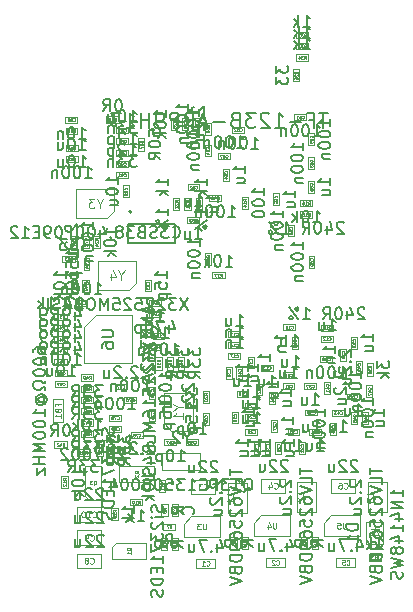
<source format=gbr>
%TF.GenerationSoftware,KiCad,Pcbnew,9.0.3*%
%TF.CreationDate,2025-09-02T21:17:27+03:00*%
%TF.ProjectId,ThingsCore-1,5468696e-6773-4436-9f72-652d312e6b69,rev?*%
%TF.SameCoordinates,Original*%
%TF.FileFunction,AssemblyDrawing,Bot*%
%FSLAX46Y46*%
G04 Gerber Fmt 4.6, Leading zero omitted, Abs format (unit mm)*
G04 Created by KiCad (PCBNEW 9.0.3) date 2025-09-02 21:17:27*
%MOMM*%
%LPD*%
G01*
G04 APERTURE LIST*
%ADD10C,0.150000*%
%ADD11C,0.040000*%
%ADD12C,0.050000*%
%ADD13C,0.120000*%
%ADD14C,0.080000*%
%ADD15C,0.060000*%
%ADD16C,0.075000*%
%ADD17C,0.100000*%
%ADD18C,0.200000*%
%ADD19C,0.127000*%
G04 APERTURE END LIST*
D10*
X20619047Y-54774819D02*
X21190475Y-54774819D01*
X20904761Y-54774819D02*
X20904761Y-53774819D01*
X20904761Y-53774819D02*
X20999999Y-53917676D01*
X20999999Y-53917676D02*
X21095237Y-54012914D01*
X21095237Y-54012914D02*
X21190475Y-54060533D01*
X20190475Y-54774819D02*
X20190475Y-53774819D01*
X20095237Y-54393866D02*
X19809523Y-54774819D01*
X19809523Y-54108152D02*
X20190475Y-54489104D01*
D11*
X20667142Y-53268200D02*
X20753809Y-53144391D01*
X20815714Y-53268200D02*
X20815714Y-53008200D01*
X20815714Y-53008200D02*
X20716666Y-53008200D01*
X20716666Y-53008200D02*
X20691904Y-53020581D01*
X20691904Y-53020581D02*
X20679523Y-53032962D01*
X20679523Y-53032962D02*
X20667142Y-53057724D01*
X20667142Y-53057724D02*
X20667142Y-53094867D01*
X20667142Y-53094867D02*
X20679523Y-53119629D01*
X20679523Y-53119629D02*
X20691904Y-53132010D01*
X20691904Y-53132010D02*
X20716666Y-53144391D01*
X20716666Y-53144391D02*
X20815714Y-53144391D01*
X20419523Y-53268200D02*
X20568095Y-53268200D01*
X20493809Y-53268200D02*
X20493809Y-53008200D01*
X20493809Y-53008200D02*
X20518571Y-53045343D01*
X20518571Y-53045343D02*
X20543333Y-53070105D01*
X20543333Y-53070105D02*
X20568095Y-53082486D01*
X20258571Y-53008200D02*
X20233809Y-53008200D01*
X20233809Y-53008200D02*
X20209047Y-53020581D01*
X20209047Y-53020581D02*
X20196666Y-53032962D01*
X20196666Y-53032962D02*
X20184285Y-53057724D01*
X20184285Y-53057724D02*
X20171904Y-53107248D01*
X20171904Y-53107248D02*
X20171904Y-53169153D01*
X20171904Y-53169153D02*
X20184285Y-53218677D01*
X20184285Y-53218677D02*
X20196666Y-53243439D01*
X20196666Y-53243439D02*
X20209047Y-53255820D01*
X20209047Y-53255820D02*
X20233809Y-53268200D01*
X20233809Y-53268200D02*
X20258571Y-53268200D01*
X20258571Y-53268200D02*
X20283333Y-53255820D01*
X20283333Y-53255820D02*
X20295714Y-53243439D01*
X20295714Y-53243439D02*
X20308095Y-53218677D01*
X20308095Y-53218677D02*
X20320476Y-53169153D01*
X20320476Y-53169153D02*
X20320476Y-53107248D01*
X20320476Y-53107248D02*
X20308095Y-53057724D01*
X20308095Y-53057724D02*
X20295714Y-53032962D01*
X20295714Y-53032962D02*
X20283333Y-53020581D01*
X20283333Y-53020581D02*
X20258571Y-53008200D01*
D10*
X16074819Y-50854761D02*
X16074819Y-50283333D01*
X16074819Y-50569047D02*
X15074819Y-50569047D01*
X15074819Y-50569047D02*
X15217676Y-50473809D01*
X15217676Y-50473809D02*
X15312914Y-50378571D01*
X15312914Y-50378571D02*
X15360533Y-50283333D01*
X15074819Y-51473809D02*
X15074819Y-51569047D01*
X15074819Y-51569047D02*
X15122438Y-51664285D01*
X15122438Y-51664285D02*
X15170057Y-51711904D01*
X15170057Y-51711904D02*
X15265295Y-51759523D01*
X15265295Y-51759523D02*
X15455771Y-51807142D01*
X15455771Y-51807142D02*
X15693866Y-51807142D01*
X15693866Y-51807142D02*
X15884342Y-51759523D01*
X15884342Y-51759523D02*
X15979580Y-51711904D01*
X15979580Y-51711904D02*
X16027200Y-51664285D01*
X16027200Y-51664285D02*
X16074819Y-51569047D01*
X16074819Y-51569047D02*
X16074819Y-51473809D01*
X16074819Y-51473809D02*
X16027200Y-51378571D01*
X16027200Y-51378571D02*
X15979580Y-51330952D01*
X15979580Y-51330952D02*
X15884342Y-51283333D01*
X15884342Y-51283333D02*
X15693866Y-51235714D01*
X15693866Y-51235714D02*
X15455771Y-51235714D01*
X15455771Y-51235714D02*
X15265295Y-51283333D01*
X15265295Y-51283333D02*
X15170057Y-51330952D01*
X15170057Y-51330952D02*
X15122438Y-51378571D01*
X15122438Y-51378571D02*
X15074819Y-51473809D01*
X16074819Y-52235714D02*
X15074819Y-52235714D01*
X15693866Y-52330952D02*
X16074819Y-52616666D01*
X15408152Y-52616666D02*
X15789104Y-52235714D01*
D11*
X14568200Y-51282857D02*
X14444391Y-51196190D01*
X14568200Y-51134285D02*
X14308200Y-51134285D01*
X14308200Y-51134285D02*
X14308200Y-51233333D01*
X14308200Y-51233333D02*
X14320581Y-51258095D01*
X14320581Y-51258095D02*
X14332962Y-51270476D01*
X14332962Y-51270476D02*
X14357724Y-51282857D01*
X14357724Y-51282857D02*
X14394867Y-51282857D01*
X14394867Y-51282857D02*
X14419629Y-51270476D01*
X14419629Y-51270476D02*
X14432010Y-51258095D01*
X14432010Y-51258095D02*
X14444391Y-51233333D01*
X14444391Y-51233333D02*
X14444391Y-51134285D01*
X14568200Y-51530476D02*
X14568200Y-51381904D01*
X14568200Y-51456190D02*
X14308200Y-51456190D01*
X14308200Y-51456190D02*
X14345343Y-51431428D01*
X14345343Y-51431428D02*
X14370105Y-51406666D01*
X14370105Y-51406666D02*
X14382486Y-51381904D01*
X14332962Y-51629523D02*
X14320581Y-51641904D01*
X14320581Y-51641904D02*
X14308200Y-51666666D01*
X14308200Y-51666666D02*
X14308200Y-51728571D01*
X14308200Y-51728571D02*
X14320581Y-51753333D01*
X14320581Y-51753333D02*
X14332962Y-51765714D01*
X14332962Y-51765714D02*
X14357724Y-51778095D01*
X14357724Y-51778095D02*
X14382486Y-51778095D01*
X14382486Y-51778095D02*
X14419629Y-51765714D01*
X14419629Y-51765714D02*
X14568200Y-51617142D01*
X14568200Y-51617142D02*
X14568200Y-51778095D01*
D10*
X18544700Y-46892857D02*
X18592319Y-47035714D01*
X18592319Y-47035714D02*
X18592319Y-47273809D01*
X18592319Y-47273809D02*
X18544700Y-47369047D01*
X18544700Y-47369047D02*
X18497080Y-47416666D01*
X18497080Y-47416666D02*
X18401842Y-47464285D01*
X18401842Y-47464285D02*
X18306604Y-47464285D01*
X18306604Y-47464285D02*
X18211366Y-47416666D01*
X18211366Y-47416666D02*
X18163747Y-47369047D01*
X18163747Y-47369047D02*
X18116128Y-47273809D01*
X18116128Y-47273809D02*
X18068509Y-47083333D01*
X18068509Y-47083333D02*
X18020890Y-46988095D01*
X18020890Y-46988095D02*
X17973271Y-46940476D01*
X17973271Y-46940476D02*
X17878033Y-46892857D01*
X17878033Y-46892857D02*
X17782795Y-46892857D01*
X17782795Y-46892857D02*
X17687557Y-46940476D01*
X17687557Y-46940476D02*
X17639938Y-46988095D01*
X17639938Y-46988095D02*
X17592319Y-47083333D01*
X17592319Y-47083333D02*
X17592319Y-47321428D01*
X17592319Y-47321428D02*
X17639938Y-47464285D01*
X18592319Y-47892857D02*
X17925652Y-47892857D01*
X17592319Y-47892857D02*
X17639938Y-47845238D01*
X17639938Y-47845238D02*
X17687557Y-47892857D01*
X17687557Y-47892857D02*
X17639938Y-47940476D01*
X17639938Y-47940476D02*
X17592319Y-47892857D01*
X17592319Y-47892857D02*
X17687557Y-47892857D01*
X17687557Y-48321428D02*
X17639938Y-48369047D01*
X17639938Y-48369047D02*
X17592319Y-48464285D01*
X17592319Y-48464285D02*
X17592319Y-48702380D01*
X17592319Y-48702380D02*
X17639938Y-48797618D01*
X17639938Y-48797618D02*
X17687557Y-48845237D01*
X17687557Y-48845237D02*
X17782795Y-48892856D01*
X17782795Y-48892856D02*
X17878033Y-48892856D01*
X17878033Y-48892856D02*
X18020890Y-48845237D01*
X18020890Y-48845237D02*
X18592319Y-48273809D01*
X18592319Y-48273809D02*
X18592319Y-48892856D01*
X17592319Y-49226190D02*
X17592319Y-49845237D01*
X17592319Y-49845237D02*
X17973271Y-49511904D01*
X17973271Y-49511904D02*
X17973271Y-49654761D01*
X17973271Y-49654761D02*
X18020890Y-49749999D01*
X18020890Y-49749999D02*
X18068509Y-49797618D01*
X18068509Y-49797618D02*
X18163747Y-49845237D01*
X18163747Y-49845237D02*
X18401842Y-49845237D01*
X18401842Y-49845237D02*
X18497080Y-49797618D01*
X18497080Y-49797618D02*
X18544700Y-49749999D01*
X18544700Y-49749999D02*
X18592319Y-49654761D01*
X18592319Y-49654761D02*
X18592319Y-49369047D01*
X18592319Y-49369047D02*
X18544700Y-49273809D01*
X18544700Y-49273809D02*
X18497080Y-49226190D01*
X17592319Y-50178571D02*
X17592319Y-50845237D01*
X17592319Y-50845237D02*
X18592319Y-50416666D01*
X18592319Y-51749999D02*
X18592319Y-51178571D01*
X18592319Y-51464285D02*
X17592319Y-51464285D01*
X17592319Y-51464285D02*
X17735176Y-51369047D01*
X17735176Y-51369047D02*
X17830414Y-51273809D01*
X17830414Y-51273809D02*
X17878033Y-51178571D01*
X18068509Y-52178571D02*
X18068509Y-52511904D01*
X18592319Y-52654761D02*
X18592319Y-52178571D01*
X18592319Y-52178571D02*
X17592319Y-52178571D01*
X17592319Y-52178571D02*
X17592319Y-52654761D01*
X18592319Y-53083333D02*
X17592319Y-53083333D01*
X17592319Y-53083333D02*
X17592319Y-53321428D01*
X17592319Y-53321428D02*
X17639938Y-53464285D01*
X17639938Y-53464285D02*
X17735176Y-53559523D01*
X17735176Y-53559523D02*
X17830414Y-53607142D01*
X17830414Y-53607142D02*
X18020890Y-53654761D01*
X18020890Y-53654761D02*
X18163747Y-53654761D01*
X18163747Y-53654761D02*
X18354223Y-53607142D01*
X18354223Y-53607142D02*
X18449461Y-53559523D01*
X18449461Y-53559523D02*
X18544700Y-53464285D01*
X18544700Y-53464285D02*
X18592319Y-53321428D01*
X18592319Y-53321428D02*
X18592319Y-53083333D01*
X18544700Y-54035714D02*
X18592319Y-54178571D01*
X18592319Y-54178571D02*
X18592319Y-54416666D01*
X18592319Y-54416666D02*
X18544700Y-54511904D01*
X18544700Y-54511904D02*
X18497080Y-54559523D01*
X18497080Y-54559523D02*
X18401842Y-54607142D01*
X18401842Y-54607142D02*
X18306604Y-54607142D01*
X18306604Y-54607142D02*
X18211366Y-54559523D01*
X18211366Y-54559523D02*
X18163747Y-54511904D01*
X18163747Y-54511904D02*
X18116128Y-54416666D01*
X18116128Y-54416666D02*
X18068509Y-54226190D01*
X18068509Y-54226190D02*
X18020890Y-54130952D01*
X18020890Y-54130952D02*
X17973271Y-54083333D01*
X17973271Y-54083333D02*
X17878033Y-54035714D01*
X17878033Y-54035714D02*
X17782795Y-54035714D01*
X17782795Y-54035714D02*
X17687557Y-54083333D01*
X17687557Y-54083333D02*
X17639938Y-54130952D01*
X17639938Y-54130952D02*
X17592319Y-54226190D01*
X17592319Y-54226190D02*
X17592319Y-54464285D01*
X17592319Y-54464285D02*
X17639938Y-54607142D01*
D12*
X20713414Y-50719523D02*
X20698176Y-50689047D01*
X20698176Y-50689047D02*
X20667700Y-50658571D01*
X20667700Y-50658571D02*
X20621985Y-50612857D01*
X20621985Y-50612857D02*
X20606747Y-50582380D01*
X20606747Y-50582380D02*
X20606747Y-50551904D01*
X20682938Y-50567142D02*
X20667700Y-50536666D01*
X20667700Y-50536666D02*
X20637223Y-50506190D01*
X20637223Y-50506190D02*
X20576271Y-50490952D01*
X20576271Y-50490952D02*
X20469604Y-50490952D01*
X20469604Y-50490952D02*
X20408652Y-50506190D01*
X20408652Y-50506190D02*
X20378176Y-50536666D01*
X20378176Y-50536666D02*
X20362938Y-50567142D01*
X20362938Y-50567142D02*
X20362938Y-50628095D01*
X20362938Y-50628095D02*
X20378176Y-50658571D01*
X20378176Y-50658571D02*
X20408652Y-50689047D01*
X20408652Y-50689047D02*
X20469604Y-50704285D01*
X20469604Y-50704285D02*
X20576271Y-50704285D01*
X20576271Y-50704285D02*
X20637223Y-50689047D01*
X20637223Y-50689047D02*
X20667700Y-50658571D01*
X20667700Y-50658571D02*
X20682938Y-50628095D01*
X20682938Y-50628095D02*
X20682938Y-50567142D01*
X20393414Y-50826190D02*
X20378176Y-50841428D01*
X20378176Y-50841428D02*
X20362938Y-50871904D01*
X20362938Y-50871904D02*
X20362938Y-50948095D01*
X20362938Y-50948095D02*
X20378176Y-50978571D01*
X20378176Y-50978571D02*
X20393414Y-50993809D01*
X20393414Y-50993809D02*
X20423890Y-51009047D01*
X20423890Y-51009047D02*
X20454366Y-51009047D01*
X20454366Y-51009047D02*
X20500080Y-50993809D01*
X20500080Y-50993809D02*
X20682938Y-50810952D01*
X20682938Y-50810952D02*
X20682938Y-51009047D01*
D10*
X19576785Y-48650057D02*
X19529166Y-48602438D01*
X19529166Y-48602438D02*
X19433928Y-48554819D01*
X19433928Y-48554819D02*
X19195833Y-48554819D01*
X19195833Y-48554819D02*
X19100595Y-48602438D01*
X19100595Y-48602438D02*
X19052976Y-48650057D01*
X19052976Y-48650057D02*
X19005357Y-48745295D01*
X19005357Y-48745295D02*
X19005357Y-48840533D01*
X19005357Y-48840533D02*
X19052976Y-48983390D01*
X19052976Y-48983390D02*
X19624404Y-49554819D01*
X19624404Y-49554819D02*
X19005357Y-49554819D01*
X18576785Y-49554819D02*
X18576785Y-48554819D01*
X18576785Y-48554819D02*
X18005357Y-49554819D01*
X18005357Y-49554819D02*
X18005357Y-48554819D01*
X17624404Y-48554819D02*
X16957738Y-48554819D01*
X16957738Y-48554819D02*
X17386309Y-49554819D01*
X16386309Y-48554819D02*
X16291071Y-48554819D01*
X16291071Y-48554819D02*
X16195833Y-48602438D01*
X16195833Y-48602438D02*
X16148214Y-48650057D01*
X16148214Y-48650057D02*
X16100595Y-48745295D01*
X16100595Y-48745295D02*
X16052976Y-48935771D01*
X16052976Y-48935771D02*
X16052976Y-49173866D01*
X16052976Y-49173866D02*
X16100595Y-49364342D01*
X16100595Y-49364342D02*
X16148214Y-49459580D01*
X16148214Y-49459580D02*
X16195833Y-49507200D01*
X16195833Y-49507200D02*
X16291071Y-49554819D01*
X16291071Y-49554819D02*
X16386309Y-49554819D01*
X16386309Y-49554819D02*
X16481547Y-49507200D01*
X16481547Y-49507200D02*
X16529166Y-49459580D01*
X16529166Y-49459580D02*
X16576785Y-49364342D01*
X16576785Y-49364342D02*
X16624404Y-49173866D01*
X16624404Y-49173866D02*
X16624404Y-48935771D01*
X16624404Y-48935771D02*
X16576785Y-48745295D01*
X16576785Y-48745295D02*
X16529166Y-48650057D01*
X16529166Y-48650057D02*
X16481547Y-48602438D01*
X16481547Y-48602438D02*
X16386309Y-48554819D01*
X15433928Y-48554819D02*
X15338690Y-48554819D01*
X15338690Y-48554819D02*
X15243452Y-48602438D01*
X15243452Y-48602438D02*
X15195833Y-48650057D01*
X15195833Y-48650057D02*
X15148214Y-48745295D01*
X15148214Y-48745295D02*
X15100595Y-48935771D01*
X15100595Y-48935771D02*
X15100595Y-49173866D01*
X15100595Y-49173866D02*
X15148214Y-49364342D01*
X15148214Y-49364342D02*
X15195833Y-49459580D01*
X15195833Y-49459580D02*
X15243452Y-49507200D01*
X15243452Y-49507200D02*
X15338690Y-49554819D01*
X15338690Y-49554819D02*
X15433928Y-49554819D01*
X15433928Y-49554819D02*
X15529166Y-49507200D01*
X15529166Y-49507200D02*
X15576785Y-49459580D01*
X15576785Y-49459580D02*
X15624404Y-49364342D01*
X15624404Y-49364342D02*
X15672023Y-49173866D01*
X15672023Y-49173866D02*
X15672023Y-48935771D01*
X15672023Y-48935771D02*
X15624404Y-48745295D01*
X15624404Y-48745295D02*
X15576785Y-48650057D01*
X15576785Y-48650057D02*
X15529166Y-48602438D01*
X15529166Y-48602438D02*
X15433928Y-48554819D01*
X14719642Y-48650057D02*
X14672023Y-48602438D01*
X14672023Y-48602438D02*
X14576785Y-48554819D01*
X14576785Y-48554819D02*
X14338690Y-48554819D01*
X14338690Y-48554819D02*
X14243452Y-48602438D01*
X14243452Y-48602438D02*
X14195833Y-48650057D01*
X14195833Y-48650057D02*
X14148214Y-48745295D01*
X14148214Y-48745295D02*
X14148214Y-48840533D01*
X14148214Y-48840533D02*
X14195833Y-48983390D01*
X14195833Y-48983390D02*
X14767261Y-49554819D01*
X14767261Y-49554819D02*
X14148214Y-49554819D01*
D12*
X16892976Y-51675914D02*
X16923452Y-51660676D01*
X16923452Y-51660676D02*
X16953928Y-51630200D01*
X16953928Y-51630200D02*
X16999642Y-51584485D01*
X16999642Y-51584485D02*
X17030119Y-51569247D01*
X17030119Y-51569247D02*
X17060595Y-51569247D01*
X17045357Y-51645438D02*
X17075833Y-51630200D01*
X17075833Y-51630200D02*
X17106309Y-51599723D01*
X17106309Y-51599723D02*
X17121547Y-51538771D01*
X17121547Y-51538771D02*
X17121547Y-51432104D01*
X17121547Y-51432104D02*
X17106309Y-51371152D01*
X17106309Y-51371152D02*
X17075833Y-51340676D01*
X17075833Y-51340676D02*
X17045357Y-51325438D01*
X17045357Y-51325438D02*
X16984404Y-51325438D01*
X16984404Y-51325438D02*
X16953928Y-51340676D01*
X16953928Y-51340676D02*
X16923452Y-51371152D01*
X16923452Y-51371152D02*
X16908214Y-51432104D01*
X16908214Y-51432104D02*
X16908214Y-51538771D01*
X16908214Y-51538771D02*
X16923452Y-51599723D01*
X16923452Y-51599723D02*
X16953928Y-51630200D01*
X16953928Y-51630200D02*
X16984404Y-51645438D01*
X16984404Y-51645438D02*
X17045357Y-51645438D01*
X16801547Y-51325438D02*
X16603452Y-51325438D01*
X16603452Y-51325438D02*
X16710119Y-51447342D01*
X16710119Y-51447342D02*
X16664404Y-51447342D01*
X16664404Y-51447342D02*
X16633928Y-51462580D01*
X16633928Y-51462580D02*
X16618690Y-51477819D01*
X16618690Y-51477819D02*
X16603452Y-51508295D01*
X16603452Y-51508295D02*
X16603452Y-51584485D01*
X16603452Y-51584485D02*
X16618690Y-51614961D01*
X16618690Y-51614961D02*
X16633928Y-51630200D01*
X16633928Y-51630200D02*
X16664404Y-51645438D01*
X16664404Y-51645438D02*
X16755833Y-51645438D01*
X16755833Y-51645438D02*
X16786309Y-51630200D01*
X16786309Y-51630200D02*
X16801547Y-51614961D01*
D10*
X21984819Y-51204761D02*
X21984819Y-50633333D01*
X21984819Y-50919047D02*
X20984819Y-50919047D01*
X20984819Y-50919047D02*
X21127676Y-50823809D01*
X21127676Y-50823809D02*
X21222914Y-50728571D01*
X21222914Y-50728571D02*
X21270533Y-50633333D01*
X20984819Y-51823809D02*
X20984819Y-51919047D01*
X20984819Y-51919047D02*
X21032438Y-52014285D01*
X21032438Y-52014285D02*
X21080057Y-52061904D01*
X21080057Y-52061904D02*
X21175295Y-52109523D01*
X21175295Y-52109523D02*
X21365771Y-52157142D01*
X21365771Y-52157142D02*
X21603866Y-52157142D01*
X21603866Y-52157142D02*
X21794342Y-52109523D01*
X21794342Y-52109523D02*
X21889580Y-52061904D01*
X21889580Y-52061904D02*
X21937200Y-52014285D01*
X21937200Y-52014285D02*
X21984819Y-51919047D01*
X21984819Y-51919047D02*
X21984819Y-51823809D01*
X21984819Y-51823809D02*
X21937200Y-51728571D01*
X21937200Y-51728571D02*
X21889580Y-51680952D01*
X21889580Y-51680952D02*
X21794342Y-51633333D01*
X21794342Y-51633333D02*
X21603866Y-51585714D01*
X21603866Y-51585714D02*
X21365771Y-51585714D01*
X21365771Y-51585714D02*
X21175295Y-51633333D01*
X21175295Y-51633333D02*
X21080057Y-51680952D01*
X21080057Y-51680952D02*
X21032438Y-51728571D01*
X21032438Y-51728571D02*
X20984819Y-51823809D01*
X21984819Y-52585714D02*
X20984819Y-52585714D01*
X21603866Y-52680952D02*
X21984819Y-52966666D01*
X21318152Y-52966666D02*
X21699104Y-52585714D01*
D11*
X22818200Y-51632857D02*
X22694391Y-51546190D01*
X22818200Y-51484285D02*
X22558200Y-51484285D01*
X22558200Y-51484285D02*
X22558200Y-51583333D01*
X22558200Y-51583333D02*
X22570581Y-51608095D01*
X22570581Y-51608095D02*
X22582962Y-51620476D01*
X22582962Y-51620476D02*
X22607724Y-51632857D01*
X22607724Y-51632857D02*
X22644867Y-51632857D01*
X22644867Y-51632857D02*
X22669629Y-51620476D01*
X22669629Y-51620476D02*
X22682010Y-51608095D01*
X22682010Y-51608095D02*
X22694391Y-51583333D01*
X22694391Y-51583333D02*
X22694391Y-51484285D01*
X22818200Y-51880476D02*
X22818200Y-51731904D01*
X22818200Y-51806190D02*
X22558200Y-51806190D01*
X22558200Y-51806190D02*
X22595343Y-51781428D01*
X22595343Y-51781428D02*
X22620105Y-51756666D01*
X22620105Y-51756666D02*
X22632486Y-51731904D01*
X22818200Y-52128095D02*
X22818200Y-51979523D01*
X22818200Y-52053809D02*
X22558200Y-52053809D01*
X22558200Y-52053809D02*
X22595343Y-52029047D01*
X22595343Y-52029047D02*
X22620105Y-52004285D01*
X22620105Y-52004285D02*
X22632486Y-51979523D01*
D10*
X39041666Y-45814819D02*
X39613094Y-45814819D01*
X39327380Y-45814819D02*
X39327380Y-44814819D01*
X39327380Y-44814819D02*
X39422618Y-44957676D01*
X39422618Y-44957676D02*
X39517856Y-45052914D01*
X39517856Y-45052914D02*
X39613094Y-45100533D01*
X38184523Y-45148152D02*
X38184523Y-45814819D01*
X38613094Y-45148152D02*
X38613094Y-45671961D01*
X38613094Y-45671961D02*
X38565475Y-45767200D01*
X38565475Y-45767200D02*
X38470237Y-45814819D01*
X38470237Y-45814819D02*
X38327380Y-45814819D01*
X38327380Y-45814819D02*
X38232142Y-45767200D01*
X38232142Y-45767200D02*
X38184523Y-45719580D01*
D11*
X39035714Y-44289765D02*
X39047618Y-44301670D01*
X39047618Y-44301670D02*
X39083333Y-44313574D01*
X39083333Y-44313574D02*
X39107142Y-44313574D01*
X39107142Y-44313574D02*
X39142856Y-44301670D01*
X39142856Y-44301670D02*
X39166666Y-44277860D01*
X39166666Y-44277860D02*
X39178571Y-44254050D01*
X39178571Y-44254050D02*
X39190475Y-44206431D01*
X39190475Y-44206431D02*
X39190475Y-44170717D01*
X39190475Y-44170717D02*
X39178571Y-44123098D01*
X39178571Y-44123098D02*
X39166666Y-44099289D01*
X39166666Y-44099289D02*
X39142856Y-44075479D01*
X39142856Y-44075479D02*
X39107142Y-44063574D01*
X39107142Y-44063574D02*
X39083333Y-44063574D01*
X39083333Y-44063574D02*
X39047618Y-44075479D01*
X39047618Y-44075479D02*
X39035714Y-44087384D01*
X38821428Y-44063574D02*
X38869047Y-44063574D01*
X38869047Y-44063574D02*
X38892856Y-44075479D01*
X38892856Y-44075479D02*
X38904761Y-44087384D01*
X38904761Y-44087384D02*
X38928571Y-44123098D01*
X38928571Y-44123098D02*
X38940475Y-44170717D01*
X38940475Y-44170717D02*
X38940475Y-44265955D01*
X38940475Y-44265955D02*
X38928571Y-44289765D01*
X38928571Y-44289765D02*
X38916666Y-44301670D01*
X38916666Y-44301670D02*
X38892856Y-44313574D01*
X38892856Y-44313574D02*
X38845237Y-44313574D01*
X38845237Y-44313574D02*
X38821428Y-44301670D01*
X38821428Y-44301670D02*
X38809523Y-44289765D01*
X38809523Y-44289765D02*
X38797618Y-44265955D01*
X38797618Y-44265955D02*
X38797618Y-44206431D01*
X38797618Y-44206431D02*
X38809523Y-44182622D01*
X38809523Y-44182622D02*
X38821428Y-44170717D01*
X38821428Y-44170717D02*
X38845237Y-44158812D01*
X38845237Y-44158812D02*
X38892856Y-44158812D01*
X38892856Y-44158812D02*
X38916666Y-44170717D01*
X38916666Y-44170717D02*
X38928571Y-44182622D01*
X38928571Y-44182622D02*
X38940475Y-44206431D01*
X38583333Y-44063574D02*
X38630952Y-44063574D01*
X38630952Y-44063574D02*
X38654761Y-44075479D01*
X38654761Y-44075479D02*
X38666666Y-44087384D01*
X38666666Y-44087384D02*
X38690476Y-44123098D01*
X38690476Y-44123098D02*
X38702380Y-44170717D01*
X38702380Y-44170717D02*
X38702380Y-44265955D01*
X38702380Y-44265955D02*
X38690476Y-44289765D01*
X38690476Y-44289765D02*
X38678571Y-44301670D01*
X38678571Y-44301670D02*
X38654761Y-44313574D01*
X38654761Y-44313574D02*
X38607142Y-44313574D01*
X38607142Y-44313574D02*
X38583333Y-44301670D01*
X38583333Y-44301670D02*
X38571428Y-44289765D01*
X38571428Y-44289765D02*
X38559523Y-44265955D01*
X38559523Y-44265955D02*
X38559523Y-44206431D01*
X38559523Y-44206431D02*
X38571428Y-44182622D01*
X38571428Y-44182622D02*
X38583333Y-44170717D01*
X38583333Y-44170717D02*
X38607142Y-44158812D01*
X38607142Y-44158812D02*
X38654761Y-44158812D01*
X38654761Y-44158812D02*
X38678571Y-44170717D01*
X38678571Y-44170717D02*
X38690476Y-44182622D01*
X38690476Y-44182622D02*
X38702380Y-44206431D01*
D10*
X22695238Y-39284819D02*
X23266666Y-39284819D01*
X22980952Y-39284819D02*
X22980952Y-38284819D01*
X22980952Y-38284819D02*
X23076190Y-38427676D01*
X23076190Y-38427676D02*
X23171428Y-38522914D01*
X23171428Y-38522914D02*
X23266666Y-38570533D01*
X22076190Y-38284819D02*
X21980952Y-38284819D01*
X21980952Y-38284819D02*
X21885714Y-38332438D01*
X21885714Y-38332438D02*
X21838095Y-38380057D01*
X21838095Y-38380057D02*
X21790476Y-38475295D01*
X21790476Y-38475295D02*
X21742857Y-38665771D01*
X21742857Y-38665771D02*
X21742857Y-38903866D01*
X21742857Y-38903866D02*
X21790476Y-39094342D01*
X21790476Y-39094342D02*
X21838095Y-39189580D01*
X21838095Y-39189580D02*
X21885714Y-39237200D01*
X21885714Y-39237200D02*
X21980952Y-39284819D01*
X21980952Y-39284819D02*
X22076190Y-39284819D01*
X22076190Y-39284819D02*
X22171428Y-39237200D01*
X22171428Y-39237200D02*
X22219047Y-39189580D01*
X22219047Y-39189580D02*
X22266666Y-39094342D01*
X22266666Y-39094342D02*
X22314285Y-38903866D01*
X22314285Y-38903866D02*
X22314285Y-38665771D01*
X22314285Y-38665771D02*
X22266666Y-38475295D01*
X22266666Y-38475295D02*
X22219047Y-38380057D01*
X22219047Y-38380057D02*
X22171428Y-38332438D01*
X22171428Y-38332438D02*
X22076190Y-38284819D01*
X21314285Y-39284819D02*
X21314285Y-38284819D01*
X21219047Y-38903866D02*
X20933333Y-39284819D01*
X20933333Y-38618152D02*
X21314285Y-38999104D01*
D11*
X22267142Y-40118200D02*
X22353809Y-39994391D01*
X22415714Y-40118200D02*
X22415714Y-39858200D01*
X22415714Y-39858200D02*
X22316666Y-39858200D01*
X22316666Y-39858200D02*
X22291904Y-39870581D01*
X22291904Y-39870581D02*
X22279523Y-39882962D01*
X22279523Y-39882962D02*
X22267142Y-39907724D01*
X22267142Y-39907724D02*
X22267142Y-39944867D01*
X22267142Y-39944867D02*
X22279523Y-39969629D01*
X22279523Y-39969629D02*
X22291904Y-39982010D01*
X22291904Y-39982010D02*
X22316666Y-39994391D01*
X22316666Y-39994391D02*
X22415714Y-39994391D01*
X22031904Y-39858200D02*
X22155714Y-39858200D01*
X22155714Y-39858200D02*
X22168095Y-39982010D01*
X22168095Y-39982010D02*
X22155714Y-39969629D01*
X22155714Y-39969629D02*
X22130952Y-39957248D01*
X22130952Y-39957248D02*
X22069047Y-39957248D01*
X22069047Y-39957248D02*
X22044285Y-39969629D01*
X22044285Y-39969629D02*
X22031904Y-39982010D01*
X22031904Y-39982010D02*
X22019523Y-40006772D01*
X22019523Y-40006772D02*
X22019523Y-40068677D01*
X22019523Y-40068677D02*
X22031904Y-40093439D01*
X22031904Y-40093439D02*
X22044285Y-40105820D01*
X22044285Y-40105820D02*
X22069047Y-40118200D01*
X22069047Y-40118200D02*
X22130952Y-40118200D01*
X22130952Y-40118200D02*
X22155714Y-40105820D01*
X22155714Y-40105820D02*
X22168095Y-40093439D01*
X21932857Y-39858200D02*
X21771904Y-39858200D01*
X21771904Y-39858200D02*
X21858571Y-39957248D01*
X21858571Y-39957248D02*
X21821428Y-39957248D01*
X21821428Y-39957248D02*
X21796666Y-39969629D01*
X21796666Y-39969629D02*
X21784285Y-39982010D01*
X21784285Y-39982010D02*
X21771904Y-40006772D01*
X21771904Y-40006772D02*
X21771904Y-40068677D01*
X21771904Y-40068677D02*
X21784285Y-40093439D01*
X21784285Y-40093439D02*
X21796666Y-40105820D01*
X21796666Y-40105820D02*
X21821428Y-40118200D01*
X21821428Y-40118200D02*
X21895714Y-40118200D01*
X21895714Y-40118200D02*
X21920476Y-40105820D01*
X21920476Y-40105820D02*
X21932857Y-40093439D01*
D10*
X23974819Y-40090476D02*
X23974819Y-40709523D01*
X23974819Y-40709523D02*
X24355771Y-40376190D01*
X24355771Y-40376190D02*
X24355771Y-40519047D01*
X24355771Y-40519047D02*
X24403390Y-40614285D01*
X24403390Y-40614285D02*
X24451009Y-40661904D01*
X24451009Y-40661904D02*
X24546247Y-40709523D01*
X24546247Y-40709523D02*
X24784342Y-40709523D01*
X24784342Y-40709523D02*
X24879580Y-40661904D01*
X24879580Y-40661904D02*
X24927200Y-40614285D01*
X24927200Y-40614285D02*
X24974819Y-40519047D01*
X24974819Y-40519047D02*
X24974819Y-40233333D01*
X24974819Y-40233333D02*
X24927200Y-40138095D01*
X24927200Y-40138095D02*
X24879580Y-40090476D01*
X23974819Y-41042857D02*
X23974819Y-41661904D01*
X23974819Y-41661904D02*
X24355771Y-41328571D01*
X24355771Y-41328571D02*
X24355771Y-41471428D01*
X24355771Y-41471428D02*
X24403390Y-41566666D01*
X24403390Y-41566666D02*
X24451009Y-41614285D01*
X24451009Y-41614285D02*
X24546247Y-41661904D01*
X24546247Y-41661904D02*
X24784342Y-41661904D01*
X24784342Y-41661904D02*
X24879580Y-41614285D01*
X24879580Y-41614285D02*
X24927200Y-41566666D01*
X24927200Y-41566666D02*
X24974819Y-41471428D01*
X24974819Y-41471428D02*
X24974819Y-41185714D01*
X24974819Y-41185714D02*
X24927200Y-41090476D01*
X24927200Y-41090476D02*
X24879580Y-41042857D01*
X24974819Y-42661904D02*
X24498628Y-42328571D01*
X24974819Y-42090476D02*
X23974819Y-42090476D01*
X23974819Y-42090476D02*
X23974819Y-42471428D01*
X23974819Y-42471428D02*
X24022438Y-42566666D01*
X24022438Y-42566666D02*
X24070057Y-42614285D01*
X24070057Y-42614285D02*
X24165295Y-42661904D01*
X24165295Y-42661904D02*
X24308152Y-42661904D01*
X24308152Y-42661904D02*
X24403390Y-42614285D01*
X24403390Y-42614285D02*
X24451009Y-42566666D01*
X24451009Y-42566666D02*
X24498628Y-42471428D01*
X24498628Y-42471428D02*
X24498628Y-42090476D01*
D11*
X23468200Y-41232857D02*
X23344391Y-41146190D01*
X23468200Y-41084285D02*
X23208200Y-41084285D01*
X23208200Y-41084285D02*
X23208200Y-41183333D01*
X23208200Y-41183333D02*
X23220581Y-41208095D01*
X23220581Y-41208095D02*
X23232962Y-41220476D01*
X23232962Y-41220476D02*
X23257724Y-41232857D01*
X23257724Y-41232857D02*
X23294867Y-41232857D01*
X23294867Y-41232857D02*
X23319629Y-41220476D01*
X23319629Y-41220476D02*
X23332010Y-41208095D01*
X23332010Y-41208095D02*
X23344391Y-41183333D01*
X23344391Y-41183333D02*
X23344391Y-41084285D01*
X23208200Y-41468095D02*
X23208200Y-41344285D01*
X23208200Y-41344285D02*
X23332010Y-41331904D01*
X23332010Y-41331904D02*
X23319629Y-41344285D01*
X23319629Y-41344285D02*
X23307248Y-41369047D01*
X23307248Y-41369047D02*
X23307248Y-41430952D01*
X23307248Y-41430952D02*
X23319629Y-41455714D01*
X23319629Y-41455714D02*
X23332010Y-41468095D01*
X23332010Y-41468095D02*
X23356772Y-41480476D01*
X23356772Y-41480476D02*
X23418677Y-41480476D01*
X23418677Y-41480476D02*
X23443439Y-41468095D01*
X23443439Y-41468095D02*
X23455820Y-41455714D01*
X23455820Y-41455714D02*
X23468200Y-41430952D01*
X23468200Y-41430952D02*
X23468200Y-41369047D01*
X23468200Y-41369047D02*
X23455820Y-41344285D01*
X23455820Y-41344285D02*
X23443439Y-41331904D01*
X23208200Y-41567142D02*
X23208200Y-41740476D01*
X23208200Y-41740476D02*
X23468200Y-41629047D01*
D10*
X23024819Y-40090476D02*
X23024819Y-40709523D01*
X23024819Y-40709523D02*
X23405771Y-40376190D01*
X23405771Y-40376190D02*
X23405771Y-40519047D01*
X23405771Y-40519047D02*
X23453390Y-40614285D01*
X23453390Y-40614285D02*
X23501009Y-40661904D01*
X23501009Y-40661904D02*
X23596247Y-40709523D01*
X23596247Y-40709523D02*
X23834342Y-40709523D01*
X23834342Y-40709523D02*
X23929580Y-40661904D01*
X23929580Y-40661904D02*
X23977200Y-40614285D01*
X23977200Y-40614285D02*
X24024819Y-40519047D01*
X24024819Y-40519047D02*
X24024819Y-40233333D01*
X24024819Y-40233333D02*
X23977200Y-40138095D01*
X23977200Y-40138095D02*
X23929580Y-40090476D01*
X23024819Y-41042857D02*
X23024819Y-41661904D01*
X23024819Y-41661904D02*
X23405771Y-41328571D01*
X23405771Y-41328571D02*
X23405771Y-41471428D01*
X23405771Y-41471428D02*
X23453390Y-41566666D01*
X23453390Y-41566666D02*
X23501009Y-41614285D01*
X23501009Y-41614285D02*
X23596247Y-41661904D01*
X23596247Y-41661904D02*
X23834342Y-41661904D01*
X23834342Y-41661904D02*
X23929580Y-41614285D01*
X23929580Y-41614285D02*
X23977200Y-41566666D01*
X23977200Y-41566666D02*
X24024819Y-41471428D01*
X24024819Y-41471428D02*
X24024819Y-41185714D01*
X24024819Y-41185714D02*
X23977200Y-41090476D01*
X23977200Y-41090476D02*
X23929580Y-41042857D01*
X24024819Y-42661904D02*
X23548628Y-42328571D01*
X24024819Y-42090476D02*
X23024819Y-42090476D01*
X23024819Y-42090476D02*
X23024819Y-42471428D01*
X23024819Y-42471428D02*
X23072438Y-42566666D01*
X23072438Y-42566666D02*
X23120057Y-42614285D01*
X23120057Y-42614285D02*
X23215295Y-42661904D01*
X23215295Y-42661904D02*
X23358152Y-42661904D01*
X23358152Y-42661904D02*
X23453390Y-42614285D01*
X23453390Y-42614285D02*
X23501009Y-42566666D01*
X23501009Y-42566666D02*
X23548628Y-42471428D01*
X23548628Y-42471428D02*
X23548628Y-42090476D01*
D11*
X22518200Y-41232857D02*
X22394391Y-41146190D01*
X22518200Y-41084285D02*
X22258200Y-41084285D01*
X22258200Y-41084285D02*
X22258200Y-41183333D01*
X22258200Y-41183333D02*
X22270581Y-41208095D01*
X22270581Y-41208095D02*
X22282962Y-41220476D01*
X22282962Y-41220476D02*
X22307724Y-41232857D01*
X22307724Y-41232857D02*
X22344867Y-41232857D01*
X22344867Y-41232857D02*
X22369629Y-41220476D01*
X22369629Y-41220476D02*
X22382010Y-41208095D01*
X22382010Y-41208095D02*
X22394391Y-41183333D01*
X22394391Y-41183333D02*
X22394391Y-41084285D01*
X22258200Y-41468095D02*
X22258200Y-41344285D01*
X22258200Y-41344285D02*
X22382010Y-41331904D01*
X22382010Y-41331904D02*
X22369629Y-41344285D01*
X22369629Y-41344285D02*
X22357248Y-41369047D01*
X22357248Y-41369047D02*
X22357248Y-41430952D01*
X22357248Y-41430952D02*
X22369629Y-41455714D01*
X22369629Y-41455714D02*
X22382010Y-41468095D01*
X22382010Y-41468095D02*
X22406772Y-41480476D01*
X22406772Y-41480476D02*
X22468677Y-41480476D01*
X22468677Y-41480476D02*
X22493439Y-41468095D01*
X22493439Y-41468095D02*
X22505820Y-41455714D01*
X22505820Y-41455714D02*
X22518200Y-41430952D01*
X22518200Y-41430952D02*
X22518200Y-41369047D01*
X22518200Y-41369047D02*
X22505820Y-41344285D01*
X22505820Y-41344285D02*
X22493439Y-41331904D01*
X22518200Y-41604285D02*
X22518200Y-41653809D01*
X22518200Y-41653809D02*
X22505820Y-41678571D01*
X22505820Y-41678571D02*
X22493439Y-41690952D01*
X22493439Y-41690952D02*
X22456296Y-41715714D01*
X22456296Y-41715714D02*
X22406772Y-41728095D01*
X22406772Y-41728095D02*
X22307724Y-41728095D01*
X22307724Y-41728095D02*
X22282962Y-41715714D01*
X22282962Y-41715714D02*
X22270581Y-41703333D01*
X22270581Y-41703333D02*
X22258200Y-41678571D01*
X22258200Y-41678571D02*
X22258200Y-41629047D01*
X22258200Y-41629047D02*
X22270581Y-41604285D01*
X22270581Y-41604285D02*
X22282962Y-41591904D01*
X22282962Y-41591904D02*
X22307724Y-41579523D01*
X22307724Y-41579523D02*
X22369629Y-41579523D01*
X22369629Y-41579523D02*
X22394391Y-41591904D01*
X22394391Y-41591904D02*
X22406772Y-41604285D01*
X22406772Y-41604285D02*
X22419153Y-41629047D01*
X22419153Y-41629047D02*
X22419153Y-41678571D01*
X22419153Y-41678571D02*
X22406772Y-41703333D01*
X22406772Y-41703333D02*
X22394391Y-41715714D01*
X22394391Y-41715714D02*
X22369629Y-41728095D01*
D10*
X24924819Y-40090476D02*
X24924819Y-40709523D01*
X24924819Y-40709523D02*
X25305771Y-40376190D01*
X25305771Y-40376190D02*
X25305771Y-40519047D01*
X25305771Y-40519047D02*
X25353390Y-40614285D01*
X25353390Y-40614285D02*
X25401009Y-40661904D01*
X25401009Y-40661904D02*
X25496247Y-40709523D01*
X25496247Y-40709523D02*
X25734342Y-40709523D01*
X25734342Y-40709523D02*
X25829580Y-40661904D01*
X25829580Y-40661904D02*
X25877200Y-40614285D01*
X25877200Y-40614285D02*
X25924819Y-40519047D01*
X25924819Y-40519047D02*
X25924819Y-40233333D01*
X25924819Y-40233333D02*
X25877200Y-40138095D01*
X25877200Y-40138095D02*
X25829580Y-40090476D01*
X24924819Y-41042857D02*
X24924819Y-41661904D01*
X24924819Y-41661904D02*
X25305771Y-41328571D01*
X25305771Y-41328571D02*
X25305771Y-41471428D01*
X25305771Y-41471428D02*
X25353390Y-41566666D01*
X25353390Y-41566666D02*
X25401009Y-41614285D01*
X25401009Y-41614285D02*
X25496247Y-41661904D01*
X25496247Y-41661904D02*
X25734342Y-41661904D01*
X25734342Y-41661904D02*
X25829580Y-41614285D01*
X25829580Y-41614285D02*
X25877200Y-41566666D01*
X25877200Y-41566666D02*
X25924819Y-41471428D01*
X25924819Y-41471428D02*
X25924819Y-41185714D01*
X25924819Y-41185714D02*
X25877200Y-41090476D01*
X25877200Y-41090476D02*
X25829580Y-41042857D01*
X25924819Y-42661904D02*
X25448628Y-42328571D01*
X25924819Y-42090476D02*
X24924819Y-42090476D01*
X24924819Y-42090476D02*
X24924819Y-42471428D01*
X24924819Y-42471428D02*
X24972438Y-42566666D01*
X24972438Y-42566666D02*
X25020057Y-42614285D01*
X25020057Y-42614285D02*
X25115295Y-42661904D01*
X25115295Y-42661904D02*
X25258152Y-42661904D01*
X25258152Y-42661904D02*
X25353390Y-42614285D01*
X25353390Y-42614285D02*
X25401009Y-42566666D01*
X25401009Y-42566666D02*
X25448628Y-42471428D01*
X25448628Y-42471428D02*
X25448628Y-42090476D01*
D11*
X24418200Y-41232857D02*
X24294391Y-41146190D01*
X24418200Y-41084285D02*
X24158200Y-41084285D01*
X24158200Y-41084285D02*
X24158200Y-41183333D01*
X24158200Y-41183333D02*
X24170581Y-41208095D01*
X24170581Y-41208095D02*
X24182962Y-41220476D01*
X24182962Y-41220476D02*
X24207724Y-41232857D01*
X24207724Y-41232857D02*
X24244867Y-41232857D01*
X24244867Y-41232857D02*
X24269629Y-41220476D01*
X24269629Y-41220476D02*
X24282010Y-41208095D01*
X24282010Y-41208095D02*
X24294391Y-41183333D01*
X24294391Y-41183333D02*
X24294391Y-41084285D01*
X24158200Y-41468095D02*
X24158200Y-41344285D01*
X24158200Y-41344285D02*
X24282010Y-41331904D01*
X24282010Y-41331904D02*
X24269629Y-41344285D01*
X24269629Y-41344285D02*
X24257248Y-41369047D01*
X24257248Y-41369047D02*
X24257248Y-41430952D01*
X24257248Y-41430952D02*
X24269629Y-41455714D01*
X24269629Y-41455714D02*
X24282010Y-41468095D01*
X24282010Y-41468095D02*
X24306772Y-41480476D01*
X24306772Y-41480476D02*
X24368677Y-41480476D01*
X24368677Y-41480476D02*
X24393439Y-41468095D01*
X24393439Y-41468095D02*
X24405820Y-41455714D01*
X24405820Y-41455714D02*
X24418200Y-41430952D01*
X24418200Y-41430952D02*
X24418200Y-41369047D01*
X24418200Y-41369047D02*
X24405820Y-41344285D01*
X24405820Y-41344285D02*
X24393439Y-41331904D01*
X24158200Y-41715714D02*
X24158200Y-41591904D01*
X24158200Y-41591904D02*
X24282010Y-41579523D01*
X24282010Y-41579523D02*
X24269629Y-41591904D01*
X24269629Y-41591904D02*
X24257248Y-41616666D01*
X24257248Y-41616666D02*
X24257248Y-41678571D01*
X24257248Y-41678571D02*
X24269629Y-41703333D01*
X24269629Y-41703333D02*
X24282010Y-41715714D01*
X24282010Y-41715714D02*
X24306772Y-41728095D01*
X24306772Y-41728095D02*
X24368677Y-41728095D01*
X24368677Y-41728095D02*
X24393439Y-41715714D01*
X24393439Y-41715714D02*
X24405820Y-41703333D01*
X24405820Y-41703333D02*
X24418200Y-41678571D01*
X24418200Y-41678571D02*
X24418200Y-41616666D01*
X24418200Y-41616666D02*
X24405820Y-41591904D01*
X24405820Y-41591904D02*
X24393439Y-41579523D01*
D10*
X23489819Y-45107142D02*
X23489819Y-44535714D01*
X23489819Y-44821428D02*
X22489819Y-44821428D01*
X22489819Y-44821428D02*
X22632676Y-44726190D01*
X22632676Y-44726190D02*
X22727914Y-44630952D01*
X22727914Y-44630952D02*
X22775533Y-44535714D01*
X22489819Y-46011904D02*
X22489819Y-45535714D01*
X22489819Y-45535714D02*
X22966009Y-45488095D01*
X22966009Y-45488095D02*
X22918390Y-45535714D01*
X22918390Y-45535714D02*
X22870771Y-45630952D01*
X22870771Y-45630952D02*
X22870771Y-45869047D01*
X22870771Y-45869047D02*
X22918390Y-45964285D01*
X22918390Y-45964285D02*
X22966009Y-46011904D01*
X22966009Y-46011904D02*
X23061247Y-46059523D01*
X23061247Y-46059523D02*
X23299342Y-46059523D01*
X23299342Y-46059523D02*
X23394580Y-46011904D01*
X23394580Y-46011904D02*
X23442200Y-45964285D01*
X23442200Y-45964285D02*
X23489819Y-45869047D01*
X23489819Y-45869047D02*
X23489819Y-45630952D01*
X23489819Y-45630952D02*
X23442200Y-45535714D01*
X23442200Y-45535714D02*
X23394580Y-45488095D01*
X22823152Y-46488095D02*
X23823152Y-46488095D01*
X22870771Y-46488095D02*
X22823152Y-46583333D01*
X22823152Y-46583333D02*
X22823152Y-46773809D01*
X22823152Y-46773809D02*
X22870771Y-46869047D01*
X22870771Y-46869047D02*
X22918390Y-46916666D01*
X22918390Y-46916666D02*
X23013628Y-46964285D01*
X23013628Y-46964285D02*
X23299342Y-46964285D01*
X23299342Y-46964285D02*
X23394580Y-46916666D01*
X23394580Y-46916666D02*
X23442200Y-46869047D01*
X23442200Y-46869047D02*
X23489819Y-46773809D01*
X23489819Y-46773809D02*
X23489819Y-46583333D01*
X23489819Y-46583333D02*
X23442200Y-46488095D01*
D11*
X21964765Y-45589285D02*
X21976670Y-45577381D01*
X21976670Y-45577381D02*
X21988574Y-45541666D01*
X21988574Y-45541666D02*
X21988574Y-45517857D01*
X21988574Y-45517857D02*
X21976670Y-45482143D01*
X21976670Y-45482143D02*
X21952860Y-45458333D01*
X21952860Y-45458333D02*
X21929050Y-45446428D01*
X21929050Y-45446428D02*
X21881431Y-45434524D01*
X21881431Y-45434524D02*
X21845717Y-45434524D01*
X21845717Y-45434524D02*
X21798098Y-45446428D01*
X21798098Y-45446428D02*
X21774289Y-45458333D01*
X21774289Y-45458333D02*
X21750479Y-45482143D01*
X21750479Y-45482143D02*
X21738574Y-45517857D01*
X21738574Y-45517857D02*
X21738574Y-45541666D01*
X21738574Y-45541666D02*
X21750479Y-45577381D01*
X21750479Y-45577381D02*
X21762384Y-45589285D01*
X21738574Y-45672619D02*
X21738574Y-45839285D01*
X21738574Y-45839285D02*
X21988574Y-45732143D01*
X21738574Y-45982142D02*
X21738574Y-46005952D01*
X21738574Y-46005952D02*
X21750479Y-46029761D01*
X21750479Y-46029761D02*
X21762384Y-46041666D01*
X21762384Y-46041666D02*
X21786193Y-46053571D01*
X21786193Y-46053571D02*
X21833812Y-46065476D01*
X21833812Y-46065476D02*
X21893336Y-46065476D01*
X21893336Y-46065476D02*
X21940955Y-46053571D01*
X21940955Y-46053571D02*
X21964765Y-46041666D01*
X21964765Y-46041666D02*
X21976670Y-46029761D01*
X21976670Y-46029761D02*
X21988574Y-46005952D01*
X21988574Y-46005952D02*
X21988574Y-45982142D01*
X21988574Y-45982142D02*
X21976670Y-45958333D01*
X21976670Y-45958333D02*
X21964765Y-45946428D01*
X21964765Y-45946428D02*
X21940955Y-45934523D01*
X21940955Y-45934523D02*
X21893336Y-45922619D01*
X21893336Y-45922619D02*
X21833812Y-45922619D01*
X21833812Y-45922619D02*
X21786193Y-45934523D01*
X21786193Y-45934523D02*
X21762384Y-45946428D01*
X21762384Y-45946428D02*
X21750479Y-45958333D01*
X21750479Y-45958333D02*
X21738574Y-45982142D01*
D10*
X24490057Y-43128095D02*
X24442438Y-43175714D01*
X24442438Y-43175714D02*
X24394819Y-43270952D01*
X24394819Y-43270952D02*
X24394819Y-43509047D01*
X24394819Y-43509047D02*
X24442438Y-43604285D01*
X24442438Y-43604285D02*
X24490057Y-43651904D01*
X24490057Y-43651904D02*
X24585295Y-43699523D01*
X24585295Y-43699523D02*
X24680533Y-43699523D01*
X24680533Y-43699523D02*
X24823390Y-43651904D01*
X24823390Y-43651904D02*
X25394819Y-43080476D01*
X25394819Y-43080476D02*
X25394819Y-43699523D01*
X24490057Y-44080476D02*
X24442438Y-44128095D01*
X24442438Y-44128095D02*
X24394819Y-44223333D01*
X24394819Y-44223333D02*
X24394819Y-44461428D01*
X24394819Y-44461428D02*
X24442438Y-44556666D01*
X24442438Y-44556666D02*
X24490057Y-44604285D01*
X24490057Y-44604285D02*
X24585295Y-44651904D01*
X24585295Y-44651904D02*
X24680533Y-44651904D01*
X24680533Y-44651904D02*
X24823390Y-44604285D01*
X24823390Y-44604285D02*
X25394819Y-44032857D01*
X25394819Y-44032857D02*
X25394819Y-44651904D01*
X23597619Y-30684580D02*
X23645238Y-30732200D01*
X23645238Y-30732200D02*
X23788095Y-30779819D01*
X23788095Y-30779819D02*
X23883333Y-30779819D01*
X23883333Y-30779819D02*
X24026190Y-30732200D01*
X24026190Y-30732200D02*
X24121428Y-30636961D01*
X24121428Y-30636961D02*
X24169047Y-30541723D01*
X24169047Y-30541723D02*
X24216666Y-30351247D01*
X24216666Y-30351247D02*
X24216666Y-30208390D01*
X24216666Y-30208390D02*
X24169047Y-30017914D01*
X24169047Y-30017914D02*
X24121428Y-29922676D01*
X24121428Y-29922676D02*
X24026190Y-29827438D01*
X24026190Y-29827438D02*
X23883333Y-29779819D01*
X23883333Y-29779819D02*
X23788095Y-29779819D01*
X23788095Y-29779819D02*
X23645238Y-29827438D01*
X23645238Y-29827438D02*
X23597619Y-29875057D01*
X23264285Y-29779819D02*
X22645238Y-29779819D01*
X22645238Y-29779819D02*
X22978571Y-30160771D01*
X22978571Y-30160771D02*
X22835714Y-30160771D01*
X22835714Y-30160771D02*
X22740476Y-30208390D01*
X22740476Y-30208390D02*
X22692857Y-30256009D01*
X22692857Y-30256009D02*
X22645238Y-30351247D01*
X22645238Y-30351247D02*
X22645238Y-30589342D01*
X22645238Y-30589342D02*
X22692857Y-30684580D01*
X22692857Y-30684580D02*
X22740476Y-30732200D01*
X22740476Y-30732200D02*
X22835714Y-30779819D01*
X22835714Y-30779819D02*
X23121428Y-30779819D01*
X23121428Y-30779819D02*
X23216666Y-30732200D01*
X23216666Y-30732200D02*
X23264285Y-30684580D01*
X22264285Y-30732200D02*
X22121428Y-30779819D01*
X22121428Y-30779819D02*
X21883333Y-30779819D01*
X21883333Y-30779819D02*
X21788095Y-30732200D01*
X21788095Y-30732200D02*
X21740476Y-30684580D01*
X21740476Y-30684580D02*
X21692857Y-30589342D01*
X21692857Y-30589342D02*
X21692857Y-30494104D01*
X21692857Y-30494104D02*
X21740476Y-30398866D01*
X21740476Y-30398866D02*
X21788095Y-30351247D01*
X21788095Y-30351247D02*
X21883333Y-30303628D01*
X21883333Y-30303628D02*
X22073809Y-30256009D01*
X22073809Y-30256009D02*
X22169047Y-30208390D01*
X22169047Y-30208390D02*
X22216666Y-30160771D01*
X22216666Y-30160771D02*
X22264285Y-30065533D01*
X22264285Y-30065533D02*
X22264285Y-29970295D01*
X22264285Y-29970295D02*
X22216666Y-29875057D01*
X22216666Y-29875057D02*
X22169047Y-29827438D01*
X22169047Y-29827438D02*
X22073809Y-29779819D01*
X22073809Y-29779819D02*
X21835714Y-29779819D01*
X21835714Y-29779819D02*
X21692857Y-29827438D01*
X20930952Y-30256009D02*
X20788095Y-30303628D01*
X20788095Y-30303628D02*
X20740476Y-30351247D01*
X20740476Y-30351247D02*
X20692857Y-30446485D01*
X20692857Y-30446485D02*
X20692857Y-30589342D01*
X20692857Y-30589342D02*
X20740476Y-30684580D01*
X20740476Y-30684580D02*
X20788095Y-30732200D01*
X20788095Y-30732200D02*
X20883333Y-30779819D01*
X20883333Y-30779819D02*
X21264285Y-30779819D01*
X21264285Y-30779819D02*
X21264285Y-29779819D01*
X21264285Y-29779819D02*
X20930952Y-29779819D01*
X20930952Y-29779819D02*
X20835714Y-29827438D01*
X20835714Y-29827438D02*
X20788095Y-29875057D01*
X20788095Y-29875057D02*
X20740476Y-29970295D01*
X20740476Y-29970295D02*
X20740476Y-30065533D01*
X20740476Y-30065533D02*
X20788095Y-30160771D01*
X20788095Y-30160771D02*
X20835714Y-30208390D01*
X20835714Y-30208390D02*
X20930952Y-30256009D01*
X20930952Y-30256009D02*
X21264285Y-30256009D01*
X20359523Y-29779819D02*
X19740476Y-29779819D01*
X19740476Y-29779819D02*
X20073809Y-30160771D01*
X20073809Y-30160771D02*
X19930952Y-30160771D01*
X19930952Y-30160771D02*
X19835714Y-30208390D01*
X19835714Y-30208390D02*
X19788095Y-30256009D01*
X19788095Y-30256009D02*
X19740476Y-30351247D01*
X19740476Y-30351247D02*
X19740476Y-30589342D01*
X19740476Y-30589342D02*
X19788095Y-30684580D01*
X19788095Y-30684580D02*
X19835714Y-30732200D01*
X19835714Y-30732200D02*
X19930952Y-30779819D01*
X19930952Y-30779819D02*
X20216666Y-30779819D01*
X20216666Y-30779819D02*
X20311904Y-30732200D01*
X20311904Y-30732200D02*
X20359523Y-30684580D01*
X19169047Y-30208390D02*
X19264285Y-30160771D01*
X19264285Y-30160771D02*
X19311904Y-30113152D01*
X19311904Y-30113152D02*
X19359523Y-30017914D01*
X19359523Y-30017914D02*
X19359523Y-29970295D01*
X19359523Y-29970295D02*
X19311904Y-29875057D01*
X19311904Y-29875057D02*
X19264285Y-29827438D01*
X19264285Y-29827438D02*
X19169047Y-29779819D01*
X19169047Y-29779819D02*
X18978571Y-29779819D01*
X18978571Y-29779819D02*
X18883333Y-29827438D01*
X18883333Y-29827438D02*
X18835714Y-29875057D01*
X18835714Y-29875057D02*
X18788095Y-29970295D01*
X18788095Y-29970295D02*
X18788095Y-30017914D01*
X18788095Y-30017914D02*
X18835714Y-30113152D01*
X18835714Y-30113152D02*
X18883333Y-30160771D01*
X18883333Y-30160771D02*
X18978571Y-30208390D01*
X18978571Y-30208390D02*
X19169047Y-30208390D01*
X19169047Y-30208390D02*
X19264285Y-30256009D01*
X19264285Y-30256009D02*
X19311904Y-30303628D01*
X19311904Y-30303628D02*
X19359523Y-30398866D01*
X19359523Y-30398866D02*
X19359523Y-30589342D01*
X19359523Y-30589342D02*
X19311904Y-30684580D01*
X19311904Y-30684580D02*
X19264285Y-30732200D01*
X19264285Y-30732200D02*
X19169047Y-30779819D01*
X19169047Y-30779819D02*
X18978571Y-30779819D01*
X18978571Y-30779819D02*
X18883333Y-30732200D01*
X18883333Y-30732200D02*
X18835714Y-30684580D01*
X18835714Y-30684580D02*
X18788095Y-30589342D01*
X18788095Y-30589342D02*
X18788095Y-30398866D01*
X18788095Y-30398866D02*
X18835714Y-30303628D01*
X18835714Y-30303628D02*
X18883333Y-30256009D01*
X18883333Y-30256009D02*
X18978571Y-30208390D01*
X18359523Y-30684580D02*
X18311904Y-30732200D01*
X18311904Y-30732200D02*
X18359523Y-30779819D01*
X18359523Y-30779819D02*
X18407142Y-30732200D01*
X18407142Y-30732200D02*
X18359523Y-30684580D01*
X18359523Y-30684580D02*
X18359523Y-30779819D01*
X17454762Y-30113152D02*
X17454762Y-30779819D01*
X17692857Y-29732200D02*
X17930952Y-30446485D01*
X17930952Y-30446485D02*
X17311905Y-30446485D01*
X16740476Y-29779819D02*
X16645238Y-29779819D01*
X16645238Y-29779819D02*
X16550000Y-29827438D01*
X16550000Y-29827438D02*
X16502381Y-29875057D01*
X16502381Y-29875057D02*
X16454762Y-29970295D01*
X16454762Y-29970295D02*
X16407143Y-30160771D01*
X16407143Y-30160771D02*
X16407143Y-30398866D01*
X16407143Y-30398866D02*
X16454762Y-30589342D01*
X16454762Y-30589342D02*
X16502381Y-30684580D01*
X16502381Y-30684580D02*
X16550000Y-30732200D01*
X16550000Y-30732200D02*
X16645238Y-30779819D01*
X16645238Y-30779819D02*
X16740476Y-30779819D01*
X16740476Y-30779819D02*
X16835714Y-30732200D01*
X16835714Y-30732200D02*
X16883333Y-30684580D01*
X16883333Y-30684580D02*
X16930952Y-30589342D01*
X16930952Y-30589342D02*
X16978571Y-30398866D01*
X16978571Y-30398866D02*
X16978571Y-30160771D01*
X16978571Y-30160771D02*
X16930952Y-29970295D01*
X16930952Y-29970295D02*
X16883333Y-29875057D01*
X16883333Y-29875057D02*
X16835714Y-29827438D01*
X16835714Y-29827438D02*
X16740476Y-29779819D01*
X15788095Y-29779819D02*
X15692857Y-29779819D01*
X15692857Y-29779819D02*
X15597619Y-29827438D01*
X15597619Y-29827438D02*
X15550000Y-29875057D01*
X15550000Y-29875057D02*
X15502381Y-29970295D01*
X15502381Y-29970295D02*
X15454762Y-30160771D01*
X15454762Y-30160771D02*
X15454762Y-30398866D01*
X15454762Y-30398866D02*
X15502381Y-30589342D01*
X15502381Y-30589342D02*
X15550000Y-30684580D01*
X15550000Y-30684580D02*
X15597619Y-30732200D01*
X15597619Y-30732200D02*
X15692857Y-30779819D01*
X15692857Y-30779819D02*
X15788095Y-30779819D01*
X15788095Y-30779819D02*
X15883333Y-30732200D01*
X15883333Y-30732200D02*
X15930952Y-30684580D01*
X15930952Y-30684580D02*
X15978571Y-30589342D01*
X15978571Y-30589342D02*
X16026190Y-30398866D01*
X16026190Y-30398866D02*
X16026190Y-30160771D01*
X16026190Y-30160771D02*
X15978571Y-29970295D01*
X15978571Y-29970295D02*
X15930952Y-29875057D01*
X15930952Y-29875057D02*
X15883333Y-29827438D01*
X15883333Y-29827438D02*
X15788095Y-29779819D01*
X14692857Y-30256009D02*
X15026190Y-30256009D01*
X15026190Y-30779819D02*
X15026190Y-29779819D01*
X15026190Y-29779819D02*
X14550000Y-29779819D01*
X13978571Y-29779819D02*
X13883333Y-29779819D01*
X13883333Y-29779819D02*
X13788095Y-29827438D01*
X13788095Y-29827438D02*
X13740476Y-29875057D01*
X13740476Y-29875057D02*
X13692857Y-29970295D01*
X13692857Y-29970295D02*
X13645238Y-30160771D01*
X13645238Y-30160771D02*
X13645238Y-30398866D01*
X13645238Y-30398866D02*
X13692857Y-30589342D01*
X13692857Y-30589342D02*
X13740476Y-30684580D01*
X13740476Y-30684580D02*
X13788095Y-30732200D01*
X13788095Y-30732200D02*
X13883333Y-30779819D01*
X13883333Y-30779819D02*
X13978571Y-30779819D01*
X13978571Y-30779819D02*
X14073809Y-30732200D01*
X14073809Y-30732200D02*
X14121428Y-30684580D01*
X14121428Y-30684580D02*
X14169047Y-30589342D01*
X14169047Y-30589342D02*
X14216666Y-30398866D01*
X14216666Y-30398866D02*
X14216666Y-30160771D01*
X14216666Y-30160771D02*
X14169047Y-29970295D01*
X14169047Y-29970295D02*
X14121428Y-29875057D01*
X14121428Y-29875057D02*
X14073809Y-29827438D01*
X14073809Y-29827438D02*
X13978571Y-29779819D01*
X13169047Y-30779819D02*
X12978571Y-30779819D01*
X12978571Y-30779819D02*
X12883333Y-30732200D01*
X12883333Y-30732200D02*
X12835714Y-30684580D01*
X12835714Y-30684580D02*
X12740476Y-30541723D01*
X12740476Y-30541723D02*
X12692857Y-30351247D01*
X12692857Y-30351247D02*
X12692857Y-29970295D01*
X12692857Y-29970295D02*
X12740476Y-29875057D01*
X12740476Y-29875057D02*
X12788095Y-29827438D01*
X12788095Y-29827438D02*
X12883333Y-29779819D01*
X12883333Y-29779819D02*
X13073809Y-29779819D01*
X13073809Y-29779819D02*
X13169047Y-29827438D01*
X13169047Y-29827438D02*
X13216666Y-29875057D01*
X13216666Y-29875057D02*
X13264285Y-29970295D01*
X13264285Y-29970295D02*
X13264285Y-30208390D01*
X13264285Y-30208390D02*
X13216666Y-30303628D01*
X13216666Y-30303628D02*
X13169047Y-30351247D01*
X13169047Y-30351247D02*
X13073809Y-30398866D01*
X13073809Y-30398866D02*
X12883333Y-30398866D01*
X12883333Y-30398866D02*
X12788095Y-30351247D01*
X12788095Y-30351247D02*
X12740476Y-30303628D01*
X12740476Y-30303628D02*
X12692857Y-30208390D01*
X12264285Y-30256009D02*
X11930952Y-30256009D01*
X11788095Y-30779819D02*
X12264285Y-30779819D01*
X12264285Y-30779819D02*
X12264285Y-29779819D01*
X12264285Y-29779819D02*
X11788095Y-29779819D01*
X10835714Y-30779819D02*
X11407142Y-30779819D01*
X11121428Y-30779819D02*
X11121428Y-29779819D01*
X11121428Y-29779819D02*
X11216666Y-29922676D01*
X11216666Y-29922676D02*
X11311904Y-30017914D01*
X11311904Y-30017914D02*
X11407142Y-30065533D01*
X10454761Y-29875057D02*
X10407142Y-29827438D01*
X10407142Y-29827438D02*
X10311904Y-29779819D01*
X10311904Y-29779819D02*
X10073809Y-29779819D01*
X10073809Y-29779819D02*
X9978571Y-29827438D01*
X9978571Y-29827438D02*
X9930952Y-29875057D01*
X9930952Y-29875057D02*
X9883333Y-29970295D01*
X9883333Y-29970295D02*
X9883333Y-30065533D01*
X9883333Y-30065533D02*
X9930952Y-30208390D01*
X9930952Y-30208390D02*
X10502380Y-30779819D01*
X10502380Y-30779819D02*
X9883333Y-30779819D01*
D13*
X17430951Y-27857902D02*
X17430951Y-28238855D01*
X17697618Y-27438855D02*
X17430951Y-27857902D01*
X17430951Y-27857902D02*
X17164285Y-27438855D01*
X16973809Y-27438855D02*
X16478571Y-27438855D01*
X16478571Y-27438855D02*
X16745237Y-27743617D01*
X16745237Y-27743617D02*
X16630952Y-27743617D01*
X16630952Y-27743617D02*
X16554761Y-27781712D01*
X16554761Y-27781712D02*
X16516666Y-27819807D01*
X16516666Y-27819807D02*
X16478571Y-27895998D01*
X16478571Y-27895998D02*
X16478571Y-28086474D01*
X16478571Y-28086474D02*
X16516666Y-28162664D01*
X16516666Y-28162664D02*
X16554761Y-28200760D01*
X16554761Y-28200760D02*
X16630952Y-28238855D01*
X16630952Y-28238855D02*
X16859523Y-28238855D01*
X16859523Y-28238855D02*
X16935714Y-28200760D01*
X16935714Y-28200760D02*
X16973809Y-28162664D01*
D10*
X32894819Y-29030952D02*
X32894819Y-28459524D01*
X32894819Y-28745238D02*
X31894819Y-28745238D01*
X31894819Y-28745238D02*
X32037676Y-28650000D01*
X32037676Y-28650000D02*
X32132914Y-28554762D01*
X32132914Y-28554762D02*
X32180533Y-28459524D01*
X31894819Y-29650000D02*
X31894819Y-29745238D01*
X31894819Y-29745238D02*
X31942438Y-29840476D01*
X31942438Y-29840476D02*
X31990057Y-29888095D01*
X31990057Y-29888095D02*
X32085295Y-29935714D01*
X32085295Y-29935714D02*
X32275771Y-29983333D01*
X32275771Y-29983333D02*
X32513866Y-29983333D01*
X32513866Y-29983333D02*
X32704342Y-29935714D01*
X32704342Y-29935714D02*
X32799580Y-29888095D01*
X32799580Y-29888095D02*
X32847200Y-29840476D01*
X32847200Y-29840476D02*
X32894819Y-29745238D01*
X32894819Y-29745238D02*
X32894819Y-29650000D01*
X32894819Y-29650000D02*
X32847200Y-29554762D01*
X32847200Y-29554762D02*
X32799580Y-29507143D01*
X32799580Y-29507143D02*
X32704342Y-29459524D01*
X32704342Y-29459524D02*
X32513866Y-29411905D01*
X32513866Y-29411905D02*
X32275771Y-29411905D01*
X32275771Y-29411905D02*
X32085295Y-29459524D01*
X32085295Y-29459524D02*
X31990057Y-29507143D01*
X31990057Y-29507143D02*
X31942438Y-29554762D01*
X31942438Y-29554762D02*
X31894819Y-29650000D01*
X31894819Y-30602381D02*
X31894819Y-30697619D01*
X31894819Y-30697619D02*
X31942438Y-30792857D01*
X31942438Y-30792857D02*
X31990057Y-30840476D01*
X31990057Y-30840476D02*
X32085295Y-30888095D01*
X32085295Y-30888095D02*
X32275771Y-30935714D01*
X32275771Y-30935714D02*
X32513866Y-30935714D01*
X32513866Y-30935714D02*
X32704342Y-30888095D01*
X32704342Y-30888095D02*
X32799580Y-30840476D01*
X32799580Y-30840476D02*
X32847200Y-30792857D01*
X32847200Y-30792857D02*
X32894819Y-30697619D01*
X32894819Y-30697619D02*
X32894819Y-30602381D01*
X32894819Y-30602381D02*
X32847200Y-30507143D01*
X32847200Y-30507143D02*
X32799580Y-30459524D01*
X32799580Y-30459524D02*
X32704342Y-30411905D01*
X32704342Y-30411905D02*
X32513866Y-30364286D01*
X32513866Y-30364286D02*
X32275771Y-30364286D01*
X32275771Y-30364286D02*
X32085295Y-30411905D01*
X32085295Y-30411905D02*
X31990057Y-30459524D01*
X31990057Y-30459524D02*
X31942438Y-30507143D01*
X31942438Y-30507143D02*
X31894819Y-30602381D01*
X32228152Y-31364286D02*
X32894819Y-31364286D01*
X32323390Y-31364286D02*
X32275771Y-31411905D01*
X32275771Y-31411905D02*
X32228152Y-31507143D01*
X32228152Y-31507143D02*
X32228152Y-31650000D01*
X32228152Y-31650000D02*
X32275771Y-31745238D01*
X32275771Y-31745238D02*
X32371009Y-31792857D01*
X32371009Y-31792857D02*
X32894819Y-31792857D01*
D11*
X33689765Y-29989285D02*
X33701670Y-29977381D01*
X33701670Y-29977381D02*
X33713574Y-29941666D01*
X33713574Y-29941666D02*
X33713574Y-29917857D01*
X33713574Y-29917857D02*
X33701670Y-29882143D01*
X33701670Y-29882143D02*
X33677860Y-29858333D01*
X33677860Y-29858333D02*
X33654050Y-29846428D01*
X33654050Y-29846428D02*
X33606431Y-29834524D01*
X33606431Y-29834524D02*
X33570717Y-29834524D01*
X33570717Y-29834524D02*
X33523098Y-29846428D01*
X33523098Y-29846428D02*
X33499289Y-29858333D01*
X33499289Y-29858333D02*
X33475479Y-29882143D01*
X33475479Y-29882143D02*
X33463574Y-29917857D01*
X33463574Y-29917857D02*
X33463574Y-29941666D01*
X33463574Y-29941666D02*
X33475479Y-29977381D01*
X33475479Y-29977381D02*
X33487384Y-29989285D01*
X33463574Y-30215476D02*
X33463574Y-30096428D01*
X33463574Y-30096428D02*
X33582622Y-30084524D01*
X33582622Y-30084524D02*
X33570717Y-30096428D01*
X33570717Y-30096428D02*
X33558812Y-30120238D01*
X33558812Y-30120238D02*
X33558812Y-30179762D01*
X33558812Y-30179762D02*
X33570717Y-30203571D01*
X33570717Y-30203571D02*
X33582622Y-30215476D01*
X33582622Y-30215476D02*
X33606431Y-30227381D01*
X33606431Y-30227381D02*
X33665955Y-30227381D01*
X33665955Y-30227381D02*
X33689765Y-30215476D01*
X33689765Y-30215476D02*
X33701670Y-30203571D01*
X33701670Y-30203571D02*
X33713574Y-30179762D01*
X33713574Y-30179762D02*
X33713574Y-30120238D01*
X33713574Y-30120238D02*
X33701670Y-30096428D01*
X33701670Y-30096428D02*
X33689765Y-30084524D01*
X33463574Y-30382142D02*
X33463574Y-30405952D01*
X33463574Y-30405952D02*
X33475479Y-30429761D01*
X33475479Y-30429761D02*
X33487384Y-30441666D01*
X33487384Y-30441666D02*
X33511193Y-30453571D01*
X33511193Y-30453571D02*
X33558812Y-30465476D01*
X33558812Y-30465476D02*
X33618336Y-30465476D01*
X33618336Y-30465476D02*
X33665955Y-30453571D01*
X33665955Y-30453571D02*
X33689765Y-30441666D01*
X33689765Y-30441666D02*
X33701670Y-30429761D01*
X33701670Y-30429761D02*
X33713574Y-30405952D01*
X33713574Y-30405952D02*
X33713574Y-30382142D01*
X33713574Y-30382142D02*
X33701670Y-30358333D01*
X33701670Y-30358333D02*
X33689765Y-30346428D01*
X33689765Y-30346428D02*
X33665955Y-30334523D01*
X33665955Y-30334523D02*
X33618336Y-30322619D01*
X33618336Y-30322619D02*
X33558812Y-30322619D01*
X33558812Y-30322619D02*
X33511193Y-30334523D01*
X33511193Y-30334523D02*
X33487384Y-30346428D01*
X33487384Y-30346428D02*
X33475479Y-30358333D01*
X33475479Y-30358333D02*
X33463574Y-30382142D01*
D10*
X35491666Y-47164819D02*
X36063094Y-47164819D01*
X35777380Y-47164819D02*
X35777380Y-46164819D01*
X35777380Y-46164819D02*
X35872618Y-46307676D01*
X35872618Y-46307676D02*
X35967856Y-46402914D01*
X35967856Y-46402914D02*
X36063094Y-46450533D01*
X34634523Y-46498152D02*
X34634523Y-47164819D01*
X35063094Y-46498152D02*
X35063094Y-47021961D01*
X35063094Y-47021961D02*
X35015475Y-47117200D01*
X35015475Y-47117200D02*
X34920237Y-47164819D01*
X34920237Y-47164819D02*
X34777380Y-47164819D01*
X34777380Y-47164819D02*
X34682142Y-47117200D01*
X34682142Y-47117200D02*
X34634523Y-47069580D01*
D11*
X35485714Y-45639765D02*
X35497618Y-45651670D01*
X35497618Y-45651670D02*
X35533333Y-45663574D01*
X35533333Y-45663574D02*
X35557142Y-45663574D01*
X35557142Y-45663574D02*
X35592856Y-45651670D01*
X35592856Y-45651670D02*
X35616666Y-45627860D01*
X35616666Y-45627860D02*
X35628571Y-45604050D01*
X35628571Y-45604050D02*
X35640475Y-45556431D01*
X35640475Y-45556431D02*
X35640475Y-45520717D01*
X35640475Y-45520717D02*
X35628571Y-45473098D01*
X35628571Y-45473098D02*
X35616666Y-45449289D01*
X35616666Y-45449289D02*
X35592856Y-45425479D01*
X35592856Y-45425479D02*
X35557142Y-45413574D01*
X35557142Y-45413574D02*
X35533333Y-45413574D01*
X35533333Y-45413574D02*
X35497618Y-45425479D01*
X35497618Y-45425479D02*
X35485714Y-45437384D01*
X35402380Y-45413574D02*
X35247618Y-45413574D01*
X35247618Y-45413574D02*
X35330952Y-45508812D01*
X35330952Y-45508812D02*
X35295237Y-45508812D01*
X35295237Y-45508812D02*
X35271428Y-45520717D01*
X35271428Y-45520717D02*
X35259523Y-45532622D01*
X35259523Y-45532622D02*
X35247618Y-45556431D01*
X35247618Y-45556431D02*
X35247618Y-45615955D01*
X35247618Y-45615955D02*
X35259523Y-45639765D01*
X35259523Y-45639765D02*
X35271428Y-45651670D01*
X35271428Y-45651670D02*
X35295237Y-45663574D01*
X35295237Y-45663574D02*
X35366666Y-45663574D01*
X35366666Y-45663574D02*
X35390475Y-45651670D01*
X35390475Y-45651670D02*
X35402380Y-45639765D01*
X35128571Y-45663574D02*
X35080952Y-45663574D01*
X35080952Y-45663574D02*
X35057142Y-45651670D01*
X35057142Y-45651670D02*
X35045238Y-45639765D01*
X35045238Y-45639765D02*
X35021428Y-45604050D01*
X35021428Y-45604050D02*
X35009523Y-45556431D01*
X35009523Y-45556431D02*
X35009523Y-45461193D01*
X35009523Y-45461193D02*
X35021428Y-45437384D01*
X35021428Y-45437384D02*
X35033333Y-45425479D01*
X35033333Y-45425479D02*
X35057142Y-45413574D01*
X35057142Y-45413574D02*
X35104761Y-45413574D01*
X35104761Y-45413574D02*
X35128571Y-45425479D01*
X35128571Y-45425479D02*
X35140476Y-45437384D01*
X35140476Y-45437384D02*
X35152380Y-45461193D01*
X35152380Y-45461193D02*
X35152380Y-45520717D01*
X35152380Y-45520717D02*
X35140476Y-45544527D01*
X35140476Y-45544527D02*
X35128571Y-45556431D01*
X35128571Y-45556431D02*
X35104761Y-45568336D01*
X35104761Y-45568336D02*
X35057142Y-45568336D01*
X35057142Y-45568336D02*
X35033333Y-45556431D01*
X35033333Y-45556431D02*
X35021428Y-45544527D01*
X35021428Y-45544527D02*
X35009523Y-45520717D01*
D10*
X17309523Y-49574819D02*
X16690476Y-49574819D01*
X16690476Y-49574819D02*
X17023809Y-49955771D01*
X17023809Y-49955771D02*
X16880952Y-49955771D01*
X16880952Y-49955771D02*
X16785714Y-50003390D01*
X16785714Y-50003390D02*
X16738095Y-50051009D01*
X16738095Y-50051009D02*
X16690476Y-50146247D01*
X16690476Y-50146247D02*
X16690476Y-50384342D01*
X16690476Y-50384342D02*
X16738095Y-50479580D01*
X16738095Y-50479580D02*
X16785714Y-50527200D01*
X16785714Y-50527200D02*
X16880952Y-50574819D01*
X16880952Y-50574819D02*
X17166666Y-50574819D01*
X17166666Y-50574819D02*
X17261904Y-50527200D01*
X17261904Y-50527200D02*
X17309523Y-50479580D01*
X16357142Y-49574819D02*
X15738095Y-49574819D01*
X15738095Y-49574819D02*
X16071428Y-49955771D01*
X16071428Y-49955771D02*
X15928571Y-49955771D01*
X15928571Y-49955771D02*
X15833333Y-50003390D01*
X15833333Y-50003390D02*
X15785714Y-50051009D01*
X15785714Y-50051009D02*
X15738095Y-50146247D01*
X15738095Y-50146247D02*
X15738095Y-50384342D01*
X15738095Y-50384342D02*
X15785714Y-50479580D01*
X15785714Y-50479580D02*
X15833333Y-50527200D01*
X15833333Y-50527200D02*
X15928571Y-50574819D01*
X15928571Y-50574819D02*
X16214285Y-50574819D01*
X16214285Y-50574819D02*
X16309523Y-50527200D01*
X16309523Y-50527200D02*
X16357142Y-50479580D01*
X14738095Y-50574819D02*
X15071428Y-50098628D01*
X15309523Y-50574819D02*
X15309523Y-49574819D01*
X15309523Y-49574819D02*
X14928571Y-49574819D01*
X14928571Y-49574819D02*
X14833333Y-49622438D01*
X14833333Y-49622438D02*
X14785714Y-49670057D01*
X14785714Y-49670057D02*
X14738095Y-49765295D01*
X14738095Y-49765295D02*
X14738095Y-49908152D01*
X14738095Y-49908152D02*
X14785714Y-50003390D01*
X14785714Y-50003390D02*
X14833333Y-50051009D01*
X14833333Y-50051009D02*
X14928571Y-50098628D01*
X14928571Y-50098628D02*
X15309523Y-50098628D01*
D11*
X16167142Y-49068200D02*
X16253809Y-48944391D01*
X16315714Y-49068200D02*
X16315714Y-48808200D01*
X16315714Y-48808200D02*
X16216666Y-48808200D01*
X16216666Y-48808200D02*
X16191904Y-48820581D01*
X16191904Y-48820581D02*
X16179523Y-48832962D01*
X16179523Y-48832962D02*
X16167142Y-48857724D01*
X16167142Y-48857724D02*
X16167142Y-48894867D01*
X16167142Y-48894867D02*
X16179523Y-48919629D01*
X16179523Y-48919629D02*
X16191904Y-48932010D01*
X16191904Y-48932010D02*
X16216666Y-48944391D01*
X16216666Y-48944391D02*
X16315714Y-48944391D01*
X15931904Y-48808200D02*
X16055714Y-48808200D01*
X16055714Y-48808200D02*
X16068095Y-48932010D01*
X16068095Y-48932010D02*
X16055714Y-48919629D01*
X16055714Y-48919629D02*
X16030952Y-48907248D01*
X16030952Y-48907248D02*
X15969047Y-48907248D01*
X15969047Y-48907248D02*
X15944285Y-48919629D01*
X15944285Y-48919629D02*
X15931904Y-48932010D01*
X15931904Y-48932010D02*
X15919523Y-48956772D01*
X15919523Y-48956772D02*
X15919523Y-49018677D01*
X15919523Y-49018677D02*
X15931904Y-49043439D01*
X15931904Y-49043439D02*
X15944285Y-49055820D01*
X15944285Y-49055820D02*
X15969047Y-49068200D01*
X15969047Y-49068200D02*
X16030952Y-49068200D01*
X16030952Y-49068200D02*
X16055714Y-49055820D01*
X16055714Y-49055820D02*
X16068095Y-49043439D01*
X15671904Y-49068200D02*
X15820476Y-49068200D01*
X15746190Y-49068200D02*
X15746190Y-48808200D01*
X15746190Y-48808200D02*
X15770952Y-48845343D01*
X15770952Y-48845343D02*
X15795714Y-48870105D01*
X15795714Y-48870105D02*
X15820476Y-48882486D01*
D10*
X26464819Y-26327380D02*
X26464819Y-25755952D01*
X26464819Y-26041666D02*
X25464819Y-26041666D01*
X25464819Y-26041666D02*
X25607676Y-25946428D01*
X25607676Y-25946428D02*
X25702914Y-25851190D01*
X25702914Y-25851190D02*
X25750533Y-25755952D01*
X26464819Y-26755952D02*
X25464819Y-26755952D01*
X26083866Y-26851190D02*
X26464819Y-27136904D01*
X25798152Y-27136904D02*
X26179104Y-26755952D01*
X26464819Y-28851190D02*
X26464819Y-28279762D01*
X26464819Y-28565476D02*
X25464819Y-28565476D01*
X25464819Y-28565476D02*
X25607676Y-28470238D01*
X25607676Y-28470238D02*
X25702914Y-28375000D01*
X25702914Y-28375000D02*
X25750533Y-28279762D01*
X26464819Y-29232143D02*
X25464819Y-29994047D01*
X25464819Y-29375000D02*
X25512438Y-29470238D01*
X25512438Y-29470238D02*
X25607676Y-29517857D01*
X25607676Y-29517857D02*
X25702914Y-29470238D01*
X25702914Y-29470238D02*
X25750533Y-29375000D01*
X25750533Y-29375000D02*
X25702914Y-29279762D01*
X25702914Y-29279762D02*
X25607676Y-29232143D01*
X25607676Y-29232143D02*
X25512438Y-29279762D01*
X25512438Y-29279762D02*
X25464819Y-29375000D01*
X26417200Y-29946428D02*
X26321961Y-29994047D01*
X26321961Y-29994047D02*
X26226723Y-29946428D01*
X26226723Y-29946428D02*
X26179104Y-29851190D01*
X26179104Y-29851190D02*
X26226723Y-29755952D01*
X26226723Y-29755952D02*
X26321961Y-29708333D01*
X26321961Y-29708333D02*
X26417200Y-29755952D01*
X26417200Y-29755952D02*
X26464819Y-29851190D01*
X26464819Y-29851190D02*
X26417200Y-29946428D01*
D11*
X24958200Y-27707857D02*
X24834391Y-27621190D01*
X24958200Y-27559285D02*
X24698200Y-27559285D01*
X24698200Y-27559285D02*
X24698200Y-27658333D01*
X24698200Y-27658333D02*
X24710581Y-27683095D01*
X24710581Y-27683095D02*
X24722962Y-27695476D01*
X24722962Y-27695476D02*
X24747724Y-27707857D01*
X24747724Y-27707857D02*
X24784867Y-27707857D01*
X24784867Y-27707857D02*
X24809629Y-27695476D01*
X24809629Y-27695476D02*
X24822010Y-27683095D01*
X24822010Y-27683095D02*
X24834391Y-27658333D01*
X24834391Y-27658333D02*
X24834391Y-27559285D01*
X24722962Y-27806904D02*
X24710581Y-27819285D01*
X24710581Y-27819285D02*
X24698200Y-27844047D01*
X24698200Y-27844047D02*
X24698200Y-27905952D01*
X24698200Y-27905952D02*
X24710581Y-27930714D01*
X24710581Y-27930714D02*
X24722962Y-27943095D01*
X24722962Y-27943095D02*
X24747724Y-27955476D01*
X24747724Y-27955476D02*
X24772486Y-27955476D01*
X24772486Y-27955476D02*
X24809629Y-27943095D01*
X24809629Y-27943095D02*
X24958200Y-27794523D01*
X24958200Y-27794523D02*
X24958200Y-27955476D01*
X24958200Y-28203095D02*
X24958200Y-28054523D01*
X24958200Y-28128809D02*
X24698200Y-28128809D01*
X24698200Y-28128809D02*
X24735343Y-28104047D01*
X24735343Y-28104047D02*
X24760105Y-28079285D01*
X24760105Y-28079285D02*
X24772486Y-28054523D01*
D10*
X39816666Y-36755057D02*
X39769047Y-36707438D01*
X39769047Y-36707438D02*
X39673809Y-36659819D01*
X39673809Y-36659819D02*
X39435714Y-36659819D01*
X39435714Y-36659819D02*
X39340476Y-36707438D01*
X39340476Y-36707438D02*
X39292857Y-36755057D01*
X39292857Y-36755057D02*
X39245238Y-36850295D01*
X39245238Y-36850295D02*
X39245238Y-36945533D01*
X39245238Y-36945533D02*
X39292857Y-37088390D01*
X39292857Y-37088390D02*
X39864285Y-37659819D01*
X39864285Y-37659819D02*
X39245238Y-37659819D01*
X38388095Y-36993152D02*
X38388095Y-37659819D01*
X38626190Y-36612200D02*
X38864285Y-37326485D01*
X38864285Y-37326485D02*
X38245238Y-37326485D01*
X37673809Y-36659819D02*
X37578571Y-36659819D01*
X37578571Y-36659819D02*
X37483333Y-36707438D01*
X37483333Y-36707438D02*
X37435714Y-36755057D01*
X37435714Y-36755057D02*
X37388095Y-36850295D01*
X37388095Y-36850295D02*
X37340476Y-37040771D01*
X37340476Y-37040771D02*
X37340476Y-37278866D01*
X37340476Y-37278866D02*
X37388095Y-37469342D01*
X37388095Y-37469342D02*
X37435714Y-37564580D01*
X37435714Y-37564580D02*
X37483333Y-37612200D01*
X37483333Y-37612200D02*
X37578571Y-37659819D01*
X37578571Y-37659819D02*
X37673809Y-37659819D01*
X37673809Y-37659819D02*
X37769047Y-37612200D01*
X37769047Y-37612200D02*
X37816666Y-37564580D01*
X37816666Y-37564580D02*
X37864285Y-37469342D01*
X37864285Y-37469342D02*
X37911904Y-37278866D01*
X37911904Y-37278866D02*
X37911904Y-37040771D01*
X37911904Y-37040771D02*
X37864285Y-36850295D01*
X37864285Y-36850295D02*
X37816666Y-36755057D01*
X37816666Y-36755057D02*
X37769047Y-36707438D01*
X37769047Y-36707438D02*
X37673809Y-36659819D01*
X36340476Y-37659819D02*
X36673809Y-37183628D01*
X36911904Y-37659819D02*
X36911904Y-36659819D01*
X36911904Y-36659819D02*
X36530952Y-36659819D01*
X36530952Y-36659819D02*
X36435714Y-36707438D01*
X36435714Y-36707438D02*
X36388095Y-36755057D01*
X36388095Y-36755057D02*
X36340476Y-36850295D01*
X36340476Y-36850295D02*
X36340476Y-36993152D01*
X36340476Y-36993152D02*
X36388095Y-37088390D01*
X36388095Y-37088390D02*
X36435714Y-37136009D01*
X36435714Y-37136009D02*
X36530952Y-37183628D01*
X36530952Y-37183628D02*
X36911904Y-37183628D01*
X34626190Y-37659819D02*
X35197618Y-37659819D01*
X34911904Y-37659819D02*
X34911904Y-36659819D01*
X34911904Y-36659819D02*
X35007142Y-36802676D01*
X35007142Y-36802676D02*
X35102380Y-36897914D01*
X35102380Y-36897914D02*
X35197618Y-36945533D01*
X34245237Y-37659819D02*
X33483333Y-36659819D01*
X34102380Y-36659819D02*
X34007142Y-36707438D01*
X34007142Y-36707438D02*
X33959523Y-36802676D01*
X33959523Y-36802676D02*
X34007142Y-36897914D01*
X34007142Y-36897914D02*
X34102380Y-36945533D01*
X34102380Y-36945533D02*
X34197618Y-36897914D01*
X34197618Y-36897914D02*
X34245237Y-36802676D01*
X34245237Y-36802676D02*
X34197618Y-36707438D01*
X34197618Y-36707438D02*
X34102380Y-36659819D01*
X33530952Y-37612200D02*
X33483333Y-37516961D01*
X33483333Y-37516961D02*
X33530952Y-37421723D01*
X33530952Y-37421723D02*
X33626190Y-37374104D01*
X33626190Y-37374104D02*
X33721428Y-37421723D01*
X33721428Y-37421723D02*
X33769047Y-37516961D01*
X33769047Y-37516961D02*
X33721428Y-37612200D01*
X33721428Y-37612200D02*
X33626190Y-37659819D01*
X33626190Y-37659819D02*
X33530952Y-37612200D01*
D11*
X36817142Y-38493200D02*
X36903809Y-38369391D01*
X36965714Y-38493200D02*
X36965714Y-38233200D01*
X36965714Y-38233200D02*
X36866666Y-38233200D01*
X36866666Y-38233200D02*
X36841904Y-38245581D01*
X36841904Y-38245581D02*
X36829523Y-38257962D01*
X36829523Y-38257962D02*
X36817142Y-38282724D01*
X36817142Y-38282724D02*
X36817142Y-38319867D01*
X36817142Y-38319867D02*
X36829523Y-38344629D01*
X36829523Y-38344629D02*
X36841904Y-38357010D01*
X36841904Y-38357010D02*
X36866666Y-38369391D01*
X36866666Y-38369391D02*
X36965714Y-38369391D01*
X36569523Y-38493200D02*
X36718095Y-38493200D01*
X36643809Y-38493200D02*
X36643809Y-38233200D01*
X36643809Y-38233200D02*
X36668571Y-38270343D01*
X36668571Y-38270343D02*
X36693333Y-38295105D01*
X36693333Y-38295105D02*
X36718095Y-38307486D01*
X36420952Y-38344629D02*
X36445714Y-38332248D01*
X36445714Y-38332248D02*
X36458095Y-38319867D01*
X36458095Y-38319867D02*
X36470476Y-38295105D01*
X36470476Y-38295105D02*
X36470476Y-38282724D01*
X36470476Y-38282724D02*
X36458095Y-38257962D01*
X36458095Y-38257962D02*
X36445714Y-38245581D01*
X36445714Y-38245581D02*
X36420952Y-38233200D01*
X36420952Y-38233200D02*
X36371428Y-38233200D01*
X36371428Y-38233200D02*
X36346666Y-38245581D01*
X36346666Y-38245581D02*
X36334285Y-38257962D01*
X36334285Y-38257962D02*
X36321904Y-38282724D01*
X36321904Y-38282724D02*
X36321904Y-38295105D01*
X36321904Y-38295105D02*
X36334285Y-38319867D01*
X36334285Y-38319867D02*
X36346666Y-38332248D01*
X36346666Y-38332248D02*
X36371428Y-38344629D01*
X36371428Y-38344629D02*
X36420952Y-38344629D01*
X36420952Y-38344629D02*
X36445714Y-38357010D01*
X36445714Y-38357010D02*
X36458095Y-38369391D01*
X36458095Y-38369391D02*
X36470476Y-38394153D01*
X36470476Y-38394153D02*
X36470476Y-38443677D01*
X36470476Y-38443677D02*
X36458095Y-38468439D01*
X36458095Y-38468439D02*
X36445714Y-38480820D01*
X36445714Y-38480820D02*
X36420952Y-38493200D01*
X36420952Y-38493200D02*
X36371428Y-38493200D01*
X36371428Y-38493200D02*
X36346666Y-38480820D01*
X36346666Y-38480820D02*
X36334285Y-38468439D01*
X36334285Y-38468439D02*
X36321904Y-38443677D01*
X36321904Y-38443677D02*
X36321904Y-38394153D01*
X36321904Y-38394153D02*
X36334285Y-38369391D01*
X36334285Y-38369391D02*
X36346666Y-38357010D01*
X36346666Y-38357010D02*
X36371428Y-38344629D01*
D10*
X35495238Y-29449819D02*
X36066666Y-29449819D01*
X35780952Y-29449819D02*
X35780952Y-28449819D01*
X35780952Y-28449819D02*
X35876190Y-28592676D01*
X35876190Y-28592676D02*
X35971428Y-28687914D01*
X35971428Y-28687914D02*
X36066666Y-28735533D01*
X34876190Y-28449819D02*
X34780952Y-28449819D01*
X34780952Y-28449819D02*
X34685714Y-28497438D01*
X34685714Y-28497438D02*
X34638095Y-28545057D01*
X34638095Y-28545057D02*
X34590476Y-28640295D01*
X34590476Y-28640295D02*
X34542857Y-28830771D01*
X34542857Y-28830771D02*
X34542857Y-29068866D01*
X34542857Y-29068866D02*
X34590476Y-29259342D01*
X34590476Y-29259342D02*
X34638095Y-29354580D01*
X34638095Y-29354580D02*
X34685714Y-29402200D01*
X34685714Y-29402200D02*
X34780952Y-29449819D01*
X34780952Y-29449819D02*
X34876190Y-29449819D01*
X34876190Y-29449819D02*
X34971428Y-29402200D01*
X34971428Y-29402200D02*
X35019047Y-29354580D01*
X35019047Y-29354580D02*
X35066666Y-29259342D01*
X35066666Y-29259342D02*
X35114285Y-29068866D01*
X35114285Y-29068866D02*
X35114285Y-28830771D01*
X35114285Y-28830771D02*
X35066666Y-28640295D01*
X35066666Y-28640295D02*
X35019047Y-28545057D01*
X35019047Y-28545057D02*
X34971428Y-28497438D01*
X34971428Y-28497438D02*
X34876190Y-28449819D01*
X34114285Y-29449819D02*
X34114285Y-28449819D01*
X34019047Y-29068866D02*
X33733333Y-29449819D01*
X33733333Y-28783152D02*
X34114285Y-29164104D01*
D11*
X35067142Y-27943200D02*
X35153809Y-27819391D01*
X35215714Y-27943200D02*
X35215714Y-27683200D01*
X35215714Y-27683200D02*
X35116666Y-27683200D01*
X35116666Y-27683200D02*
X35091904Y-27695581D01*
X35091904Y-27695581D02*
X35079523Y-27707962D01*
X35079523Y-27707962D02*
X35067142Y-27732724D01*
X35067142Y-27732724D02*
X35067142Y-27769867D01*
X35067142Y-27769867D02*
X35079523Y-27794629D01*
X35079523Y-27794629D02*
X35091904Y-27807010D01*
X35091904Y-27807010D02*
X35116666Y-27819391D01*
X35116666Y-27819391D02*
X35215714Y-27819391D01*
X34819523Y-27943200D02*
X34968095Y-27943200D01*
X34893809Y-27943200D02*
X34893809Y-27683200D01*
X34893809Y-27683200D02*
X34918571Y-27720343D01*
X34918571Y-27720343D02*
X34943333Y-27745105D01*
X34943333Y-27745105D02*
X34968095Y-27757486D01*
X34596666Y-27683200D02*
X34646190Y-27683200D01*
X34646190Y-27683200D02*
X34670952Y-27695581D01*
X34670952Y-27695581D02*
X34683333Y-27707962D01*
X34683333Y-27707962D02*
X34708095Y-27745105D01*
X34708095Y-27745105D02*
X34720476Y-27794629D01*
X34720476Y-27794629D02*
X34720476Y-27893677D01*
X34720476Y-27893677D02*
X34708095Y-27918439D01*
X34708095Y-27918439D02*
X34695714Y-27930820D01*
X34695714Y-27930820D02*
X34670952Y-27943200D01*
X34670952Y-27943200D02*
X34621428Y-27943200D01*
X34621428Y-27943200D02*
X34596666Y-27930820D01*
X34596666Y-27930820D02*
X34584285Y-27918439D01*
X34584285Y-27918439D02*
X34571904Y-27893677D01*
X34571904Y-27893677D02*
X34571904Y-27831772D01*
X34571904Y-27831772D02*
X34584285Y-27807010D01*
X34584285Y-27807010D02*
X34596666Y-27794629D01*
X34596666Y-27794629D02*
X34621428Y-27782248D01*
X34621428Y-27782248D02*
X34670952Y-27782248D01*
X34670952Y-27782248D02*
X34695714Y-27794629D01*
X34695714Y-27794629D02*
X34708095Y-27807010D01*
X34708095Y-27807010D02*
X34720476Y-27831772D01*
D10*
X25516666Y-28089819D02*
X26088094Y-28089819D01*
X25802380Y-28089819D02*
X25802380Y-27089819D01*
X25802380Y-27089819D02*
X25897618Y-27232676D01*
X25897618Y-27232676D02*
X25992856Y-27327914D01*
X25992856Y-27327914D02*
X26088094Y-27375533D01*
X24659523Y-27423152D02*
X24659523Y-28089819D01*
X25088094Y-27423152D02*
X25088094Y-27946961D01*
X25088094Y-27946961D02*
X25040475Y-28042200D01*
X25040475Y-28042200D02*
X24945237Y-28089819D01*
X24945237Y-28089819D02*
X24802380Y-28089819D01*
X24802380Y-28089819D02*
X24707142Y-28042200D01*
X24707142Y-28042200D02*
X24659523Y-27994580D01*
D11*
X25510714Y-26564765D02*
X25522618Y-26576670D01*
X25522618Y-26576670D02*
X25558333Y-26588574D01*
X25558333Y-26588574D02*
X25582142Y-26588574D01*
X25582142Y-26588574D02*
X25617856Y-26576670D01*
X25617856Y-26576670D02*
X25641666Y-26552860D01*
X25641666Y-26552860D02*
X25653571Y-26529050D01*
X25653571Y-26529050D02*
X25665475Y-26481431D01*
X25665475Y-26481431D02*
X25665475Y-26445717D01*
X25665475Y-26445717D02*
X25653571Y-26398098D01*
X25653571Y-26398098D02*
X25641666Y-26374289D01*
X25641666Y-26374289D02*
X25617856Y-26350479D01*
X25617856Y-26350479D02*
X25582142Y-26338574D01*
X25582142Y-26338574D02*
X25558333Y-26338574D01*
X25558333Y-26338574D02*
X25522618Y-26350479D01*
X25522618Y-26350479D02*
X25510714Y-26362384D01*
X25284523Y-26338574D02*
X25403571Y-26338574D01*
X25403571Y-26338574D02*
X25415475Y-26457622D01*
X25415475Y-26457622D02*
X25403571Y-26445717D01*
X25403571Y-26445717D02*
X25379761Y-26433812D01*
X25379761Y-26433812D02*
X25320237Y-26433812D01*
X25320237Y-26433812D02*
X25296428Y-26445717D01*
X25296428Y-26445717D02*
X25284523Y-26457622D01*
X25284523Y-26457622D02*
X25272618Y-26481431D01*
X25272618Y-26481431D02*
X25272618Y-26540955D01*
X25272618Y-26540955D02*
X25284523Y-26564765D01*
X25284523Y-26564765D02*
X25296428Y-26576670D01*
X25296428Y-26576670D02*
X25320237Y-26588574D01*
X25320237Y-26588574D02*
X25379761Y-26588574D01*
X25379761Y-26588574D02*
X25403571Y-26576670D01*
X25403571Y-26576670D02*
X25415475Y-26564765D01*
X25177380Y-26362384D02*
X25165476Y-26350479D01*
X25165476Y-26350479D02*
X25141666Y-26338574D01*
X25141666Y-26338574D02*
X25082142Y-26338574D01*
X25082142Y-26338574D02*
X25058333Y-26350479D01*
X25058333Y-26350479D02*
X25046428Y-26362384D01*
X25046428Y-26362384D02*
X25034523Y-26386193D01*
X25034523Y-26386193D02*
X25034523Y-26410003D01*
X25034523Y-26410003D02*
X25046428Y-26445717D01*
X25046428Y-26445717D02*
X25189285Y-26588574D01*
X25189285Y-26588574D02*
X25034523Y-26588574D01*
D10*
X34679047Y-13819819D02*
X35250475Y-13819819D01*
X34964761Y-13819819D02*
X34964761Y-12819819D01*
X34964761Y-12819819D02*
X35059999Y-12962676D01*
X35059999Y-12962676D02*
X35155237Y-13057914D01*
X35155237Y-13057914D02*
X35250475Y-13105533D01*
X34250475Y-13819819D02*
X34250475Y-12819819D01*
X34155237Y-13438866D02*
X33869523Y-13819819D01*
X33869523Y-13153152D02*
X34250475Y-13534104D01*
D11*
X34727142Y-14653200D02*
X34813809Y-14529391D01*
X34875714Y-14653200D02*
X34875714Y-14393200D01*
X34875714Y-14393200D02*
X34776666Y-14393200D01*
X34776666Y-14393200D02*
X34751904Y-14405581D01*
X34751904Y-14405581D02*
X34739523Y-14417962D01*
X34739523Y-14417962D02*
X34727142Y-14442724D01*
X34727142Y-14442724D02*
X34727142Y-14479867D01*
X34727142Y-14479867D02*
X34739523Y-14504629D01*
X34739523Y-14504629D02*
X34751904Y-14517010D01*
X34751904Y-14517010D02*
X34776666Y-14529391D01*
X34776666Y-14529391D02*
X34875714Y-14529391D01*
X34640476Y-14393200D02*
X34479523Y-14393200D01*
X34479523Y-14393200D02*
X34566190Y-14492248D01*
X34566190Y-14492248D02*
X34529047Y-14492248D01*
X34529047Y-14492248D02*
X34504285Y-14504629D01*
X34504285Y-14504629D02*
X34491904Y-14517010D01*
X34491904Y-14517010D02*
X34479523Y-14541772D01*
X34479523Y-14541772D02*
X34479523Y-14603677D01*
X34479523Y-14603677D02*
X34491904Y-14628439D01*
X34491904Y-14628439D02*
X34504285Y-14640820D01*
X34504285Y-14640820D02*
X34529047Y-14653200D01*
X34529047Y-14653200D02*
X34603333Y-14653200D01*
X34603333Y-14653200D02*
X34628095Y-14640820D01*
X34628095Y-14640820D02*
X34640476Y-14628439D01*
X34392857Y-14393200D02*
X34231904Y-14393200D01*
X34231904Y-14393200D02*
X34318571Y-14492248D01*
X34318571Y-14492248D02*
X34281428Y-14492248D01*
X34281428Y-14492248D02*
X34256666Y-14504629D01*
X34256666Y-14504629D02*
X34244285Y-14517010D01*
X34244285Y-14517010D02*
X34231904Y-14541772D01*
X34231904Y-14541772D02*
X34231904Y-14603677D01*
X34231904Y-14603677D02*
X34244285Y-14628439D01*
X34244285Y-14628439D02*
X34256666Y-14640820D01*
X34256666Y-14640820D02*
X34281428Y-14653200D01*
X34281428Y-14653200D02*
X34355714Y-14653200D01*
X34355714Y-14653200D02*
X34380476Y-14640820D01*
X34380476Y-14640820D02*
X34392857Y-14628439D01*
D10*
X31844819Y-48363333D02*
X31844819Y-47791905D01*
X31844819Y-48077619D02*
X30844819Y-48077619D01*
X30844819Y-48077619D02*
X30987676Y-47982381D01*
X30987676Y-47982381D02*
X31082914Y-47887143D01*
X31082914Y-47887143D02*
X31130533Y-47791905D01*
X31178152Y-49220476D02*
X31844819Y-49220476D01*
X31178152Y-48791905D02*
X31701961Y-48791905D01*
X31701961Y-48791905D02*
X31797200Y-48839524D01*
X31797200Y-48839524D02*
X31844819Y-48934762D01*
X31844819Y-48934762D02*
X31844819Y-49077619D01*
X31844819Y-49077619D02*
X31797200Y-49172857D01*
X31797200Y-49172857D02*
X31749580Y-49220476D01*
D11*
X32639765Y-48369285D02*
X32651670Y-48357381D01*
X32651670Y-48357381D02*
X32663574Y-48321666D01*
X32663574Y-48321666D02*
X32663574Y-48297857D01*
X32663574Y-48297857D02*
X32651670Y-48262143D01*
X32651670Y-48262143D02*
X32627860Y-48238333D01*
X32627860Y-48238333D02*
X32604050Y-48226428D01*
X32604050Y-48226428D02*
X32556431Y-48214524D01*
X32556431Y-48214524D02*
X32520717Y-48214524D01*
X32520717Y-48214524D02*
X32473098Y-48226428D01*
X32473098Y-48226428D02*
X32449289Y-48238333D01*
X32449289Y-48238333D02*
X32425479Y-48262143D01*
X32425479Y-48262143D02*
X32413574Y-48297857D01*
X32413574Y-48297857D02*
X32413574Y-48321666D01*
X32413574Y-48321666D02*
X32425479Y-48357381D01*
X32425479Y-48357381D02*
X32437384Y-48369285D01*
X32437384Y-48464524D02*
X32425479Y-48476428D01*
X32425479Y-48476428D02*
X32413574Y-48500238D01*
X32413574Y-48500238D02*
X32413574Y-48559762D01*
X32413574Y-48559762D02*
X32425479Y-48583571D01*
X32425479Y-48583571D02*
X32437384Y-48595476D01*
X32437384Y-48595476D02*
X32461193Y-48607381D01*
X32461193Y-48607381D02*
X32485003Y-48607381D01*
X32485003Y-48607381D02*
X32520717Y-48595476D01*
X32520717Y-48595476D02*
X32663574Y-48452619D01*
X32663574Y-48452619D02*
X32663574Y-48607381D01*
X32413574Y-48821666D02*
X32413574Y-48774047D01*
X32413574Y-48774047D02*
X32425479Y-48750238D01*
X32425479Y-48750238D02*
X32437384Y-48738333D01*
X32437384Y-48738333D02*
X32473098Y-48714523D01*
X32473098Y-48714523D02*
X32520717Y-48702619D01*
X32520717Y-48702619D02*
X32615955Y-48702619D01*
X32615955Y-48702619D02*
X32639765Y-48714523D01*
X32639765Y-48714523D02*
X32651670Y-48726428D01*
X32651670Y-48726428D02*
X32663574Y-48750238D01*
X32663574Y-48750238D02*
X32663574Y-48797857D01*
X32663574Y-48797857D02*
X32651670Y-48821666D01*
X32651670Y-48821666D02*
X32639765Y-48833571D01*
X32639765Y-48833571D02*
X32615955Y-48845476D01*
X32615955Y-48845476D02*
X32556431Y-48845476D01*
X32556431Y-48845476D02*
X32532622Y-48833571D01*
X32532622Y-48833571D02*
X32520717Y-48821666D01*
X32520717Y-48821666D02*
X32508812Y-48797857D01*
X32508812Y-48797857D02*
X32508812Y-48750238D01*
X32508812Y-48750238D02*
X32520717Y-48726428D01*
X32520717Y-48726428D02*
X32532622Y-48714523D01*
X32532622Y-48714523D02*
X32556431Y-48702619D01*
D10*
X40819047Y-57134819D02*
X41390475Y-57134819D01*
X41104761Y-57134819D02*
X41104761Y-56134819D01*
X41104761Y-56134819D02*
X41199999Y-56277676D01*
X41199999Y-56277676D02*
X41295237Y-56372914D01*
X41295237Y-56372914D02*
X41390475Y-56420533D01*
X40390475Y-57134819D02*
X40390475Y-56134819D01*
X40295237Y-56753866D02*
X40009523Y-57134819D01*
X40009523Y-56468152D02*
X40390475Y-56849104D01*
D11*
X40867142Y-57968200D02*
X40953809Y-57844391D01*
X41015714Y-57968200D02*
X41015714Y-57708200D01*
X41015714Y-57708200D02*
X40916666Y-57708200D01*
X40916666Y-57708200D02*
X40891904Y-57720581D01*
X40891904Y-57720581D02*
X40879523Y-57732962D01*
X40879523Y-57732962D02*
X40867142Y-57757724D01*
X40867142Y-57757724D02*
X40867142Y-57794867D01*
X40867142Y-57794867D02*
X40879523Y-57819629D01*
X40879523Y-57819629D02*
X40891904Y-57832010D01*
X40891904Y-57832010D02*
X40916666Y-57844391D01*
X40916666Y-57844391D02*
X41015714Y-57844391D01*
X40619523Y-57968200D02*
X40768095Y-57968200D01*
X40693809Y-57968200D02*
X40693809Y-57708200D01*
X40693809Y-57708200D02*
X40718571Y-57745343D01*
X40718571Y-57745343D02*
X40743333Y-57770105D01*
X40743333Y-57770105D02*
X40768095Y-57782486D01*
X40532857Y-57708200D02*
X40371904Y-57708200D01*
X40371904Y-57708200D02*
X40458571Y-57807248D01*
X40458571Y-57807248D02*
X40421428Y-57807248D01*
X40421428Y-57807248D02*
X40396666Y-57819629D01*
X40396666Y-57819629D02*
X40384285Y-57832010D01*
X40384285Y-57832010D02*
X40371904Y-57856772D01*
X40371904Y-57856772D02*
X40371904Y-57918677D01*
X40371904Y-57918677D02*
X40384285Y-57943439D01*
X40384285Y-57943439D02*
X40396666Y-57955820D01*
X40396666Y-57955820D02*
X40421428Y-57968200D01*
X40421428Y-57968200D02*
X40495714Y-57968200D01*
X40495714Y-57968200D02*
X40520476Y-57955820D01*
X40520476Y-57955820D02*
X40532857Y-57943439D01*
D10*
X33814819Y-46503333D02*
X33814819Y-45931905D01*
X33814819Y-46217619D02*
X32814819Y-46217619D01*
X32814819Y-46217619D02*
X32957676Y-46122381D01*
X32957676Y-46122381D02*
X33052914Y-46027143D01*
X33052914Y-46027143D02*
X33100533Y-45931905D01*
X33148152Y-47360476D02*
X33814819Y-47360476D01*
X33148152Y-46931905D02*
X33671961Y-46931905D01*
X33671961Y-46931905D02*
X33767200Y-46979524D01*
X33767200Y-46979524D02*
X33814819Y-47074762D01*
X33814819Y-47074762D02*
X33814819Y-47217619D01*
X33814819Y-47217619D02*
X33767200Y-47312857D01*
X33767200Y-47312857D02*
X33719580Y-47360476D01*
D11*
X32289765Y-46509285D02*
X32301670Y-46497381D01*
X32301670Y-46497381D02*
X32313574Y-46461666D01*
X32313574Y-46461666D02*
X32313574Y-46437857D01*
X32313574Y-46437857D02*
X32301670Y-46402143D01*
X32301670Y-46402143D02*
X32277860Y-46378333D01*
X32277860Y-46378333D02*
X32254050Y-46366428D01*
X32254050Y-46366428D02*
X32206431Y-46354524D01*
X32206431Y-46354524D02*
X32170717Y-46354524D01*
X32170717Y-46354524D02*
X32123098Y-46366428D01*
X32123098Y-46366428D02*
X32099289Y-46378333D01*
X32099289Y-46378333D02*
X32075479Y-46402143D01*
X32075479Y-46402143D02*
X32063574Y-46437857D01*
X32063574Y-46437857D02*
X32063574Y-46461666D01*
X32063574Y-46461666D02*
X32075479Y-46497381D01*
X32075479Y-46497381D02*
X32087384Y-46509285D01*
X32087384Y-46604524D02*
X32075479Y-46616428D01*
X32075479Y-46616428D02*
X32063574Y-46640238D01*
X32063574Y-46640238D02*
X32063574Y-46699762D01*
X32063574Y-46699762D02*
X32075479Y-46723571D01*
X32075479Y-46723571D02*
X32087384Y-46735476D01*
X32087384Y-46735476D02*
X32111193Y-46747381D01*
X32111193Y-46747381D02*
X32135003Y-46747381D01*
X32135003Y-46747381D02*
X32170717Y-46735476D01*
X32170717Y-46735476D02*
X32313574Y-46592619D01*
X32313574Y-46592619D02*
X32313574Y-46747381D01*
X32063574Y-46830714D02*
X32063574Y-46997380D01*
X32063574Y-46997380D02*
X32313574Y-46890238D01*
D10*
X36939819Y-26283333D02*
X36939819Y-25711905D01*
X36939819Y-25997619D02*
X35939819Y-25997619D01*
X35939819Y-25997619D02*
X36082676Y-25902381D01*
X36082676Y-25902381D02*
X36177914Y-25807143D01*
X36177914Y-25807143D02*
X36225533Y-25711905D01*
X36273152Y-27140476D02*
X36939819Y-27140476D01*
X36273152Y-26711905D02*
X36796961Y-26711905D01*
X36796961Y-26711905D02*
X36892200Y-26759524D01*
X36892200Y-26759524D02*
X36939819Y-26854762D01*
X36939819Y-26854762D02*
X36939819Y-26997619D01*
X36939819Y-26997619D02*
X36892200Y-27092857D01*
X36892200Y-27092857D02*
X36844580Y-27140476D01*
D11*
X35414765Y-26289285D02*
X35426670Y-26277381D01*
X35426670Y-26277381D02*
X35438574Y-26241666D01*
X35438574Y-26241666D02*
X35438574Y-26217857D01*
X35438574Y-26217857D02*
X35426670Y-26182143D01*
X35426670Y-26182143D02*
X35402860Y-26158333D01*
X35402860Y-26158333D02*
X35379050Y-26146428D01*
X35379050Y-26146428D02*
X35331431Y-26134524D01*
X35331431Y-26134524D02*
X35295717Y-26134524D01*
X35295717Y-26134524D02*
X35248098Y-26146428D01*
X35248098Y-26146428D02*
X35224289Y-26158333D01*
X35224289Y-26158333D02*
X35200479Y-26182143D01*
X35200479Y-26182143D02*
X35188574Y-26217857D01*
X35188574Y-26217857D02*
X35188574Y-26241666D01*
X35188574Y-26241666D02*
X35200479Y-26277381D01*
X35200479Y-26277381D02*
X35212384Y-26289285D01*
X35188574Y-26515476D02*
X35188574Y-26396428D01*
X35188574Y-26396428D02*
X35307622Y-26384524D01*
X35307622Y-26384524D02*
X35295717Y-26396428D01*
X35295717Y-26396428D02*
X35283812Y-26420238D01*
X35283812Y-26420238D02*
X35283812Y-26479762D01*
X35283812Y-26479762D02*
X35295717Y-26503571D01*
X35295717Y-26503571D02*
X35307622Y-26515476D01*
X35307622Y-26515476D02*
X35331431Y-26527381D01*
X35331431Y-26527381D02*
X35390955Y-26527381D01*
X35390955Y-26527381D02*
X35414765Y-26515476D01*
X35414765Y-26515476D02*
X35426670Y-26503571D01*
X35426670Y-26503571D02*
X35438574Y-26479762D01*
X35438574Y-26479762D02*
X35438574Y-26420238D01*
X35438574Y-26420238D02*
X35426670Y-26396428D01*
X35426670Y-26396428D02*
X35414765Y-26384524D01*
X35188574Y-26741666D02*
X35188574Y-26694047D01*
X35188574Y-26694047D02*
X35200479Y-26670238D01*
X35200479Y-26670238D02*
X35212384Y-26658333D01*
X35212384Y-26658333D02*
X35248098Y-26634523D01*
X35248098Y-26634523D02*
X35295717Y-26622619D01*
X35295717Y-26622619D02*
X35390955Y-26622619D01*
X35390955Y-26622619D02*
X35414765Y-26634523D01*
X35414765Y-26634523D02*
X35426670Y-26646428D01*
X35426670Y-26646428D02*
X35438574Y-26670238D01*
X35438574Y-26670238D02*
X35438574Y-26717857D01*
X35438574Y-26717857D02*
X35426670Y-26741666D01*
X35426670Y-26741666D02*
X35414765Y-26753571D01*
X35414765Y-26753571D02*
X35390955Y-26765476D01*
X35390955Y-26765476D02*
X35331431Y-26765476D01*
X35331431Y-26765476D02*
X35307622Y-26753571D01*
X35307622Y-26753571D02*
X35295717Y-26741666D01*
X35295717Y-26741666D02*
X35283812Y-26717857D01*
X35283812Y-26717857D02*
X35283812Y-26670238D01*
X35283812Y-26670238D02*
X35295717Y-26646428D01*
X35295717Y-26646428D02*
X35307622Y-26634523D01*
X35307622Y-26634523D02*
X35331431Y-26622619D01*
D10*
X39239285Y-49645057D02*
X39191666Y-49597438D01*
X39191666Y-49597438D02*
X39096428Y-49549819D01*
X39096428Y-49549819D02*
X38858333Y-49549819D01*
X38858333Y-49549819D02*
X38763095Y-49597438D01*
X38763095Y-49597438D02*
X38715476Y-49645057D01*
X38715476Y-49645057D02*
X38667857Y-49740295D01*
X38667857Y-49740295D02*
X38667857Y-49835533D01*
X38667857Y-49835533D02*
X38715476Y-49978390D01*
X38715476Y-49978390D02*
X39286904Y-50549819D01*
X39286904Y-50549819D02*
X38667857Y-50549819D01*
X38286904Y-49645057D02*
X38239285Y-49597438D01*
X38239285Y-49597438D02*
X38144047Y-49549819D01*
X38144047Y-49549819D02*
X37905952Y-49549819D01*
X37905952Y-49549819D02*
X37810714Y-49597438D01*
X37810714Y-49597438D02*
X37763095Y-49645057D01*
X37763095Y-49645057D02*
X37715476Y-49740295D01*
X37715476Y-49740295D02*
X37715476Y-49835533D01*
X37715476Y-49835533D02*
X37763095Y-49978390D01*
X37763095Y-49978390D02*
X38334523Y-50549819D01*
X38334523Y-50549819D02*
X37715476Y-50549819D01*
X36858333Y-49883152D02*
X36858333Y-50549819D01*
X37286904Y-49883152D02*
X37286904Y-50406961D01*
X37286904Y-50406961D02*
X37239285Y-50502200D01*
X37239285Y-50502200D02*
X37144047Y-50549819D01*
X37144047Y-50549819D02*
X37001190Y-50549819D01*
X37001190Y-50549819D02*
X36905952Y-50502200D01*
X36905952Y-50502200D02*
X36858333Y-50454580D01*
D14*
X38108333Y-51954530D02*
X38132142Y-51978340D01*
X38132142Y-51978340D02*
X38203571Y-52002149D01*
X38203571Y-52002149D02*
X38251190Y-52002149D01*
X38251190Y-52002149D02*
X38322618Y-51978340D01*
X38322618Y-51978340D02*
X38370237Y-51930720D01*
X38370237Y-51930720D02*
X38394047Y-51883101D01*
X38394047Y-51883101D02*
X38417856Y-51787863D01*
X38417856Y-51787863D02*
X38417856Y-51716435D01*
X38417856Y-51716435D02*
X38394047Y-51621197D01*
X38394047Y-51621197D02*
X38370237Y-51573578D01*
X38370237Y-51573578D02*
X38322618Y-51525959D01*
X38322618Y-51525959D02*
X38251190Y-51502149D01*
X38251190Y-51502149D02*
X38203571Y-51502149D01*
X38203571Y-51502149D02*
X38132142Y-51525959D01*
X38132142Y-51525959D02*
X38108333Y-51549768D01*
X37679761Y-51502149D02*
X37774999Y-51502149D01*
X37774999Y-51502149D02*
X37822618Y-51525959D01*
X37822618Y-51525959D02*
X37846428Y-51549768D01*
X37846428Y-51549768D02*
X37894047Y-51621197D01*
X37894047Y-51621197D02*
X37917856Y-51716435D01*
X37917856Y-51716435D02*
X37917856Y-51906911D01*
X37917856Y-51906911D02*
X37894047Y-51954530D01*
X37894047Y-51954530D02*
X37870237Y-51978340D01*
X37870237Y-51978340D02*
X37822618Y-52002149D01*
X37822618Y-52002149D02*
X37727380Y-52002149D01*
X37727380Y-52002149D02*
X37679761Y-51978340D01*
X37679761Y-51978340D02*
X37655952Y-51954530D01*
X37655952Y-51954530D02*
X37632142Y-51906911D01*
X37632142Y-51906911D02*
X37632142Y-51787863D01*
X37632142Y-51787863D02*
X37655952Y-51740244D01*
X37655952Y-51740244D02*
X37679761Y-51716435D01*
X37679761Y-51716435D02*
X37727380Y-51692625D01*
X37727380Y-51692625D02*
X37822618Y-51692625D01*
X37822618Y-51692625D02*
X37870237Y-51716435D01*
X37870237Y-51716435D02*
X37894047Y-51740244D01*
X37894047Y-51740244D02*
X37917856Y-51787863D01*
D10*
X36324819Y-56909523D02*
X35848628Y-56576190D01*
X36324819Y-56338095D02*
X35324819Y-56338095D01*
X35324819Y-56338095D02*
X35324819Y-56719047D01*
X35324819Y-56719047D02*
X35372438Y-56814285D01*
X35372438Y-56814285D02*
X35420057Y-56861904D01*
X35420057Y-56861904D02*
X35515295Y-56909523D01*
X35515295Y-56909523D02*
X35658152Y-56909523D01*
X35658152Y-56909523D02*
X35753390Y-56861904D01*
X35753390Y-56861904D02*
X35801009Y-56814285D01*
X35801009Y-56814285D02*
X35848628Y-56719047D01*
X35848628Y-56719047D02*
X35848628Y-56338095D01*
D11*
X34818200Y-56556667D02*
X34694391Y-56470000D01*
X34818200Y-56408095D02*
X34558200Y-56408095D01*
X34558200Y-56408095D02*
X34558200Y-56507143D01*
X34558200Y-56507143D02*
X34570581Y-56531905D01*
X34570581Y-56531905D02*
X34582962Y-56544286D01*
X34582962Y-56544286D02*
X34607724Y-56556667D01*
X34607724Y-56556667D02*
X34644867Y-56556667D01*
X34644867Y-56556667D02*
X34669629Y-56544286D01*
X34669629Y-56544286D02*
X34682010Y-56531905D01*
X34682010Y-56531905D02*
X34694391Y-56507143D01*
X34694391Y-56507143D02*
X34694391Y-56408095D01*
X34558200Y-56791905D02*
X34558200Y-56668095D01*
X34558200Y-56668095D02*
X34682010Y-56655714D01*
X34682010Y-56655714D02*
X34669629Y-56668095D01*
X34669629Y-56668095D02*
X34657248Y-56692857D01*
X34657248Y-56692857D02*
X34657248Y-56754762D01*
X34657248Y-56754762D02*
X34669629Y-56779524D01*
X34669629Y-56779524D02*
X34682010Y-56791905D01*
X34682010Y-56791905D02*
X34706772Y-56804286D01*
X34706772Y-56804286D02*
X34768677Y-56804286D01*
X34768677Y-56804286D02*
X34793439Y-56791905D01*
X34793439Y-56791905D02*
X34805820Y-56779524D01*
X34805820Y-56779524D02*
X34818200Y-56754762D01*
X34818200Y-56754762D02*
X34818200Y-56692857D01*
X34818200Y-56692857D02*
X34805820Y-56668095D01*
X34805820Y-56668095D02*
X34793439Y-56655714D01*
D10*
X35519047Y-22164819D02*
X36090475Y-22164819D01*
X35804761Y-22164819D02*
X35804761Y-21164819D01*
X35804761Y-21164819D02*
X35899999Y-21307676D01*
X35899999Y-21307676D02*
X35995237Y-21402914D01*
X35995237Y-21402914D02*
X36090475Y-21450533D01*
X34899999Y-21164819D02*
X34804761Y-21164819D01*
X34804761Y-21164819D02*
X34709523Y-21212438D01*
X34709523Y-21212438D02*
X34661904Y-21260057D01*
X34661904Y-21260057D02*
X34614285Y-21355295D01*
X34614285Y-21355295D02*
X34566666Y-21545771D01*
X34566666Y-21545771D02*
X34566666Y-21783866D01*
X34566666Y-21783866D02*
X34614285Y-21974342D01*
X34614285Y-21974342D02*
X34661904Y-22069580D01*
X34661904Y-22069580D02*
X34709523Y-22117200D01*
X34709523Y-22117200D02*
X34804761Y-22164819D01*
X34804761Y-22164819D02*
X34899999Y-22164819D01*
X34899999Y-22164819D02*
X34995237Y-22117200D01*
X34995237Y-22117200D02*
X35042856Y-22069580D01*
X35042856Y-22069580D02*
X35090475Y-21974342D01*
X35090475Y-21974342D02*
X35138094Y-21783866D01*
X35138094Y-21783866D02*
X35138094Y-21545771D01*
X35138094Y-21545771D02*
X35090475Y-21355295D01*
X35090475Y-21355295D02*
X35042856Y-21260057D01*
X35042856Y-21260057D02*
X34995237Y-21212438D01*
X34995237Y-21212438D02*
X34899999Y-21164819D01*
X33947618Y-21164819D02*
X33852380Y-21164819D01*
X33852380Y-21164819D02*
X33757142Y-21212438D01*
X33757142Y-21212438D02*
X33709523Y-21260057D01*
X33709523Y-21260057D02*
X33661904Y-21355295D01*
X33661904Y-21355295D02*
X33614285Y-21545771D01*
X33614285Y-21545771D02*
X33614285Y-21783866D01*
X33614285Y-21783866D02*
X33661904Y-21974342D01*
X33661904Y-21974342D02*
X33709523Y-22069580D01*
X33709523Y-22069580D02*
X33757142Y-22117200D01*
X33757142Y-22117200D02*
X33852380Y-22164819D01*
X33852380Y-22164819D02*
X33947618Y-22164819D01*
X33947618Y-22164819D02*
X34042856Y-22117200D01*
X34042856Y-22117200D02*
X34090475Y-22069580D01*
X34090475Y-22069580D02*
X34138094Y-21974342D01*
X34138094Y-21974342D02*
X34185713Y-21783866D01*
X34185713Y-21783866D02*
X34185713Y-21545771D01*
X34185713Y-21545771D02*
X34138094Y-21355295D01*
X34138094Y-21355295D02*
X34090475Y-21260057D01*
X34090475Y-21260057D02*
X34042856Y-21212438D01*
X34042856Y-21212438D02*
X33947618Y-21164819D01*
X33185713Y-21498152D02*
X33185713Y-22164819D01*
X33185713Y-21593390D02*
X33138094Y-21545771D01*
X33138094Y-21545771D02*
X33042856Y-21498152D01*
X33042856Y-21498152D02*
X32899999Y-21498152D01*
X32899999Y-21498152D02*
X32804761Y-21545771D01*
X32804761Y-21545771D02*
X32757142Y-21641009D01*
X32757142Y-21641009D02*
X32757142Y-22164819D01*
D11*
X34560714Y-20639765D02*
X34572618Y-20651670D01*
X34572618Y-20651670D02*
X34608333Y-20663574D01*
X34608333Y-20663574D02*
X34632142Y-20663574D01*
X34632142Y-20663574D02*
X34667856Y-20651670D01*
X34667856Y-20651670D02*
X34691666Y-20627860D01*
X34691666Y-20627860D02*
X34703571Y-20604050D01*
X34703571Y-20604050D02*
X34715475Y-20556431D01*
X34715475Y-20556431D02*
X34715475Y-20520717D01*
X34715475Y-20520717D02*
X34703571Y-20473098D01*
X34703571Y-20473098D02*
X34691666Y-20449289D01*
X34691666Y-20449289D02*
X34667856Y-20425479D01*
X34667856Y-20425479D02*
X34632142Y-20413574D01*
X34632142Y-20413574D02*
X34608333Y-20413574D01*
X34608333Y-20413574D02*
X34572618Y-20425479D01*
X34572618Y-20425479D02*
X34560714Y-20437384D01*
X34346428Y-20413574D02*
X34394047Y-20413574D01*
X34394047Y-20413574D02*
X34417856Y-20425479D01*
X34417856Y-20425479D02*
X34429761Y-20437384D01*
X34429761Y-20437384D02*
X34453571Y-20473098D01*
X34453571Y-20473098D02*
X34465475Y-20520717D01*
X34465475Y-20520717D02*
X34465475Y-20615955D01*
X34465475Y-20615955D02*
X34453571Y-20639765D01*
X34453571Y-20639765D02*
X34441666Y-20651670D01*
X34441666Y-20651670D02*
X34417856Y-20663574D01*
X34417856Y-20663574D02*
X34370237Y-20663574D01*
X34370237Y-20663574D02*
X34346428Y-20651670D01*
X34346428Y-20651670D02*
X34334523Y-20639765D01*
X34334523Y-20639765D02*
X34322618Y-20615955D01*
X34322618Y-20615955D02*
X34322618Y-20556431D01*
X34322618Y-20556431D02*
X34334523Y-20532622D01*
X34334523Y-20532622D02*
X34346428Y-20520717D01*
X34346428Y-20520717D02*
X34370237Y-20508812D01*
X34370237Y-20508812D02*
X34417856Y-20508812D01*
X34417856Y-20508812D02*
X34441666Y-20520717D01*
X34441666Y-20520717D02*
X34453571Y-20532622D01*
X34453571Y-20532622D02*
X34465475Y-20556431D01*
X34084523Y-20663574D02*
X34227380Y-20663574D01*
X34155952Y-20663574D02*
X34155952Y-20413574D01*
X34155952Y-20413574D02*
X34179761Y-20449289D01*
X34179761Y-20449289D02*
X34203571Y-20473098D01*
X34203571Y-20473098D02*
X34227380Y-20485003D01*
D10*
X38675057Y-51297619D02*
X38627438Y-51345238D01*
X38627438Y-51345238D02*
X38579819Y-51440476D01*
X38579819Y-51440476D02*
X38579819Y-51678571D01*
X38579819Y-51678571D02*
X38627438Y-51773809D01*
X38627438Y-51773809D02*
X38675057Y-51821428D01*
X38675057Y-51821428D02*
X38770295Y-51869047D01*
X38770295Y-51869047D02*
X38865533Y-51869047D01*
X38865533Y-51869047D02*
X39008390Y-51821428D01*
X39008390Y-51821428D02*
X39579819Y-51250000D01*
X39579819Y-51250000D02*
X39579819Y-51869047D01*
X39484580Y-52297619D02*
X39532200Y-52345238D01*
X39532200Y-52345238D02*
X39579819Y-52297619D01*
X39579819Y-52297619D02*
X39532200Y-52250000D01*
X39532200Y-52250000D02*
X39484580Y-52297619D01*
X39484580Y-52297619D02*
X39579819Y-52297619D01*
X38675057Y-52726190D02*
X38627438Y-52773809D01*
X38627438Y-52773809D02*
X38579819Y-52869047D01*
X38579819Y-52869047D02*
X38579819Y-53107142D01*
X38579819Y-53107142D02*
X38627438Y-53202380D01*
X38627438Y-53202380D02*
X38675057Y-53249999D01*
X38675057Y-53249999D02*
X38770295Y-53297618D01*
X38770295Y-53297618D02*
X38865533Y-53297618D01*
X38865533Y-53297618D02*
X39008390Y-53249999D01*
X39008390Y-53249999D02*
X39579819Y-52678571D01*
X39579819Y-52678571D02*
X39579819Y-53297618D01*
X38913152Y-54154761D02*
X39579819Y-54154761D01*
X38913152Y-53726190D02*
X39436961Y-53726190D01*
X39436961Y-53726190D02*
X39532200Y-53773809D01*
X39532200Y-53773809D02*
X39579819Y-53869047D01*
X39579819Y-53869047D02*
X39579819Y-54011904D01*
X39579819Y-54011904D02*
X39532200Y-54107142D01*
X39532200Y-54107142D02*
X39484580Y-54154761D01*
D14*
X40577149Y-52666666D02*
X40577149Y-52428571D01*
X40577149Y-52428571D02*
X40077149Y-52428571D01*
X40077149Y-52785714D02*
X40077149Y-53095238D01*
X40077149Y-53095238D02*
X40267625Y-52928571D01*
X40267625Y-52928571D02*
X40267625Y-53000000D01*
X40267625Y-53000000D02*
X40291435Y-53047619D01*
X40291435Y-53047619D02*
X40315244Y-53071428D01*
X40315244Y-53071428D02*
X40362863Y-53095238D01*
X40362863Y-53095238D02*
X40481911Y-53095238D01*
X40481911Y-53095238D02*
X40529530Y-53071428D01*
X40529530Y-53071428D02*
X40553340Y-53047619D01*
X40553340Y-53047619D02*
X40577149Y-53000000D01*
X40577149Y-53000000D02*
X40577149Y-52857143D01*
X40577149Y-52857143D02*
X40553340Y-52809524D01*
X40553340Y-52809524D02*
X40529530Y-52785714D01*
D10*
X19967857Y-20969819D02*
X20539285Y-20969819D01*
X20253571Y-20969819D02*
X20253571Y-19969819D01*
X20253571Y-19969819D02*
X20348809Y-20112676D01*
X20348809Y-20112676D02*
X20444047Y-20207914D01*
X20444047Y-20207914D02*
X20539285Y-20255533D01*
X19348809Y-19969819D02*
X19253571Y-19969819D01*
X19253571Y-19969819D02*
X19158333Y-20017438D01*
X19158333Y-20017438D02*
X19110714Y-20065057D01*
X19110714Y-20065057D02*
X19063095Y-20160295D01*
X19063095Y-20160295D02*
X19015476Y-20350771D01*
X19015476Y-20350771D02*
X19015476Y-20588866D01*
X19015476Y-20588866D02*
X19063095Y-20779342D01*
X19063095Y-20779342D02*
X19110714Y-20874580D01*
X19110714Y-20874580D02*
X19158333Y-20922200D01*
X19158333Y-20922200D02*
X19253571Y-20969819D01*
X19253571Y-20969819D02*
X19348809Y-20969819D01*
X19348809Y-20969819D02*
X19444047Y-20922200D01*
X19444047Y-20922200D02*
X19491666Y-20874580D01*
X19491666Y-20874580D02*
X19539285Y-20779342D01*
X19539285Y-20779342D02*
X19586904Y-20588866D01*
X19586904Y-20588866D02*
X19586904Y-20350771D01*
X19586904Y-20350771D02*
X19539285Y-20160295D01*
X19539285Y-20160295D02*
X19491666Y-20065057D01*
X19491666Y-20065057D02*
X19444047Y-20017438D01*
X19444047Y-20017438D02*
X19348809Y-19969819D01*
X18158333Y-20303152D02*
X18158333Y-20969819D01*
X18586904Y-20303152D02*
X18586904Y-20826961D01*
X18586904Y-20826961D02*
X18539285Y-20922200D01*
X18539285Y-20922200D02*
X18444047Y-20969819D01*
X18444047Y-20969819D02*
X18301190Y-20969819D01*
X18301190Y-20969819D02*
X18205952Y-20922200D01*
X18205952Y-20922200D02*
X18158333Y-20874580D01*
D11*
X19485714Y-21764765D02*
X19497618Y-21776670D01*
X19497618Y-21776670D02*
X19533333Y-21788574D01*
X19533333Y-21788574D02*
X19557142Y-21788574D01*
X19557142Y-21788574D02*
X19592856Y-21776670D01*
X19592856Y-21776670D02*
X19616666Y-21752860D01*
X19616666Y-21752860D02*
X19628571Y-21729050D01*
X19628571Y-21729050D02*
X19640475Y-21681431D01*
X19640475Y-21681431D02*
X19640475Y-21645717D01*
X19640475Y-21645717D02*
X19628571Y-21598098D01*
X19628571Y-21598098D02*
X19616666Y-21574289D01*
X19616666Y-21574289D02*
X19592856Y-21550479D01*
X19592856Y-21550479D02*
X19557142Y-21538574D01*
X19557142Y-21538574D02*
X19533333Y-21538574D01*
X19533333Y-21538574D02*
X19497618Y-21550479D01*
X19497618Y-21550479D02*
X19485714Y-21562384D01*
X19342856Y-21645717D02*
X19366666Y-21633812D01*
X19366666Y-21633812D02*
X19378571Y-21621908D01*
X19378571Y-21621908D02*
X19390475Y-21598098D01*
X19390475Y-21598098D02*
X19390475Y-21586193D01*
X19390475Y-21586193D02*
X19378571Y-21562384D01*
X19378571Y-21562384D02*
X19366666Y-21550479D01*
X19366666Y-21550479D02*
X19342856Y-21538574D01*
X19342856Y-21538574D02*
X19295237Y-21538574D01*
X19295237Y-21538574D02*
X19271428Y-21550479D01*
X19271428Y-21550479D02*
X19259523Y-21562384D01*
X19259523Y-21562384D02*
X19247618Y-21586193D01*
X19247618Y-21586193D02*
X19247618Y-21598098D01*
X19247618Y-21598098D02*
X19259523Y-21621908D01*
X19259523Y-21621908D02*
X19271428Y-21633812D01*
X19271428Y-21633812D02*
X19295237Y-21645717D01*
X19295237Y-21645717D02*
X19342856Y-21645717D01*
X19342856Y-21645717D02*
X19366666Y-21657622D01*
X19366666Y-21657622D02*
X19378571Y-21669527D01*
X19378571Y-21669527D02*
X19390475Y-21693336D01*
X19390475Y-21693336D02*
X19390475Y-21740955D01*
X19390475Y-21740955D02*
X19378571Y-21764765D01*
X19378571Y-21764765D02*
X19366666Y-21776670D01*
X19366666Y-21776670D02*
X19342856Y-21788574D01*
X19342856Y-21788574D02*
X19295237Y-21788574D01*
X19295237Y-21788574D02*
X19271428Y-21776670D01*
X19271428Y-21776670D02*
X19259523Y-21764765D01*
X19259523Y-21764765D02*
X19247618Y-21740955D01*
X19247618Y-21740955D02*
X19247618Y-21693336D01*
X19247618Y-21693336D02*
X19259523Y-21669527D01*
X19259523Y-21669527D02*
X19271428Y-21657622D01*
X19271428Y-21657622D02*
X19295237Y-21645717D01*
X19164285Y-21538574D02*
X18997619Y-21538574D01*
X18997619Y-21538574D02*
X19104761Y-21788574D01*
D10*
X30854819Y-42008333D02*
X30854819Y-41436905D01*
X30854819Y-41722619D02*
X29854819Y-41722619D01*
X29854819Y-41722619D02*
X29997676Y-41627381D01*
X29997676Y-41627381D02*
X30092914Y-41532143D01*
X30092914Y-41532143D02*
X30140533Y-41436905D01*
X30188152Y-42865476D02*
X30854819Y-42865476D01*
X30188152Y-42436905D02*
X30711961Y-42436905D01*
X30711961Y-42436905D02*
X30807200Y-42484524D01*
X30807200Y-42484524D02*
X30854819Y-42579762D01*
X30854819Y-42579762D02*
X30854819Y-42722619D01*
X30854819Y-42722619D02*
X30807200Y-42817857D01*
X30807200Y-42817857D02*
X30759580Y-42865476D01*
D11*
X29329765Y-42014285D02*
X29341670Y-42002381D01*
X29341670Y-42002381D02*
X29353574Y-41966666D01*
X29353574Y-41966666D02*
X29353574Y-41942857D01*
X29353574Y-41942857D02*
X29341670Y-41907143D01*
X29341670Y-41907143D02*
X29317860Y-41883333D01*
X29317860Y-41883333D02*
X29294050Y-41871428D01*
X29294050Y-41871428D02*
X29246431Y-41859524D01*
X29246431Y-41859524D02*
X29210717Y-41859524D01*
X29210717Y-41859524D02*
X29163098Y-41871428D01*
X29163098Y-41871428D02*
X29139289Y-41883333D01*
X29139289Y-41883333D02*
X29115479Y-41907143D01*
X29115479Y-41907143D02*
X29103574Y-41942857D01*
X29103574Y-41942857D02*
X29103574Y-41966666D01*
X29103574Y-41966666D02*
X29115479Y-42002381D01*
X29115479Y-42002381D02*
X29127384Y-42014285D01*
X29186908Y-42228571D02*
X29353574Y-42228571D01*
X29091670Y-42169047D02*
X29270241Y-42109524D01*
X29270241Y-42109524D02*
X29270241Y-42264285D01*
X29103574Y-42407142D02*
X29103574Y-42430952D01*
X29103574Y-42430952D02*
X29115479Y-42454761D01*
X29115479Y-42454761D02*
X29127384Y-42466666D01*
X29127384Y-42466666D02*
X29151193Y-42478571D01*
X29151193Y-42478571D02*
X29198812Y-42490476D01*
X29198812Y-42490476D02*
X29258336Y-42490476D01*
X29258336Y-42490476D02*
X29305955Y-42478571D01*
X29305955Y-42478571D02*
X29329765Y-42466666D01*
X29329765Y-42466666D02*
X29341670Y-42454761D01*
X29341670Y-42454761D02*
X29353574Y-42430952D01*
X29353574Y-42430952D02*
X29353574Y-42407142D01*
X29353574Y-42407142D02*
X29341670Y-42383333D01*
X29341670Y-42383333D02*
X29329765Y-42371428D01*
X29329765Y-42371428D02*
X29305955Y-42359523D01*
X29305955Y-42359523D02*
X29258336Y-42347619D01*
X29258336Y-42347619D02*
X29198812Y-42347619D01*
X29198812Y-42347619D02*
X29151193Y-42359523D01*
X29151193Y-42359523D02*
X29127384Y-42371428D01*
X29127384Y-42371428D02*
X29115479Y-42383333D01*
X29115479Y-42383333D02*
X29103574Y-42407142D01*
D10*
X38066666Y-29495057D02*
X38019047Y-29447438D01*
X38019047Y-29447438D02*
X37923809Y-29399819D01*
X37923809Y-29399819D02*
X37685714Y-29399819D01*
X37685714Y-29399819D02*
X37590476Y-29447438D01*
X37590476Y-29447438D02*
X37542857Y-29495057D01*
X37542857Y-29495057D02*
X37495238Y-29590295D01*
X37495238Y-29590295D02*
X37495238Y-29685533D01*
X37495238Y-29685533D02*
X37542857Y-29828390D01*
X37542857Y-29828390D02*
X38114285Y-30399819D01*
X38114285Y-30399819D02*
X37495238Y-30399819D01*
X36638095Y-29733152D02*
X36638095Y-30399819D01*
X36876190Y-29352200D02*
X37114285Y-30066485D01*
X37114285Y-30066485D02*
X36495238Y-30066485D01*
X35923809Y-29399819D02*
X35828571Y-29399819D01*
X35828571Y-29399819D02*
X35733333Y-29447438D01*
X35733333Y-29447438D02*
X35685714Y-29495057D01*
X35685714Y-29495057D02*
X35638095Y-29590295D01*
X35638095Y-29590295D02*
X35590476Y-29780771D01*
X35590476Y-29780771D02*
X35590476Y-30018866D01*
X35590476Y-30018866D02*
X35638095Y-30209342D01*
X35638095Y-30209342D02*
X35685714Y-30304580D01*
X35685714Y-30304580D02*
X35733333Y-30352200D01*
X35733333Y-30352200D02*
X35828571Y-30399819D01*
X35828571Y-30399819D02*
X35923809Y-30399819D01*
X35923809Y-30399819D02*
X36019047Y-30352200D01*
X36019047Y-30352200D02*
X36066666Y-30304580D01*
X36066666Y-30304580D02*
X36114285Y-30209342D01*
X36114285Y-30209342D02*
X36161904Y-30018866D01*
X36161904Y-30018866D02*
X36161904Y-29780771D01*
X36161904Y-29780771D02*
X36114285Y-29590295D01*
X36114285Y-29590295D02*
X36066666Y-29495057D01*
X36066666Y-29495057D02*
X36019047Y-29447438D01*
X36019047Y-29447438D02*
X35923809Y-29399819D01*
X34590476Y-30399819D02*
X34923809Y-29923628D01*
X35161904Y-30399819D02*
X35161904Y-29399819D01*
X35161904Y-29399819D02*
X34780952Y-29399819D01*
X34780952Y-29399819D02*
X34685714Y-29447438D01*
X34685714Y-29447438D02*
X34638095Y-29495057D01*
X34638095Y-29495057D02*
X34590476Y-29590295D01*
X34590476Y-29590295D02*
X34590476Y-29733152D01*
X34590476Y-29733152D02*
X34638095Y-29828390D01*
X34638095Y-29828390D02*
X34685714Y-29876009D01*
X34685714Y-29876009D02*
X34780952Y-29923628D01*
X34780952Y-29923628D02*
X35161904Y-29923628D01*
X32876190Y-30399819D02*
X33447618Y-30399819D01*
X33161904Y-30399819D02*
X33161904Y-29399819D01*
X33161904Y-29399819D02*
X33257142Y-29542676D01*
X33257142Y-29542676D02*
X33352380Y-29637914D01*
X33352380Y-29637914D02*
X33447618Y-29685533D01*
X32495237Y-30399819D02*
X31733333Y-29399819D01*
X32352380Y-29399819D02*
X32257142Y-29447438D01*
X32257142Y-29447438D02*
X32209523Y-29542676D01*
X32209523Y-29542676D02*
X32257142Y-29637914D01*
X32257142Y-29637914D02*
X32352380Y-29685533D01*
X32352380Y-29685533D02*
X32447618Y-29637914D01*
X32447618Y-29637914D02*
X32495237Y-29542676D01*
X32495237Y-29542676D02*
X32447618Y-29447438D01*
X32447618Y-29447438D02*
X32352380Y-29399819D01*
X31780952Y-30352200D02*
X31733333Y-30256961D01*
X31733333Y-30256961D02*
X31780952Y-30161723D01*
X31780952Y-30161723D02*
X31876190Y-30114104D01*
X31876190Y-30114104D02*
X31971428Y-30161723D01*
X31971428Y-30161723D02*
X32019047Y-30256961D01*
X32019047Y-30256961D02*
X31971428Y-30352200D01*
X31971428Y-30352200D02*
X31876190Y-30399819D01*
X31876190Y-30399819D02*
X31780952Y-30352200D01*
D11*
X35067142Y-28893200D02*
X35153809Y-28769391D01*
X35215714Y-28893200D02*
X35215714Y-28633200D01*
X35215714Y-28633200D02*
X35116666Y-28633200D01*
X35116666Y-28633200D02*
X35091904Y-28645581D01*
X35091904Y-28645581D02*
X35079523Y-28657962D01*
X35079523Y-28657962D02*
X35067142Y-28682724D01*
X35067142Y-28682724D02*
X35067142Y-28719867D01*
X35067142Y-28719867D02*
X35079523Y-28744629D01*
X35079523Y-28744629D02*
X35091904Y-28757010D01*
X35091904Y-28757010D02*
X35116666Y-28769391D01*
X35116666Y-28769391D02*
X35215714Y-28769391D01*
X34819523Y-28893200D02*
X34968095Y-28893200D01*
X34893809Y-28893200D02*
X34893809Y-28633200D01*
X34893809Y-28633200D02*
X34918571Y-28670343D01*
X34918571Y-28670343D02*
X34943333Y-28695105D01*
X34943333Y-28695105D02*
X34968095Y-28707486D01*
X34584285Y-28633200D02*
X34708095Y-28633200D01*
X34708095Y-28633200D02*
X34720476Y-28757010D01*
X34720476Y-28757010D02*
X34708095Y-28744629D01*
X34708095Y-28744629D02*
X34683333Y-28732248D01*
X34683333Y-28732248D02*
X34621428Y-28732248D01*
X34621428Y-28732248D02*
X34596666Y-28744629D01*
X34596666Y-28744629D02*
X34584285Y-28757010D01*
X34584285Y-28757010D02*
X34571904Y-28781772D01*
X34571904Y-28781772D02*
X34571904Y-28843677D01*
X34571904Y-28843677D02*
X34584285Y-28868439D01*
X34584285Y-28868439D02*
X34596666Y-28880820D01*
X34596666Y-28880820D02*
X34621428Y-28893200D01*
X34621428Y-28893200D02*
X34683333Y-28893200D01*
X34683333Y-28893200D02*
X34708095Y-28880820D01*
X34708095Y-28880820D02*
X34720476Y-28868439D01*
D10*
X15584523Y-30834819D02*
X14965476Y-30834819D01*
X14965476Y-30834819D02*
X15298809Y-31215771D01*
X15298809Y-31215771D02*
X15155952Y-31215771D01*
X15155952Y-31215771D02*
X15060714Y-31263390D01*
X15060714Y-31263390D02*
X15013095Y-31311009D01*
X15013095Y-31311009D02*
X14965476Y-31406247D01*
X14965476Y-31406247D02*
X14965476Y-31644342D01*
X14965476Y-31644342D02*
X15013095Y-31739580D01*
X15013095Y-31739580D02*
X15060714Y-31787200D01*
X15060714Y-31787200D02*
X15155952Y-31834819D01*
X15155952Y-31834819D02*
X15441666Y-31834819D01*
X15441666Y-31834819D02*
X15536904Y-31787200D01*
X15536904Y-31787200D02*
X15584523Y-31739580D01*
X14632142Y-30834819D02*
X14013095Y-30834819D01*
X14013095Y-30834819D02*
X14346428Y-31215771D01*
X14346428Y-31215771D02*
X14203571Y-31215771D01*
X14203571Y-31215771D02*
X14108333Y-31263390D01*
X14108333Y-31263390D02*
X14060714Y-31311009D01*
X14060714Y-31311009D02*
X14013095Y-31406247D01*
X14013095Y-31406247D02*
X14013095Y-31644342D01*
X14013095Y-31644342D02*
X14060714Y-31739580D01*
X14060714Y-31739580D02*
X14108333Y-31787200D01*
X14108333Y-31787200D02*
X14203571Y-31834819D01*
X14203571Y-31834819D02*
X14489285Y-31834819D01*
X14489285Y-31834819D02*
X14584523Y-31787200D01*
X14584523Y-31787200D02*
X14632142Y-31739580D01*
D11*
X14942142Y-32668200D02*
X15028809Y-32544391D01*
X15090714Y-32668200D02*
X15090714Y-32408200D01*
X15090714Y-32408200D02*
X14991666Y-32408200D01*
X14991666Y-32408200D02*
X14966904Y-32420581D01*
X14966904Y-32420581D02*
X14954523Y-32432962D01*
X14954523Y-32432962D02*
X14942142Y-32457724D01*
X14942142Y-32457724D02*
X14942142Y-32494867D01*
X14942142Y-32494867D02*
X14954523Y-32519629D01*
X14954523Y-32519629D02*
X14966904Y-32532010D01*
X14966904Y-32532010D02*
X14991666Y-32544391D01*
X14991666Y-32544391D02*
X15090714Y-32544391D01*
X14843095Y-32432962D02*
X14830714Y-32420581D01*
X14830714Y-32420581D02*
X14805952Y-32408200D01*
X14805952Y-32408200D02*
X14744047Y-32408200D01*
X14744047Y-32408200D02*
X14719285Y-32420581D01*
X14719285Y-32420581D02*
X14706904Y-32432962D01*
X14706904Y-32432962D02*
X14694523Y-32457724D01*
X14694523Y-32457724D02*
X14694523Y-32482486D01*
X14694523Y-32482486D02*
X14706904Y-32519629D01*
X14706904Y-32519629D02*
X14855476Y-32668200D01*
X14855476Y-32668200D02*
X14694523Y-32668200D01*
X14607857Y-32408200D02*
X14446904Y-32408200D01*
X14446904Y-32408200D02*
X14533571Y-32507248D01*
X14533571Y-32507248D02*
X14496428Y-32507248D01*
X14496428Y-32507248D02*
X14471666Y-32519629D01*
X14471666Y-32519629D02*
X14459285Y-32532010D01*
X14459285Y-32532010D02*
X14446904Y-32556772D01*
X14446904Y-32556772D02*
X14446904Y-32618677D01*
X14446904Y-32618677D02*
X14459285Y-32643439D01*
X14459285Y-32643439D02*
X14471666Y-32655820D01*
X14471666Y-32655820D02*
X14496428Y-32668200D01*
X14496428Y-32668200D02*
X14570714Y-32668200D01*
X14570714Y-32668200D02*
X14595476Y-32655820D01*
X14595476Y-32655820D02*
X14607857Y-32643439D01*
D10*
X24524819Y-54134523D02*
X24048628Y-53801190D01*
X24524819Y-53563095D02*
X23524819Y-53563095D01*
X23524819Y-53563095D02*
X23524819Y-53944047D01*
X23524819Y-53944047D02*
X23572438Y-54039285D01*
X23572438Y-54039285D02*
X23620057Y-54086904D01*
X23620057Y-54086904D02*
X23715295Y-54134523D01*
X23715295Y-54134523D02*
X23858152Y-54134523D01*
X23858152Y-54134523D02*
X23953390Y-54086904D01*
X23953390Y-54086904D02*
X24001009Y-54039285D01*
X24001009Y-54039285D02*
X24048628Y-53944047D01*
X24048628Y-53944047D02*
X24048628Y-53563095D01*
D11*
X23018200Y-53781667D02*
X22894391Y-53695000D01*
X23018200Y-53633095D02*
X22758200Y-53633095D01*
X22758200Y-53633095D02*
X22758200Y-53732143D01*
X22758200Y-53732143D02*
X22770581Y-53756905D01*
X22770581Y-53756905D02*
X22782962Y-53769286D01*
X22782962Y-53769286D02*
X22807724Y-53781667D01*
X22807724Y-53781667D02*
X22844867Y-53781667D01*
X22844867Y-53781667D02*
X22869629Y-53769286D01*
X22869629Y-53769286D02*
X22882010Y-53756905D01*
X22882010Y-53756905D02*
X22894391Y-53732143D01*
X22894391Y-53732143D02*
X22894391Y-53633095D01*
X22869629Y-53930238D02*
X22857248Y-53905476D01*
X22857248Y-53905476D02*
X22844867Y-53893095D01*
X22844867Y-53893095D02*
X22820105Y-53880714D01*
X22820105Y-53880714D02*
X22807724Y-53880714D01*
X22807724Y-53880714D02*
X22782962Y-53893095D01*
X22782962Y-53893095D02*
X22770581Y-53905476D01*
X22770581Y-53905476D02*
X22758200Y-53930238D01*
X22758200Y-53930238D02*
X22758200Y-53979762D01*
X22758200Y-53979762D02*
X22770581Y-54004524D01*
X22770581Y-54004524D02*
X22782962Y-54016905D01*
X22782962Y-54016905D02*
X22807724Y-54029286D01*
X22807724Y-54029286D02*
X22820105Y-54029286D01*
X22820105Y-54029286D02*
X22844867Y-54016905D01*
X22844867Y-54016905D02*
X22857248Y-54004524D01*
X22857248Y-54004524D02*
X22869629Y-53979762D01*
X22869629Y-53979762D02*
X22869629Y-53930238D01*
X22869629Y-53930238D02*
X22882010Y-53905476D01*
X22882010Y-53905476D02*
X22894391Y-53893095D01*
X22894391Y-53893095D02*
X22919153Y-53880714D01*
X22919153Y-53880714D02*
X22968677Y-53880714D01*
X22968677Y-53880714D02*
X22993439Y-53893095D01*
X22993439Y-53893095D02*
X23005820Y-53905476D01*
X23005820Y-53905476D02*
X23018200Y-53930238D01*
X23018200Y-53930238D02*
X23018200Y-53979762D01*
X23018200Y-53979762D02*
X23005820Y-54004524D01*
X23005820Y-54004524D02*
X22993439Y-54016905D01*
X22993439Y-54016905D02*
X22968677Y-54029286D01*
X22968677Y-54029286D02*
X22919153Y-54029286D01*
X22919153Y-54029286D02*
X22894391Y-54016905D01*
X22894391Y-54016905D02*
X22882010Y-54004524D01*
X22882010Y-54004524D02*
X22869629Y-53979762D01*
D10*
X19047618Y-19034819D02*
X18952380Y-19034819D01*
X18952380Y-19034819D02*
X18857142Y-19082438D01*
X18857142Y-19082438D02*
X18809523Y-19130057D01*
X18809523Y-19130057D02*
X18761904Y-19225295D01*
X18761904Y-19225295D02*
X18714285Y-19415771D01*
X18714285Y-19415771D02*
X18714285Y-19653866D01*
X18714285Y-19653866D02*
X18761904Y-19844342D01*
X18761904Y-19844342D02*
X18809523Y-19939580D01*
X18809523Y-19939580D02*
X18857142Y-19987200D01*
X18857142Y-19987200D02*
X18952380Y-20034819D01*
X18952380Y-20034819D02*
X19047618Y-20034819D01*
X19047618Y-20034819D02*
X19142856Y-19987200D01*
X19142856Y-19987200D02*
X19190475Y-19939580D01*
X19190475Y-19939580D02*
X19238094Y-19844342D01*
X19238094Y-19844342D02*
X19285713Y-19653866D01*
X19285713Y-19653866D02*
X19285713Y-19415771D01*
X19285713Y-19415771D02*
X19238094Y-19225295D01*
X19238094Y-19225295D02*
X19190475Y-19130057D01*
X19190475Y-19130057D02*
X19142856Y-19082438D01*
X19142856Y-19082438D02*
X19047618Y-19034819D01*
X17714285Y-20034819D02*
X18047618Y-19558628D01*
X18285713Y-20034819D02*
X18285713Y-19034819D01*
X18285713Y-19034819D02*
X17904761Y-19034819D01*
X17904761Y-19034819D02*
X17809523Y-19082438D01*
X17809523Y-19082438D02*
X17761904Y-19130057D01*
X17761904Y-19130057D02*
X17714285Y-19225295D01*
X17714285Y-19225295D02*
X17714285Y-19368152D01*
X17714285Y-19368152D02*
X17761904Y-19463390D01*
X17761904Y-19463390D02*
X17809523Y-19511009D01*
X17809523Y-19511009D02*
X17904761Y-19558628D01*
X17904761Y-19558628D02*
X18285713Y-19558628D01*
D11*
X18667142Y-20868200D02*
X18753809Y-20744391D01*
X18815714Y-20868200D02*
X18815714Y-20608200D01*
X18815714Y-20608200D02*
X18716666Y-20608200D01*
X18716666Y-20608200D02*
X18691904Y-20620581D01*
X18691904Y-20620581D02*
X18679523Y-20632962D01*
X18679523Y-20632962D02*
X18667142Y-20657724D01*
X18667142Y-20657724D02*
X18667142Y-20694867D01*
X18667142Y-20694867D02*
X18679523Y-20719629D01*
X18679523Y-20719629D02*
X18691904Y-20732010D01*
X18691904Y-20732010D02*
X18716666Y-20744391D01*
X18716666Y-20744391D02*
X18815714Y-20744391D01*
X18580476Y-20608200D02*
X18419523Y-20608200D01*
X18419523Y-20608200D02*
X18506190Y-20707248D01*
X18506190Y-20707248D02*
X18469047Y-20707248D01*
X18469047Y-20707248D02*
X18444285Y-20719629D01*
X18444285Y-20719629D02*
X18431904Y-20732010D01*
X18431904Y-20732010D02*
X18419523Y-20756772D01*
X18419523Y-20756772D02*
X18419523Y-20818677D01*
X18419523Y-20818677D02*
X18431904Y-20843439D01*
X18431904Y-20843439D02*
X18444285Y-20855820D01*
X18444285Y-20855820D02*
X18469047Y-20868200D01*
X18469047Y-20868200D02*
X18543333Y-20868200D01*
X18543333Y-20868200D02*
X18568095Y-20855820D01*
X18568095Y-20855820D02*
X18580476Y-20843439D01*
X18270952Y-20719629D02*
X18295714Y-20707248D01*
X18295714Y-20707248D02*
X18308095Y-20694867D01*
X18308095Y-20694867D02*
X18320476Y-20670105D01*
X18320476Y-20670105D02*
X18320476Y-20657724D01*
X18320476Y-20657724D02*
X18308095Y-20632962D01*
X18308095Y-20632962D02*
X18295714Y-20620581D01*
X18295714Y-20620581D02*
X18270952Y-20608200D01*
X18270952Y-20608200D02*
X18221428Y-20608200D01*
X18221428Y-20608200D02*
X18196666Y-20620581D01*
X18196666Y-20620581D02*
X18184285Y-20632962D01*
X18184285Y-20632962D02*
X18171904Y-20657724D01*
X18171904Y-20657724D02*
X18171904Y-20670105D01*
X18171904Y-20670105D02*
X18184285Y-20694867D01*
X18184285Y-20694867D02*
X18196666Y-20707248D01*
X18196666Y-20707248D02*
X18221428Y-20719629D01*
X18221428Y-20719629D02*
X18270952Y-20719629D01*
X18270952Y-20719629D02*
X18295714Y-20732010D01*
X18295714Y-20732010D02*
X18308095Y-20744391D01*
X18308095Y-20744391D02*
X18320476Y-20769153D01*
X18320476Y-20769153D02*
X18320476Y-20818677D01*
X18320476Y-20818677D02*
X18308095Y-20843439D01*
X18308095Y-20843439D02*
X18295714Y-20855820D01*
X18295714Y-20855820D02*
X18270952Y-20868200D01*
X18270952Y-20868200D02*
X18221428Y-20868200D01*
X18221428Y-20868200D02*
X18196666Y-20855820D01*
X18196666Y-20855820D02*
X18184285Y-20843439D01*
X18184285Y-20843439D02*
X18171904Y-20818677D01*
X18171904Y-20818677D02*
X18171904Y-20769153D01*
X18171904Y-20769153D02*
X18184285Y-20744391D01*
X18184285Y-20744391D02*
X18196666Y-20732010D01*
X18196666Y-20732010D02*
X18221428Y-20719629D01*
D10*
X40589819Y-44905952D02*
X40589819Y-44334524D01*
X40589819Y-44620238D02*
X39589819Y-44620238D01*
X39589819Y-44620238D02*
X39732676Y-44525000D01*
X39732676Y-44525000D02*
X39827914Y-44429762D01*
X39827914Y-44429762D02*
X39875533Y-44334524D01*
X39589819Y-45525000D02*
X39589819Y-45620238D01*
X39589819Y-45620238D02*
X39637438Y-45715476D01*
X39637438Y-45715476D02*
X39685057Y-45763095D01*
X39685057Y-45763095D02*
X39780295Y-45810714D01*
X39780295Y-45810714D02*
X39970771Y-45858333D01*
X39970771Y-45858333D02*
X40208866Y-45858333D01*
X40208866Y-45858333D02*
X40399342Y-45810714D01*
X40399342Y-45810714D02*
X40494580Y-45763095D01*
X40494580Y-45763095D02*
X40542200Y-45715476D01*
X40542200Y-45715476D02*
X40589819Y-45620238D01*
X40589819Y-45620238D02*
X40589819Y-45525000D01*
X40589819Y-45525000D02*
X40542200Y-45429762D01*
X40542200Y-45429762D02*
X40494580Y-45382143D01*
X40494580Y-45382143D02*
X40399342Y-45334524D01*
X40399342Y-45334524D02*
X40208866Y-45286905D01*
X40208866Y-45286905D02*
X39970771Y-45286905D01*
X39970771Y-45286905D02*
X39780295Y-45334524D01*
X39780295Y-45334524D02*
X39685057Y-45382143D01*
X39685057Y-45382143D02*
X39637438Y-45429762D01*
X39637438Y-45429762D02*
X39589819Y-45525000D01*
X39589819Y-46477381D02*
X39589819Y-46572619D01*
X39589819Y-46572619D02*
X39637438Y-46667857D01*
X39637438Y-46667857D02*
X39685057Y-46715476D01*
X39685057Y-46715476D02*
X39780295Y-46763095D01*
X39780295Y-46763095D02*
X39970771Y-46810714D01*
X39970771Y-46810714D02*
X40208866Y-46810714D01*
X40208866Y-46810714D02*
X40399342Y-46763095D01*
X40399342Y-46763095D02*
X40494580Y-46715476D01*
X40494580Y-46715476D02*
X40542200Y-46667857D01*
X40542200Y-46667857D02*
X40589819Y-46572619D01*
X40589819Y-46572619D02*
X40589819Y-46477381D01*
X40589819Y-46477381D02*
X40542200Y-46382143D01*
X40542200Y-46382143D02*
X40494580Y-46334524D01*
X40494580Y-46334524D02*
X40399342Y-46286905D01*
X40399342Y-46286905D02*
X40208866Y-46239286D01*
X40208866Y-46239286D02*
X39970771Y-46239286D01*
X39970771Y-46239286D02*
X39780295Y-46286905D01*
X39780295Y-46286905D02*
X39685057Y-46334524D01*
X39685057Y-46334524D02*
X39637438Y-46382143D01*
X39637438Y-46382143D02*
X39589819Y-46477381D01*
X39923152Y-47239286D02*
X40589819Y-47239286D01*
X40018390Y-47239286D02*
X39970771Y-47286905D01*
X39970771Y-47286905D02*
X39923152Y-47382143D01*
X39923152Y-47382143D02*
X39923152Y-47525000D01*
X39923152Y-47525000D02*
X39970771Y-47620238D01*
X39970771Y-47620238D02*
X40066009Y-47667857D01*
X40066009Y-47667857D02*
X40589819Y-47667857D01*
D11*
X39064765Y-45864285D02*
X39076670Y-45852381D01*
X39076670Y-45852381D02*
X39088574Y-45816666D01*
X39088574Y-45816666D02*
X39088574Y-45792857D01*
X39088574Y-45792857D02*
X39076670Y-45757143D01*
X39076670Y-45757143D02*
X39052860Y-45733333D01*
X39052860Y-45733333D02*
X39029050Y-45721428D01*
X39029050Y-45721428D02*
X38981431Y-45709524D01*
X38981431Y-45709524D02*
X38945717Y-45709524D01*
X38945717Y-45709524D02*
X38898098Y-45721428D01*
X38898098Y-45721428D02*
X38874289Y-45733333D01*
X38874289Y-45733333D02*
X38850479Y-45757143D01*
X38850479Y-45757143D02*
X38838574Y-45792857D01*
X38838574Y-45792857D02*
X38838574Y-45816666D01*
X38838574Y-45816666D02*
X38850479Y-45852381D01*
X38850479Y-45852381D02*
X38862384Y-45864285D01*
X38921908Y-46078571D02*
X39088574Y-46078571D01*
X38826670Y-46019047D02*
X39005241Y-45959524D01*
X39005241Y-45959524D02*
X39005241Y-46114285D01*
X38838574Y-46316666D02*
X38838574Y-46269047D01*
X38838574Y-46269047D02*
X38850479Y-46245238D01*
X38850479Y-46245238D02*
X38862384Y-46233333D01*
X38862384Y-46233333D02*
X38898098Y-46209523D01*
X38898098Y-46209523D02*
X38945717Y-46197619D01*
X38945717Y-46197619D02*
X39040955Y-46197619D01*
X39040955Y-46197619D02*
X39064765Y-46209523D01*
X39064765Y-46209523D02*
X39076670Y-46221428D01*
X39076670Y-46221428D02*
X39088574Y-46245238D01*
X39088574Y-46245238D02*
X39088574Y-46292857D01*
X39088574Y-46292857D02*
X39076670Y-46316666D01*
X39076670Y-46316666D02*
X39064765Y-46328571D01*
X39064765Y-46328571D02*
X39040955Y-46340476D01*
X39040955Y-46340476D02*
X38981431Y-46340476D01*
X38981431Y-46340476D02*
X38957622Y-46328571D01*
X38957622Y-46328571D02*
X38945717Y-46316666D01*
X38945717Y-46316666D02*
X38933812Y-46292857D01*
X38933812Y-46292857D02*
X38933812Y-46245238D01*
X38933812Y-46245238D02*
X38945717Y-46221428D01*
X38945717Y-46221428D02*
X38957622Y-46209523D01*
X38957622Y-46209523D02*
X38981431Y-46197619D01*
D10*
X18024819Y-47440476D02*
X18024819Y-48059523D01*
X18024819Y-48059523D02*
X18405771Y-47726190D01*
X18405771Y-47726190D02*
X18405771Y-47869047D01*
X18405771Y-47869047D02*
X18453390Y-47964285D01*
X18453390Y-47964285D02*
X18501009Y-48011904D01*
X18501009Y-48011904D02*
X18596247Y-48059523D01*
X18596247Y-48059523D02*
X18834342Y-48059523D01*
X18834342Y-48059523D02*
X18929580Y-48011904D01*
X18929580Y-48011904D02*
X18977200Y-47964285D01*
X18977200Y-47964285D02*
X19024819Y-47869047D01*
X19024819Y-47869047D02*
X19024819Y-47583333D01*
X19024819Y-47583333D02*
X18977200Y-47488095D01*
X18977200Y-47488095D02*
X18929580Y-47440476D01*
X18024819Y-48392857D02*
X18024819Y-49011904D01*
X18024819Y-49011904D02*
X18405771Y-48678571D01*
X18405771Y-48678571D02*
X18405771Y-48821428D01*
X18405771Y-48821428D02*
X18453390Y-48916666D01*
X18453390Y-48916666D02*
X18501009Y-48964285D01*
X18501009Y-48964285D02*
X18596247Y-49011904D01*
X18596247Y-49011904D02*
X18834342Y-49011904D01*
X18834342Y-49011904D02*
X18929580Y-48964285D01*
X18929580Y-48964285D02*
X18977200Y-48916666D01*
X18977200Y-48916666D02*
X19024819Y-48821428D01*
X19024819Y-48821428D02*
X19024819Y-48535714D01*
X19024819Y-48535714D02*
X18977200Y-48440476D01*
X18977200Y-48440476D02*
X18929580Y-48392857D01*
X19024819Y-50011904D02*
X18548628Y-49678571D01*
X19024819Y-49440476D02*
X18024819Y-49440476D01*
X18024819Y-49440476D02*
X18024819Y-49821428D01*
X18024819Y-49821428D02*
X18072438Y-49916666D01*
X18072438Y-49916666D02*
X18120057Y-49964285D01*
X18120057Y-49964285D02*
X18215295Y-50011904D01*
X18215295Y-50011904D02*
X18358152Y-50011904D01*
X18358152Y-50011904D02*
X18453390Y-49964285D01*
X18453390Y-49964285D02*
X18501009Y-49916666D01*
X18501009Y-49916666D02*
X18548628Y-49821428D01*
X18548628Y-49821428D02*
X18548628Y-49440476D01*
D11*
X17518200Y-48582857D02*
X17394391Y-48496190D01*
X17518200Y-48434285D02*
X17258200Y-48434285D01*
X17258200Y-48434285D02*
X17258200Y-48533333D01*
X17258200Y-48533333D02*
X17270581Y-48558095D01*
X17270581Y-48558095D02*
X17282962Y-48570476D01*
X17282962Y-48570476D02*
X17307724Y-48582857D01*
X17307724Y-48582857D02*
X17344867Y-48582857D01*
X17344867Y-48582857D02*
X17369629Y-48570476D01*
X17369629Y-48570476D02*
X17382010Y-48558095D01*
X17382010Y-48558095D02*
X17394391Y-48533333D01*
X17394391Y-48533333D02*
X17394391Y-48434285D01*
X17258200Y-48818095D02*
X17258200Y-48694285D01*
X17258200Y-48694285D02*
X17382010Y-48681904D01*
X17382010Y-48681904D02*
X17369629Y-48694285D01*
X17369629Y-48694285D02*
X17357248Y-48719047D01*
X17357248Y-48719047D02*
X17357248Y-48780952D01*
X17357248Y-48780952D02*
X17369629Y-48805714D01*
X17369629Y-48805714D02*
X17382010Y-48818095D01*
X17382010Y-48818095D02*
X17406772Y-48830476D01*
X17406772Y-48830476D02*
X17468677Y-48830476D01*
X17468677Y-48830476D02*
X17493439Y-48818095D01*
X17493439Y-48818095D02*
X17505820Y-48805714D01*
X17505820Y-48805714D02*
X17518200Y-48780952D01*
X17518200Y-48780952D02*
X17518200Y-48719047D01*
X17518200Y-48719047D02*
X17505820Y-48694285D01*
X17505820Y-48694285D02*
X17493439Y-48681904D01*
X17282962Y-48929523D02*
X17270581Y-48941904D01*
X17270581Y-48941904D02*
X17258200Y-48966666D01*
X17258200Y-48966666D02*
X17258200Y-49028571D01*
X17258200Y-49028571D02*
X17270581Y-49053333D01*
X17270581Y-49053333D02*
X17282962Y-49065714D01*
X17282962Y-49065714D02*
X17307724Y-49078095D01*
X17307724Y-49078095D02*
X17332486Y-49078095D01*
X17332486Y-49078095D02*
X17369629Y-49065714D01*
X17369629Y-49065714D02*
X17518200Y-48917142D01*
X17518200Y-48917142D02*
X17518200Y-49078095D01*
D10*
X21549819Y-22111904D02*
X21549819Y-21635714D01*
X21549819Y-21635714D02*
X22026009Y-21588095D01*
X22026009Y-21588095D02*
X21978390Y-21635714D01*
X21978390Y-21635714D02*
X21930771Y-21730952D01*
X21930771Y-21730952D02*
X21930771Y-21969047D01*
X21930771Y-21969047D02*
X21978390Y-22064285D01*
X21978390Y-22064285D02*
X22026009Y-22111904D01*
X22026009Y-22111904D02*
X22121247Y-22159523D01*
X22121247Y-22159523D02*
X22359342Y-22159523D01*
X22359342Y-22159523D02*
X22454580Y-22111904D01*
X22454580Y-22111904D02*
X22502200Y-22064285D01*
X22502200Y-22064285D02*
X22549819Y-21969047D01*
X22549819Y-21969047D02*
X22549819Y-21730952D01*
X22549819Y-21730952D02*
X22502200Y-21635714D01*
X22502200Y-21635714D02*
X22454580Y-21588095D01*
X21549819Y-22778571D02*
X21549819Y-22873809D01*
X21549819Y-22873809D02*
X21597438Y-22969047D01*
X21597438Y-22969047D02*
X21645057Y-23016666D01*
X21645057Y-23016666D02*
X21740295Y-23064285D01*
X21740295Y-23064285D02*
X21930771Y-23111904D01*
X21930771Y-23111904D02*
X22168866Y-23111904D01*
X22168866Y-23111904D02*
X22359342Y-23064285D01*
X22359342Y-23064285D02*
X22454580Y-23016666D01*
X22454580Y-23016666D02*
X22502200Y-22969047D01*
X22502200Y-22969047D02*
X22549819Y-22873809D01*
X22549819Y-22873809D02*
X22549819Y-22778571D01*
X22549819Y-22778571D02*
X22502200Y-22683333D01*
X22502200Y-22683333D02*
X22454580Y-22635714D01*
X22454580Y-22635714D02*
X22359342Y-22588095D01*
X22359342Y-22588095D02*
X22168866Y-22540476D01*
X22168866Y-22540476D02*
X21930771Y-22540476D01*
X21930771Y-22540476D02*
X21740295Y-22588095D01*
X21740295Y-22588095D02*
X21645057Y-22635714D01*
X21645057Y-22635714D02*
X21597438Y-22683333D01*
X21597438Y-22683333D02*
X21549819Y-22778571D01*
X22549819Y-24111904D02*
X22073628Y-23778571D01*
X22549819Y-23540476D02*
X21549819Y-23540476D01*
X21549819Y-23540476D02*
X21549819Y-23921428D01*
X21549819Y-23921428D02*
X21597438Y-24016666D01*
X21597438Y-24016666D02*
X21645057Y-24064285D01*
X21645057Y-24064285D02*
X21740295Y-24111904D01*
X21740295Y-24111904D02*
X21883152Y-24111904D01*
X21883152Y-24111904D02*
X21978390Y-24064285D01*
X21978390Y-24064285D02*
X22026009Y-24016666D01*
X22026009Y-24016666D02*
X22073628Y-23921428D01*
X22073628Y-23921428D02*
X22073628Y-23540476D01*
D11*
X21043200Y-22682857D02*
X20919391Y-22596190D01*
X21043200Y-22534285D02*
X20783200Y-22534285D01*
X20783200Y-22534285D02*
X20783200Y-22633333D01*
X20783200Y-22633333D02*
X20795581Y-22658095D01*
X20795581Y-22658095D02*
X20807962Y-22670476D01*
X20807962Y-22670476D02*
X20832724Y-22682857D01*
X20832724Y-22682857D02*
X20869867Y-22682857D01*
X20869867Y-22682857D02*
X20894629Y-22670476D01*
X20894629Y-22670476D02*
X20907010Y-22658095D01*
X20907010Y-22658095D02*
X20919391Y-22633333D01*
X20919391Y-22633333D02*
X20919391Y-22534285D01*
X20783200Y-22769523D02*
X20783200Y-22930476D01*
X20783200Y-22930476D02*
X20882248Y-22843809D01*
X20882248Y-22843809D02*
X20882248Y-22880952D01*
X20882248Y-22880952D02*
X20894629Y-22905714D01*
X20894629Y-22905714D02*
X20907010Y-22918095D01*
X20907010Y-22918095D02*
X20931772Y-22930476D01*
X20931772Y-22930476D02*
X20993677Y-22930476D01*
X20993677Y-22930476D02*
X21018439Y-22918095D01*
X21018439Y-22918095D02*
X21030820Y-22905714D01*
X21030820Y-22905714D02*
X21043200Y-22880952D01*
X21043200Y-22880952D02*
X21043200Y-22806666D01*
X21043200Y-22806666D02*
X21030820Y-22781904D01*
X21030820Y-22781904D02*
X21018439Y-22769523D01*
X20783200Y-23017142D02*
X20783200Y-23190476D01*
X20783200Y-23190476D02*
X21043200Y-23079047D01*
D10*
X20177380Y-47635057D02*
X20129761Y-47587438D01*
X20129761Y-47587438D02*
X20034523Y-47539819D01*
X20034523Y-47539819D02*
X19796428Y-47539819D01*
X19796428Y-47539819D02*
X19701190Y-47587438D01*
X19701190Y-47587438D02*
X19653571Y-47635057D01*
X19653571Y-47635057D02*
X19605952Y-47730295D01*
X19605952Y-47730295D02*
X19605952Y-47825533D01*
X19605952Y-47825533D02*
X19653571Y-47968390D01*
X19653571Y-47968390D02*
X20224999Y-48539819D01*
X20224999Y-48539819D02*
X19605952Y-48539819D01*
X19177380Y-48444580D02*
X19129761Y-48492200D01*
X19129761Y-48492200D02*
X19177380Y-48539819D01*
X19177380Y-48539819D02*
X19224999Y-48492200D01*
X19224999Y-48492200D02*
X19177380Y-48444580D01*
X19177380Y-48444580D02*
X19177380Y-48539819D01*
X18748809Y-47635057D02*
X18701190Y-47587438D01*
X18701190Y-47587438D02*
X18605952Y-47539819D01*
X18605952Y-47539819D02*
X18367857Y-47539819D01*
X18367857Y-47539819D02*
X18272619Y-47587438D01*
X18272619Y-47587438D02*
X18225000Y-47635057D01*
X18225000Y-47635057D02*
X18177381Y-47730295D01*
X18177381Y-47730295D02*
X18177381Y-47825533D01*
X18177381Y-47825533D02*
X18225000Y-47968390D01*
X18225000Y-47968390D02*
X18796428Y-48539819D01*
X18796428Y-48539819D02*
X18177381Y-48539819D01*
X17320238Y-47873152D02*
X17320238Y-48539819D01*
X17748809Y-47873152D02*
X17748809Y-48396961D01*
X17748809Y-48396961D02*
X17701190Y-48492200D01*
X17701190Y-48492200D02*
X17605952Y-48539819D01*
X17605952Y-48539819D02*
X17463095Y-48539819D01*
X17463095Y-48539819D02*
X17367857Y-48492200D01*
X17367857Y-48492200D02*
X17320238Y-48444580D01*
D11*
X18885714Y-47014765D02*
X18897618Y-47026670D01*
X18897618Y-47026670D02*
X18933333Y-47038574D01*
X18933333Y-47038574D02*
X18957142Y-47038574D01*
X18957142Y-47038574D02*
X18992856Y-47026670D01*
X18992856Y-47026670D02*
X19016666Y-47002860D01*
X19016666Y-47002860D02*
X19028571Y-46979050D01*
X19028571Y-46979050D02*
X19040475Y-46931431D01*
X19040475Y-46931431D02*
X19040475Y-46895717D01*
X19040475Y-46895717D02*
X19028571Y-46848098D01*
X19028571Y-46848098D02*
X19016666Y-46824289D01*
X19016666Y-46824289D02*
X18992856Y-46800479D01*
X18992856Y-46800479D02*
X18957142Y-46788574D01*
X18957142Y-46788574D02*
X18933333Y-46788574D01*
X18933333Y-46788574D02*
X18897618Y-46800479D01*
X18897618Y-46800479D02*
X18885714Y-46812384D01*
X18742856Y-46895717D02*
X18766666Y-46883812D01*
X18766666Y-46883812D02*
X18778571Y-46871908D01*
X18778571Y-46871908D02*
X18790475Y-46848098D01*
X18790475Y-46848098D02*
X18790475Y-46836193D01*
X18790475Y-46836193D02*
X18778571Y-46812384D01*
X18778571Y-46812384D02*
X18766666Y-46800479D01*
X18766666Y-46800479D02*
X18742856Y-46788574D01*
X18742856Y-46788574D02*
X18695237Y-46788574D01*
X18695237Y-46788574D02*
X18671428Y-46800479D01*
X18671428Y-46800479D02*
X18659523Y-46812384D01*
X18659523Y-46812384D02*
X18647618Y-46836193D01*
X18647618Y-46836193D02*
X18647618Y-46848098D01*
X18647618Y-46848098D02*
X18659523Y-46871908D01*
X18659523Y-46871908D02*
X18671428Y-46883812D01*
X18671428Y-46883812D02*
X18695237Y-46895717D01*
X18695237Y-46895717D02*
X18742856Y-46895717D01*
X18742856Y-46895717D02*
X18766666Y-46907622D01*
X18766666Y-46907622D02*
X18778571Y-46919527D01*
X18778571Y-46919527D02*
X18790475Y-46943336D01*
X18790475Y-46943336D02*
X18790475Y-46990955D01*
X18790475Y-46990955D02*
X18778571Y-47014765D01*
X18778571Y-47014765D02*
X18766666Y-47026670D01*
X18766666Y-47026670D02*
X18742856Y-47038574D01*
X18742856Y-47038574D02*
X18695237Y-47038574D01*
X18695237Y-47038574D02*
X18671428Y-47026670D01*
X18671428Y-47026670D02*
X18659523Y-47014765D01*
X18659523Y-47014765D02*
X18647618Y-46990955D01*
X18647618Y-46990955D02*
X18647618Y-46943336D01*
X18647618Y-46943336D02*
X18659523Y-46919527D01*
X18659523Y-46919527D02*
X18671428Y-46907622D01*
X18671428Y-46907622D02*
X18695237Y-46895717D01*
X18492857Y-46788574D02*
X18469047Y-46788574D01*
X18469047Y-46788574D02*
X18445238Y-46800479D01*
X18445238Y-46800479D02*
X18433333Y-46812384D01*
X18433333Y-46812384D02*
X18421428Y-46836193D01*
X18421428Y-46836193D02*
X18409523Y-46883812D01*
X18409523Y-46883812D02*
X18409523Y-46943336D01*
X18409523Y-46943336D02*
X18421428Y-46990955D01*
X18421428Y-46990955D02*
X18433333Y-47014765D01*
X18433333Y-47014765D02*
X18445238Y-47026670D01*
X18445238Y-47026670D02*
X18469047Y-47038574D01*
X18469047Y-47038574D02*
X18492857Y-47038574D01*
X18492857Y-47038574D02*
X18516666Y-47026670D01*
X18516666Y-47026670D02*
X18528571Y-47014765D01*
X18528571Y-47014765D02*
X18540476Y-46990955D01*
X18540476Y-46990955D02*
X18552380Y-46943336D01*
X18552380Y-46943336D02*
X18552380Y-46883812D01*
X18552380Y-46883812D02*
X18540476Y-46836193D01*
X18540476Y-46836193D02*
X18528571Y-46812384D01*
X18528571Y-46812384D02*
X18516666Y-46800479D01*
X18516666Y-46800479D02*
X18492857Y-46788574D01*
D10*
X18944819Y-26187142D02*
X18944819Y-25615714D01*
X18944819Y-25901428D02*
X17944819Y-25901428D01*
X17944819Y-25901428D02*
X18087676Y-25806190D01*
X18087676Y-25806190D02*
X18182914Y-25710952D01*
X18182914Y-25710952D02*
X18230533Y-25615714D01*
X17944819Y-26806190D02*
X17944819Y-26901428D01*
X17944819Y-26901428D02*
X17992438Y-26996666D01*
X17992438Y-26996666D02*
X18040057Y-27044285D01*
X18040057Y-27044285D02*
X18135295Y-27091904D01*
X18135295Y-27091904D02*
X18325771Y-27139523D01*
X18325771Y-27139523D02*
X18563866Y-27139523D01*
X18563866Y-27139523D02*
X18754342Y-27091904D01*
X18754342Y-27091904D02*
X18849580Y-27044285D01*
X18849580Y-27044285D02*
X18897200Y-26996666D01*
X18897200Y-26996666D02*
X18944819Y-26901428D01*
X18944819Y-26901428D02*
X18944819Y-26806190D01*
X18944819Y-26806190D02*
X18897200Y-26710952D01*
X18897200Y-26710952D02*
X18849580Y-26663333D01*
X18849580Y-26663333D02*
X18754342Y-26615714D01*
X18754342Y-26615714D02*
X18563866Y-26568095D01*
X18563866Y-26568095D02*
X18325771Y-26568095D01*
X18325771Y-26568095D02*
X18135295Y-26615714D01*
X18135295Y-26615714D02*
X18040057Y-26663333D01*
X18040057Y-26663333D02*
X17992438Y-26710952D01*
X17992438Y-26710952D02*
X17944819Y-26806190D01*
X18278152Y-27996666D02*
X18944819Y-27996666D01*
X18278152Y-27568095D02*
X18801961Y-27568095D01*
X18801961Y-27568095D02*
X18897200Y-27615714D01*
X18897200Y-27615714D02*
X18944819Y-27710952D01*
X18944819Y-27710952D02*
X18944819Y-27853809D01*
X18944819Y-27853809D02*
X18897200Y-27949047D01*
X18897200Y-27949047D02*
X18849580Y-27996666D01*
D11*
X19739765Y-26669285D02*
X19751670Y-26657381D01*
X19751670Y-26657381D02*
X19763574Y-26621666D01*
X19763574Y-26621666D02*
X19763574Y-26597857D01*
X19763574Y-26597857D02*
X19751670Y-26562143D01*
X19751670Y-26562143D02*
X19727860Y-26538333D01*
X19727860Y-26538333D02*
X19704050Y-26526428D01*
X19704050Y-26526428D02*
X19656431Y-26514524D01*
X19656431Y-26514524D02*
X19620717Y-26514524D01*
X19620717Y-26514524D02*
X19573098Y-26526428D01*
X19573098Y-26526428D02*
X19549289Y-26538333D01*
X19549289Y-26538333D02*
X19525479Y-26562143D01*
X19525479Y-26562143D02*
X19513574Y-26597857D01*
X19513574Y-26597857D02*
X19513574Y-26621666D01*
X19513574Y-26621666D02*
X19525479Y-26657381D01*
X19525479Y-26657381D02*
X19537384Y-26669285D01*
X19763574Y-26788333D02*
X19763574Y-26835952D01*
X19763574Y-26835952D02*
X19751670Y-26859762D01*
X19751670Y-26859762D02*
X19739765Y-26871666D01*
X19739765Y-26871666D02*
X19704050Y-26895476D01*
X19704050Y-26895476D02*
X19656431Y-26907381D01*
X19656431Y-26907381D02*
X19561193Y-26907381D01*
X19561193Y-26907381D02*
X19537384Y-26895476D01*
X19537384Y-26895476D02*
X19525479Y-26883571D01*
X19525479Y-26883571D02*
X19513574Y-26859762D01*
X19513574Y-26859762D02*
X19513574Y-26812143D01*
X19513574Y-26812143D02*
X19525479Y-26788333D01*
X19525479Y-26788333D02*
X19537384Y-26776428D01*
X19537384Y-26776428D02*
X19561193Y-26764524D01*
X19561193Y-26764524D02*
X19620717Y-26764524D01*
X19620717Y-26764524D02*
X19644527Y-26776428D01*
X19644527Y-26776428D02*
X19656431Y-26788333D01*
X19656431Y-26788333D02*
X19668336Y-26812143D01*
X19668336Y-26812143D02*
X19668336Y-26859762D01*
X19668336Y-26859762D02*
X19656431Y-26883571D01*
X19656431Y-26883571D02*
X19644527Y-26895476D01*
X19644527Y-26895476D02*
X19620717Y-26907381D01*
X19537384Y-27002619D02*
X19525479Y-27014523D01*
X19525479Y-27014523D02*
X19513574Y-27038333D01*
X19513574Y-27038333D02*
X19513574Y-27097857D01*
X19513574Y-27097857D02*
X19525479Y-27121666D01*
X19525479Y-27121666D02*
X19537384Y-27133571D01*
X19537384Y-27133571D02*
X19561193Y-27145476D01*
X19561193Y-27145476D02*
X19585003Y-27145476D01*
X19585003Y-27145476D02*
X19620717Y-27133571D01*
X19620717Y-27133571D02*
X19763574Y-26990714D01*
X19763574Y-26990714D02*
X19763574Y-27145476D01*
D10*
X25491666Y-30882655D02*
X26063094Y-30882655D01*
X25777380Y-30882655D02*
X25777380Y-29882655D01*
X25777380Y-29882655D02*
X25872618Y-30025512D01*
X25872618Y-30025512D02*
X25967856Y-30120750D01*
X25967856Y-30120750D02*
X26063094Y-30168369D01*
X24634523Y-30215988D02*
X24634523Y-30882655D01*
X25063094Y-30215988D02*
X25063094Y-30739797D01*
X25063094Y-30739797D02*
X25015475Y-30835036D01*
X25015475Y-30835036D02*
X24920237Y-30882655D01*
X24920237Y-30882655D02*
X24777380Y-30882655D01*
X24777380Y-30882655D02*
X24682142Y-30835036D01*
X24682142Y-30835036D02*
X24634523Y-30787416D01*
D11*
X25485714Y-29357601D02*
X25497618Y-29369506D01*
X25497618Y-29369506D02*
X25533333Y-29381410D01*
X25533333Y-29381410D02*
X25557142Y-29381410D01*
X25557142Y-29381410D02*
X25592856Y-29369506D01*
X25592856Y-29369506D02*
X25616666Y-29345696D01*
X25616666Y-29345696D02*
X25628571Y-29321886D01*
X25628571Y-29321886D02*
X25640475Y-29274267D01*
X25640475Y-29274267D02*
X25640475Y-29238553D01*
X25640475Y-29238553D02*
X25628571Y-29190934D01*
X25628571Y-29190934D02*
X25616666Y-29167125D01*
X25616666Y-29167125D02*
X25592856Y-29143315D01*
X25592856Y-29143315D02*
X25557142Y-29131410D01*
X25557142Y-29131410D02*
X25533333Y-29131410D01*
X25533333Y-29131410D02*
X25497618Y-29143315D01*
X25497618Y-29143315D02*
X25485714Y-29155220D01*
X25259523Y-29131410D02*
X25378571Y-29131410D01*
X25378571Y-29131410D02*
X25390475Y-29250458D01*
X25390475Y-29250458D02*
X25378571Y-29238553D01*
X25378571Y-29238553D02*
X25354761Y-29226648D01*
X25354761Y-29226648D02*
X25295237Y-29226648D01*
X25295237Y-29226648D02*
X25271428Y-29238553D01*
X25271428Y-29238553D02*
X25259523Y-29250458D01*
X25259523Y-29250458D02*
X25247618Y-29274267D01*
X25247618Y-29274267D02*
X25247618Y-29333791D01*
X25247618Y-29333791D02*
X25259523Y-29357601D01*
X25259523Y-29357601D02*
X25271428Y-29369506D01*
X25271428Y-29369506D02*
X25295237Y-29381410D01*
X25295237Y-29381410D02*
X25354761Y-29381410D01*
X25354761Y-29381410D02*
X25378571Y-29369506D01*
X25378571Y-29369506D02*
X25390475Y-29357601D01*
X25164285Y-29131410D02*
X25009523Y-29131410D01*
X25009523Y-29131410D02*
X25092857Y-29226648D01*
X25092857Y-29226648D02*
X25057142Y-29226648D01*
X25057142Y-29226648D02*
X25033333Y-29238553D01*
X25033333Y-29238553D02*
X25021428Y-29250458D01*
X25021428Y-29250458D02*
X25009523Y-29274267D01*
X25009523Y-29274267D02*
X25009523Y-29333791D01*
X25009523Y-29333791D02*
X25021428Y-29357601D01*
X25021428Y-29357601D02*
X25033333Y-29369506D01*
X25033333Y-29369506D02*
X25057142Y-29381410D01*
X25057142Y-29381410D02*
X25128571Y-29381410D01*
X25128571Y-29381410D02*
X25152380Y-29369506D01*
X25152380Y-29369506D02*
X25164285Y-29357601D01*
D10*
X28966666Y-39144819D02*
X29538094Y-39144819D01*
X29252380Y-39144819D02*
X29252380Y-38144819D01*
X29252380Y-38144819D02*
X29347618Y-38287676D01*
X29347618Y-38287676D02*
X29442856Y-38382914D01*
X29442856Y-38382914D02*
X29538094Y-38430533D01*
X28538094Y-38478152D02*
X28538094Y-39144819D01*
X28538094Y-38573390D02*
X28490475Y-38525771D01*
X28490475Y-38525771D02*
X28395237Y-38478152D01*
X28395237Y-38478152D02*
X28252380Y-38478152D01*
X28252380Y-38478152D02*
X28157142Y-38525771D01*
X28157142Y-38525771D02*
X28109523Y-38621009D01*
X28109523Y-38621009D02*
X28109523Y-39144819D01*
D11*
X28960714Y-39939765D02*
X28972618Y-39951670D01*
X28972618Y-39951670D02*
X29008333Y-39963574D01*
X29008333Y-39963574D02*
X29032142Y-39963574D01*
X29032142Y-39963574D02*
X29067856Y-39951670D01*
X29067856Y-39951670D02*
X29091666Y-39927860D01*
X29091666Y-39927860D02*
X29103571Y-39904050D01*
X29103571Y-39904050D02*
X29115475Y-39856431D01*
X29115475Y-39856431D02*
X29115475Y-39820717D01*
X29115475Y-39820717D02*
X29103571Y-39773098D01*
X29103571Y-39773098D02*
X29091666Y-39749289D01*
X29091666Y-39749289D02*
X29067856Y-39725479D01*
X29067856Y-39725479D02*
X29032142Y-39713574D01*
X29032142Y-39713574D02*
X29008333Y-39713574D01*
X29008333Y-39713574D02*
X28972618Y-39725479D01*
X28972618Y-39725479D02*
X28960714Y-39737384D01*
X28722618Y-39963574D02*
X28865475Y-39963574D01*
X28794047Y-39963574D02*
X28794047Y-39713574D01*
X28794047Y-39713574D02*
X28817856Y-39749289D01*
X28817856Y-39749289D02*
X28841666Y-39773098D01*
X28841666Y-39773098D02*
X28865475Y-39785003D01*
X28508333Y-39796908D02*
X28508333Y-39963574D01*
X28567857Y-39701670D02*
X28627380Y-39880241D01*
X28627380Y-39880241D02*
X28472619Y-39880241D01*
D10*
X15692857Y-24789819D02*
X16264285Y-24789819D01*
X15978571Y-24789819D02*
X15978571Y-23789819D01*
X15978571Y-23789819D02*
X16073809Y-23932676D01*
X16073809Y-23932676D02*
X16169047Y-24027914D01*
X16169047Y-24027914D02*
X16264285Y-24075533D01*
X15073809Y-23789819D02*
X14978571Y-23789819D01*
X14978571Y-23789819D02*
X14883333Y-23837438D01*
X14883333Y-23837438D02*
X14835714Y-23885057D01*
X14835714Y-23885057D02*
X14788095Y-23980295D01*
X14788095Y-23980295D02*
X14740476Y-24170771D01*
X14740476Y-24170771D02*
X14740476Y-24408866D01*
X14740476Y-24408866D02*
X14788095Y-24599342D01*
X14788095Y-24599342D02*
X14835714Y-24694580D01*
X14835714Y-24694580D02*
X14883333Y-24742200D01*
X14883333Y-24742200D02*
X14978571Y-24789819D01*
X14978571Y-24789819D02*
X15073809Y-24789819D01*
X15073809Y-24789819D02*
X15169047Y-24742200D01*
X15169047Y-24742200D02*
X15216666Y-24694580D01*
X15216666Y-24694580D02*
X15264285Y-24599342D01*
X15264285Y-24599342D02*
X15311904Y-24408866D01*
X15311904Y-24408866D02*
X15311904Y-24170771D01*
X15311904Y-24170771D02*
X15264285Y-23980295D01*
X15264285Y-23980295D02*
X15216666Y-23885057D01*
X15216666Y-23885057D02*
X15169047Y-23837438D01*
X15169047Y-23837438D02*
X15073809Y-23789819D01*
X13883333Y-24123152D02*
X13883333Y-24789819D01*
X14311904Y-24123152D02*
X14311904Y-24646961D01*
X14311904Y-24646961D02*
X14264285Y-24742200D01*
X14264285Y-24742200D02*
X14169047Y-24789819D01*
X14169047Y-24789819D02*
X14026190Y-24789819D01*
X14026190Y-24789819D02*
X13930952Y-24742200D01*
X13930952Y-24742200D02*
X13883333Y-24694580D01*
D11*
X15210714Y-23264765D02*
X15222618Y-23276670D01*
X15222618Y-23276670D02*
X15258333Y-23288574D01*
X15258333Y-23288574D02*
X15282142Y-23288574D01*
X15282142Y-23288574D02*
X15317856Y-23276670D01*
X15317856Y-23276670D02*
X15341666Y-23252860D01*
X15341666Y-23252860D02*
X15353571Y-23229050D01*
X15353571Y-23229050D02*
X15365475Y-23181431D01*
X15365475Y-23181431D02*
X15365475Y-23145717D01*
X15365475Y-23145717D02*
X15353571Y-23098098D01*
X15353571Y-23098098D02*
X15341666Y-23074289D01*
X15341666Y-23074289D02*
X15317856Y-23050479D01*
X15317856Y-23050479D02*
X15282142Y-23038574D01*
X15282142Y-23038574D02*
X15258333Y-23038574D01*
X15258333Y-23038574D02*
X15222618Y-23050479D01*
X15222618Y-23050479D02*
X15210714Y-23062384D01*
X15067856Y-23145717D02*
X15091666Y-23133812D01*
X15091666Y-23133812D02*
X15103571Y-23121908D01*
X15103571Y-23121908D02*
X15115475Y-23098098D01*
X15115475Y-23098098D02*
X15115475Y-23086193D01*
X15115475Y-23086193D02*
X15103571Y-23062384D01*
X15103571Y-23062384D02*
X15091666Y-23050479D01*
X15091666Y-23050479D02*
X15067856Y-23038574D01*
X15067856Y-23038574D02*
X15020237Y-23038574D01*
X15020237Y-23038574D02*
X14996428Y-23050479D01*
X14996428Y-23050479D02*
X14984523Y-23062384D01*
X14984523Y-23062384D02*
X14972618Y-23086193D01*
X14972618Y-23086193D02*
X14972618Y-23098098D01*
X14972618Y-23098098D02*
X14984523Y-23121908D01*
X14984523Y-23121908D02*
X14996428Y-23133812D01*
X14996428Y-23133812D02*
X15020237Y-23145717D01*
X15020237Y-23145717D02*
X15067856Y-23145717D01*
X15067856Y-23145717D02*
X15091666Y-23157622D01*
X15091666Y-23157622D02*
X15103571Y-23169527D01*
X15103571Y-23169527D02*
X15115475Y-23193336D01*
X15115475Y-23193336D02*
X15115475Y-23240955D01*
X15115475Y-23240955D02*
X15103571Y-23264765D01*
X15103571Y-23264765D02*
X15091666Y-23276670D01*
X15091666Y-23276670D02*
X15067856Y-23288574D01*
X15067856Y-23288574D02*
X15020237Y-23288574D01*
X15020237Y-23288574D02*
X14996428Y-23276670D01*
X14996428Y-23276670D02*
X14984523Y-23264765D01*
X14984523Y-23264765D02*
X14972618Y-23240955D01*
X14972618Y-23240955D02*
X14972618Y-23193336D01*
X14972618Y-23193336D02*
X14984523Y-23169527D01*
X14984523Y-23169527D02*
X14996428Y-23157622D01*
X14996428Y-23157622D02*
X15020237Y-23145717D01*
X14758333Y-23121908D02*
X14758333Y-23288574D01*
X14817857Y-23026670D02*
X14877380Y-23205241D01*
X14877380Y-23205241D02*
X14722619Y-23205241D01*
D10*
X24856189Y-35859819D02*
X24189523Y-36859819D01*
X24189523Y-35859819D02*
X24856189Y-36859819D01*
X23903808Y-35859819D02*
X23284761Y-35859819D01*
X23284761Y-35859819D02*
X23618094Y-36240771D01*
X23618094Y-36240771D02*
X23475237Y-36240771D01*
X23475237Y-36240771D02*
X23379999Y-36288390D01*
X23379999Y-36288390D02*
X23332380Y-36336009D01*
X23332380Y-36336009D02*
X23284761Y-36431247D01*
X23284761Y-36431247D02*
X23284761Y-36669342D01*
X23284761Y-36669342D02*
X23332380Y-36764580D01*
X23332380Y-36764580D02*
X23379999Y-36812200D01*
X23379999Y-36812200D02*
X23475237Y-36859819D01*
X23475237Y-36859819D02*
X23760951Y-36859819D01*
X23760951Y-36859819D02*
X23856189Y-36812200D01*
X23856189Y-36812200D02*
X23903808Y-36764580D01*
X22903808Y-35955057D02*
X22856189Y-35907438D01*
X22856189Y-35907438D02*
X22760951Y-35859819D01*
X22760951Y-35859819D02*
X22522856Y-35859819D01*
X22522856Y-35859819D02*
X22427618Y-35907438D01*
X22427618Y-35907438D02*
X22379999Y-35955057D01*
X22379999Y-35955057D02*
X22332380Y-36050295D01*
X22332380Y-36050295D02*
X22332380Y-36145533D01*
X22332380Y-36145533D02*
X22379999Y-36288390D01*
X22379999Y-36288390D02*
X22951427Y-36859819D01*
X22951427Y-36859819D02*
X22332380Y-36859819D01*
X21951427Y-35955057D02*
X21903808Y-35907438D01*
X21903808Y-35907438D02*
X21808570Y-35859819D01*
X21808570Y-35859819D02*
X21570475Y-35859819D01*
X21570475Y-35859819D02*
X21475237Y-35907438D01*
X21475237Y-35907438D02*
X21427618Y-35955057D01*
X21427618Y-35955057D02*
X21379999Y-36050295D01*
X21379999Y-36050295D02*
X21379999Y-36145533D01*
X21379999Y-36145533D02*
X21427618Y-36288390D01*
X21427618Y-36288390D02*
X21999046Y-36859819D01*
X21999046Y-36859819D02*
X21379999Y-36859819D01*
X20475237Y-35859819D02*
X20951427Y-35859819D01*
X20951427Y-35859819D02*
X20999046Y-36336009D01*
X20999046Y-36336009D02*
X20951427Y-36288390D01*
X20951427Y-36288390D02*
X20856189Y-36240771D01*
X20856189Y-36240771D02*
X20618094Y-36240771D01*
X20618094Y-36240771D02*
X20522856Y-36288390D01*
X20522856Y-36288390D02*
X20475237Y-36336009D01*
X20475237Y-36336009D02*
X20427618Y-36431247D01*
X20427618Y-36431247D02*
X20427618Y-36669342D01*
X20427618Y-36669342D02*
X20475237Y-36764580D01*
X20475237Y-36764580D02*
X20522856Y-36812200D01*
X20522856Y-36812200D02*
X20618094Y-36859819D01*
X20618094Y-36859819D02*
X20856189Y-36859819D01*
X20856189Y-36859819D02*
X20951427Y-36812200D01*
X20951427Y-36812200D02*
X20999046Y-36764580D01*
X20046665Y-35955057D02*
X19999046Y-35907438D01*
X19999046Y-35907438D02*
X19903808Y-35859819D01*
X19903808Y-35859819D02*
X19665713Y-35859819D01*
X19665713Y-35859819D02*
X19570475Y-35907438D01*
X19570475Y-35907438D02*
X19522856Y-35955057D01*
X19522856Y-35955057D02*
X19475237Y-36050295D01*
X19475237Y-36050295D02*
X19475237Y-36145533D01*
X19475237Y-36145533D02*
X19522856Y-36288390D01*
X19522856Y-36288390D02*
X20094284Y-36859819D01*
X20094284Y-36859819D02*
X19475237Y-36859819D01*
X18570475Y-35859819D02*
X19046665Y-35859819D01*
X19046665Y-35859819D02*
X19094284Y-36336009D01*
X19094284Y-36336009D02*
X19046665Y-36288390D01*
X19046665Y-36288390D02*
X18951427Y-36240771D01*
X18951427Y-36240771D02*
X18713332Y-36240771D01*
X18713332Y-36240771D02*
X18618094Y-36288390D01*
X18618094Y-36288390D02*
X18570475Y-36336009D01*
X18570475Y-36336009D02*
X18522856Y-36431247D01*
X18522856Y-36431247D02*
X18522856Y-36669342D01*
X18522856Y-36669342D02*
X18570475Y-36764580D01*
X18570475Y-36764580D02*
X18618094Y-36812200D01*
X18618094Y-36812200D02*
X18713332Y-36859819D01*
X18713332Y-36859819D02*
X18951427Y-36859819D01*
X18951427Y-36859819D02*
X19046665Y-36812200D01*
X19046665Y-36812200D02*
X19094284Y-36764580D01*
X18094284Y-36859819D02*
X18094284Y-35859819D01*
X18094284Y-35859819D02*
X17760951Y-36574104D01*
X17760951Y-36574104D02*
X17427618Y-35859819D01*
X17427618Y-35859819D02*
X17427618Y-36859819D01*
X16760951Y-35859819D02*
X16570475Y-35859819D01*
X16570475Y-35859819D02*
X16475237Y-35907438D01*
X16475237Y-35907438D02*
X16379999Y-36002676D01*
X16379999Y-36002676D02*
X16332380Y-36193152D01*
X16332380Y-36193152D02*
X16332380Y-36526485D01*
X16332380Y-36526485D02*
X16379999Y-36716961D01*
X16379999Y-36716961D02*
X16475237Y-36812200D01*
X16475237Y-36812200D02*
X16570475Y-36859819D01*
X16570475Y-36859819D02*
X16760951Y-36859819D01*
X16760951Y-36859819D02*
X16856189Y-36812200D01*
X16856189Y-36812200D02*
X16951427Y-36716961D01*
X16951427Y-36716961D02*
X16999046Y-36526485D01*
X16999046Y-36526485D02*
X16999046Y-36193152D01*
X16999046Y-36193152D02*
X16951427Y-36002676D01*
X16951427Y-36002676D02*
X16856189Y-35907438D01*
X16856189Y-35907438D02*
X16760951Y-35859819D01*
X15570475Y-36336009D02*
X15427618Y-36383628D01*
X15427618Y-36383628D02*
X15379999Y-36431247D01*
X15379999Y-36431247D02*
X15332380Y-36526485D01*
X15332380Y-36526485D02*
X15332380Y-36669342D01*
X15332380Y-36669342D02*
X15379999Y-36764580D01*
X15379999Y-36764580D02*
X15427618Y-36812200D01*
X15427618Y-36812200D02*
X15522856Y-36859819D01*
X15522856Y-36859819D02*
X15903808Y-36859819D01*
X15903808Y-36859819D02*
X15903808Y-35859819D01*
X15903808Y-35859819D02*
X15570475Y-35859819D01*
X15570475Y-35859819D02*
X15475237Y-35907438D01*
X15475237Y-35907438D02*
X15427618Y-35955057D01*
X15427618Y-35955057D02*
X15379999Y-36050295D01*
X15379999Y-36050295D02*
X15379999Y-36145533D01*
X15379999Y-36145533D02*
X15427618Y-36240771D01*
X15427618Y-36240771D02*
X15475237Y-36288390D01*
X15475237Y-36288390D02*
X15570475Y-36336009D01*
X15570475Y-36336009D02*
X15903808Y-36336009D01*
X14475237Y-36193152D02*
X14475237Y-36859819D01*
X14713332Y-35812200D02*
X14951427Y-36526485D01*
X14951427Y-36526485D02*
X14332380Y-36526485D01*
X13999046Y-36812200D02*
X13856189Y-36859819D01*
X13856189Y-36859819D02*
X13618094Y-36859819D01*
X13618094Y-36859819D02*
X13522856Y-36812200D01*
X13522856Y-36812200D02*
X13475237Y-36764580D01*
X13475237Y-36764580D02*
X13427618Y-36669342D01*
X13427618Y-36669342D02*
X13427618Y-36574104D01*
X13427618Y-36574104D02*
X13475237Y-36478866D01*
X13475237Y-36478866D02*
X13522856Y-36431247D01*
X13522856Y-36431247D02*
X13618094Y-36383628D01*
X13618094Y-36383628D02*
X13808570Y-36336009D01*
X13808570Y-36336009D02*
X13903808Y-36288390D01*
X13903808Y-36288390D02*
X13951427Y-36240771D01*
X13951427Y-36240771D02*
X13999046Y-36145533D01*
X13999046Y-36145533D02*
X13999046Y-36050295D01*
X13999046Y-36050295D02*
X13951427Y-35955057D01*
X13951427Y-35955057D02*
X13903808Y-35907438D01*
X13903808Y-35907438D02*
X13808570Y-35859819D01*
X13808570Y-35859819D02*
X13570475Y-35859819D01*
X13570475Y-35859819D02*
X13427618Y-35907438D01*
X12999046Y-36859819D02*
X12999046Y-35859819D01*
D13*
X19260951Y-33937902D02*
X19260951Y-34318855D01*
X19527618Y-33518855D02*
X19260951Y-33937902D01*
X19260951Y-33937902D02*
X18994285Y-33518855D01*
X18384761Y-33785521D02*
X18384761Y-34318855D01*
X18575237Y-33480760D02*
X18765714Y-34052188D01*
X18765714Y-34052188D02*
X18270475Y-34052188D01*
D10*
X17659523Y-44174819D02*
X17040476Y-44174819D01*
X17040476Y-44174819D02*
X17373809Y-44555771D01*
X17373809Y-44555771D02*
X17230952Y-44555771D01*
X17230952Y-44555771D02*
X17135714Y-44603390D01*
X17135714Y-44603390D02*
X17088095Y-44651009D01*
X17088095Y-44651009D02*
X17040476Y-44746247D01*
X17040476Y-44746247D02*
X17040476Y-44984342D01*
X17040476Y-44984342D02*
X17088095Y-45079580D01*
X17088095Y-45079580D02*
X17135714Y-45127200D01*
X17135714Y-45127200D02*
X17230952Y-45174819D01*
X17230952Y-45174819D02*
X17516666Y-45174819D01*
X17516666Y-45174819D02*
X17611904Y-45127200D01*
X17611904Y-45127200D02*
X17659523Y-45079580D01*
X16707142Y-44174819D02*
X16088095Y-44174819D01*
X16088095Y-44174819D02*
X16421428Y-44555771D01*
X16421428Y-44555771D02*
X16278571Y-44555771D01*
X16278571Y-44555771D02*
X16183333Y-44603390D01*
X16183333Y-44603390D02*
X16135714Y-44651009D01*
X16135714Y-44651009D02*
X16088095Y-44746247D01*
X16088095Y-44746247D02*
X16088095Y-44984342D01*
X16088095Y-44984342D02*
X16135714Y-45079580D01*
X16135714Y-45079580D02*
X16183333Y-45127200D01*
X16183333Y-45127200D02*
X16278571Y-45174819D01*
X16278571Y-45174819D02*
X16564285Y-45174819D01*
X16564285Y-45174819D02*
X16659523Y-45127200D01*
X16659523Y-45127200D02*
X16707142Y-45079580D01*
X15088095Y-45174819D02*
X15421428Y-44698628D01*
X15659523Y-45174819D02*
X15659523Y-44174819D01*
X15659523Y-44174819D02*
X15278571Y-44174819D01*
X15278571Y-44174819D02*
X15183333Y-44222438D01*
X15183333Y-44222438D02*
X15135714Y-44270057D01*
X15135714Y-44270057D02*
X15088095Y-44365295D01*
X15088095Y-44365295D02*
X15088095Y-44508152D01*
X15088095Y-44508152D02*
X15135714Y-44603390D01*
X15135714Y-44603390D02*
X15183333Y-44651009D01*
X15183333Y-44651009D02*
X15278571Y-44698628D01*
X15278571Y-44698628D02*
X15659523Y-44698628D01*
D11*
X16517142Y-43668200D02*
X16603809Y-43544391D01*
X16665714Y-43668200D02*
X16665714Y-43408200D01*
X16665714Y-43408200D02*
X16566666Y-43408200D01*
X16566666Y-43408200D02*
X16541904Y-43420581D01*
X16541904Y-43420581D02*
X16529523Y-43432962D01*
X16529523Y-43432962D02*
X16517142Y-43457724D01*
X16517142Y-43457724D02*
X16517142Y-43494867D01*
X16517142Y-43494867D02*
X16529523Y-43519629D01*
X16529523Y-43519629D02*
X16541904Y-43532010D01*
X16541904Y-43532010D02*
X16566666Y-43544391D01*
X16566666Y-43544391D02*
X16665714Y-43544391D01*
X16294285Y-43494867D02*
X16294285Y-43668200D01*
X16356190Y-43395820D02*
X16418095Y-43581534D01*
X16418095Y-43581534D02*
X16257142Y-43581534D01*
X16120952Y-43519629D02*
X16145714Y-43507248D01*
X16145714Y-43507248D02*
X16158095Y-43494867D01*
X16158095Y-43494867D02*
X16170476Y-43470105D01*
X16170476Y-43470105D02*
X16170476Y-43457724D01*
X16170476Y-43457724D02*
X16158095Y-43432962D01*
X16158095Y-43432962D02*
X16145714Y-43420581D01*
X16145714Y-43420581D02*
X16120952Y-43408200D01*
X16120952Y-43408200D02*
X16071428Y-43408200D01*
X16071428Y-43408200D02*
X16046666Y-43420581D01*
X16046666Y-43420581D02*
X16034285Y-43432962D01*
X16034285Y-43432962D02*
X16021904Y-43457724D01*
X16021904Y-43457724D02*
X16021904Y-43470105D01*
X16021904Y-43470105D02*
X16034285Y-43494867D01*
X16034285Y-43494867D02*
X16046666Y-43507248D01*
X16046666Y-43507248D02*
X16071428Y-43519629D01*
X16071428Y-43519629D02*
X16120952Y-43519629D01*
X16120952Y-43519629D02*
X16145714Y-43532010D01*
X16145714Y-43532010D02*
X16158095Y-43544391D01*
X16158095Y-43544391D02*
X16170476Y-43569153D01*
X16170476Y-43569153D02*
X16170476Y-43618677D01*
X16170476Y-43618677D02*
X16158095Y-43643439D01*
X16158095Y-43643439D02*
X16145714Y-43655820D01*
X16145714Y-43655820D02*
X16120952Y-43668200D01*
X16120952Y-43668200D02*
X16071428Y-43668200D01*
X16071428Y-43668200D02*
X16046666Y-43655820D01*
X16046666Y-43655820D02*
X16034285Y-43643439D01*
X16034285Y-43643439D02*
X16021904Y-43618677D01*
X16021904Y-43618677D02*
X16021904Y-43569153D01*
X16021904Y-43569153D02*
X16034285Y-43544391D01*
X16034285Y-43544391D02*
X16046666Y-43532010D01*
X16046666Y-43532010D02*
X16071428Y-43519629D01*
D10*
X16889819Y-30000952D02*
X16889819Y-29429524D01*
X16889819Y-29715238D02*
X15889819Y-29715238D01*
X15889819Y-29715238D02*
X16032676Y-29620000D01*
X16032676Y-29620000D02*
X16127914Y-29524762D01*
X16127914Y-29524762D02*
X16175533Y-29429524D01*
X15889819Y-30620000D02*
X15889819Y-30715238D01*
X15889819Y-30715238D02*
X15937438Y-30810476D01*
X15937438Y-30810476D02*
X15985057Y-30858095D01*
X15985057Y-30858095D02*
X16080295Y-30905714D01*
X16080295Y-30905714D02*
X16270771Y-30953333D01*
X16270771Y-30953333D02*
X16508866Y-30953333D01*
X16508866Y-30953333D02*
X16699342Y-30905714D01*
X16699342Y-30905714D02*
X16794580Y-30858095D01*
X16794580Y-30858095D02*
X16842200Y-30810476D01*
X16842200Y-30810476D02*
X16889819Y-30715238D01*
X16889819Y-30715238D02*
X16889819Y-30620000D01*
X16889819Y-30620000D02*
X16842200Y-30524762D01*
X16842200Y-30524762D02*
X16794580Y-30477143D01*
X16794580Y-30477143D02*
X16699342Y-30429524D01*
X16699342Y-30429524D02*
X16508866Y-30381905D01*
X16508866Y-30381905D02*
X16270771Y-30381905D01*
X16270771Y-30381905D02*
X16080295Y-30429524D01*
X16080295Y-30429524D02*
X15985057Y-30477143D01*
X15985057Y-30477143D02*
X15937438Y-30524762D01*
X15937438Y-30524762D02*
X15889819Y-30620000D01*
X15889819Y-31572381D02*
X15889819Y-31667619D01*
X15889819Y-31667619D02*
X15937438Y-31762857D01*
X15937438Y-31762857D02*
X15985057Y-31810476D01*
X15985057Y-31810476D02*
X16080295Y-31858095D01*
X16080295Y-31858095D02*
X16270771Y-31905714D01*
X16270771Y-31905714D02*
X16508866Y-31905714D01*
X16508866Y-31905714D02*
X16699342Y-31858095D01*
X16699342Y-31858095D02*
X16794580Y-31810476D01*
X16794580Y-31810476D02*
X16842200Y-31762857D01*
X16842200Y-31762857D02*
X16889819Y-31667619D01*
X16889819Y-31667619D02*
X16889819Y-31572381D01*
X16889819Y-31572381D02*
X16842200Y-31477143D01*
X16842200Y-31477143D02*
X16794580Y-31429524D01*
X16794580Y-31429524D02*
X16699342Y-31381905D01*
X16699342Y-31381905D02*
X16508866Y-31334286D01*
X16508866Y-31334286D02*
X16270771Y-31334286D01*
X16270771Y-31334286D02*
X16080295Y-31381905D01*
X16080295Y-31381905D02*
X15985057Y-31429524D01*
X15985057Y-31429524D02*
X15937438Y-31477143D01*
X15937438Y-31477143D02*
X15889819Y-31572381D01*
X16223152Y-32334286D02*
X16889819Y-32334286D01*
X16318390Y-32334286D02*
X16270771Y-32381905D01*
X16270771Y-32381905D02*
X16223152Y-32477143D01*
X16223152Y-32477143D02*
X16223152Y-32620000D01*
X16223152Y-32620000D02*
X16270771Y-32715238D01*
X16270771Y-32715238D02*
X16366009Y-32762857D01*
X16366009Y-32762857D02*
X16889819Y-32762857D01*
D11*
X15364765Y-30959285D02*
X15376670Y-30947381D01*
X15376670Y-30947381D02*
X15388574Y-30911666D01*
X15388574Y-30911666D02*
X15388574Y-30887857D01*
X15388574Y-30887857D02*
X15376670Y-30852143D01*
X15376670Y-30852143D02*
X15352860Y-30828333D01*
X15352860Y-30828333D02*
X15329050Y-30816428D01*
X15329050Y-30816428D02*
X15281431Y-30804524D01*
X15281431Y-30804524D02*
X15245717Y-30804524D01*
X15245717Y-30804524D02*
X15198098Y-30816428D01*
X15198098Y-30816428D02*
X15174289Y-30828333D01*
X15174289Y-30828333D02*
X15150479Y-30852143D01*
X15150479Y-30852143D02*
X15138574Y-30887857D01*
X15138574Y-30887857D02*
X15138574Y-30911666D01*
X15138574Y-30911666D02*
X15150479Y-30947381D01*
X15150479Y-30947381D02*
X15162384Y-30959285D01*
X15138574Y-31042619D02*
X15138574Y-31209285D01*
X15138574Y-31209285D02*
X15388574Y-31102143D01*
X15388574Y-31435476D02*
X15388574Y-31292619D01*
X15388574Y-31364047D02*
X15138574Y-31364047D01*
X15138574Y-31364047D02*
X15174289Y-31340238D01*
X15174289Y-31340238D02*
X15198098Y-31316428D01*
X15198098Y-31316428D02*
X15210003Y-31292619D01*
D10*
X36449819Y-45830952D02*
X36449819Y-45259524D01*
X36449819Y-45545238D02*
X35449819Y-45545238D01*
X35449819Y-45545238D02*
X35592676Y-45450000D01*
X35592676Y-45450000D02*
X35687914Y-45354762D01*
X35687914Y-45354762D02*
X35735533Y-45259524D01*
X35449819Y-46450000D02*
X35449819Y-46545238D01*
X35449819Y-46545238D02*
X35497438Y-46640476D01*
X35497438Y-46640476D02*
X35545057Y-46688095D01*
X35545057Y-46688095D02*
X35640295Y-46735714D01*
X35640295Y-46735714D02*
X35830771Y-46783333D01*
X35830771Y-46783333D02*
X36068866Y-46783333D01*
X36068866Y-46783333D02*
X36259342Y-46735714D01*
X36259342Y-46735714D02*
X36354580Y-46688095D01*
X36354580Y-46688095D02*
X36402200Y-46640476D01*
X36402200Y-46640476D02*
X36449819Y-46545238D01*
X36449819Y-46545238D02*
X36449819Y-46450000D01*
X36449819Y-46450000D02*
X36402200Y-46354762D01*
X36402200Y-46354762D02*
X36354580Y-46307143D01*
X36354580Y-46307143D02*
X36259342Y-46259524D01*
X36259342Y-46259524D02*
X36068866Y-46211905D01*
X36068866Y-46211905D02*
X35830771Y-46211905D01*
X35830771Y-46211905D02*
X35640295Y-46259524D01*
X35640295Y-46259524D02*
X35545057Y-46307143D01*
X35545057Y-46307143D02*
X35497438Y-46354762D01*
X35497438Y-46354762D02*
X35449819Y-46450000D01*
X35449819Y-47402381D02*
X35449819Y-47497619D01*
X35449819Y-47497619D02*
X35497438Y-47592857D01*
X35497438Y-47592857D02*
X35545057Y-47640476D01*
X35545057Y-47640476D02*
X35640295Y-47688095D01*
X35640295Y-47688095D02*
X35830771Y-47735714D01*
X35830771Y-47735714D02*
X36068866Y-47735714D01*
X36068866Y-47735714D02*
X36259342Y-47688095D01*
X36259342Y-47688095D02*
X36354580Y-47640476D01*
X36354580Y-47640476D02*
X36402200Y-47592857D01*
X36402200Y-47592857D02*
X36449819Y-47497619D01*
X36449819Y-47497619D02*
X36449819Y-47402381D01*
X36449819Y-47402381D02*
X36402200Y-47307143D01*
X36402200Y-47307143D02*
X36354580Y-47259524D01*
X36354580Y-47259524D02*
X36259342Y-47211905D01*
X36259342Y-47211905D02*
X36068866Y-47164286D01*
X36068866Y-47164286D02*
X35830771Y-47164286D01*
X35830771Y-47164286D02*
X35640295Y-47211905D01*
X35640295Y-47211905D02*
X35545057Y-47259524D01*
X35545057Y-47259524D02*
X35497438Y-47307143D01*
X35497438Y-47307143D02*
X35449819Y-47402381D01*
X35783152Y-48164286D02*
X36449819Y-48164286D01*
X35878390Y-48164286D02*
X35830771Y-48211905D01*
X35830771Y-48211905D02*
X35783152Y-48307143D01*
X35783152Y-48307143D02*
X35783152Y-48450000D01*
X35783152Y-48450000D02*
X35830771Y-48545238D01*
X35830771Y-48545238D02*
X35926009Y-48592857D01*
X35926009Y-48592857D02*
X36449819Y-48592857D01*
D11*
X37244765Y-46789285D02*
X37256670Y-46777381D01*
X37256670Y-46777381D02*
X37268574Y-46741666D01*
X37268574Y-46741666D02*
X37268574Y-46717857D01*
X37268574Y-46717857D02*
X37256670Y-46682143D01*
X37256670Y-46682143D02*
X37232860Y-46658333D01*
X37232860Y-46658333D02*
X37209050Y-46646428D01*
X37209050Y-46646428D02*
X37161431Y-46634524D01*
X37161431Y-46634524D02*
X37125717Y-46634524D01*
X37125717Y-46634524D02*
X37078098Y-46646428D01*
X37078098Y-46646428D02*
X37054289Y-46658333D01*
X37054289Y-46658333D02*
X37030479Y-46682143D01*
X37030479Y-46682143D02*
X37018574Y-46717857D01*
X37018574Y-46717857D02*
X37018574Y-46741666D01*
X37018574Y-46741666D02*
X37030479Y-46777381D01*
X37030479Y-46777381D02*
X37042384Y-46789285D01*
X37101908Y-47003571D02*
X37268574Y-47003571D01*
X37006670Y-46944047D02*
X37185241Y-46884524D01*
X37185241Y-46884524D02*
X37185241Y-47039285D01*
X37101908Y-47241666D02*
X37268574Y-47241666D01*
X37006670Y-47182142D02*
X37185241Y-47122619D01*
X37185241Y-47122619D02*
X37185241Y-47277380D01*
D10*
X33721666Y-41694819D02*
X34293094Y-41694819D01*
X34007380Y-41694819D02*
X34007380Y-40694819D01*
X34007380Y-40694819D02*
X34102618Y-40837676D01*
X34102618Y-40837676D02*
X34197856Y-40932914D01*
X34197856Y-40932914D02*
X34293094Y-40980533D01*
X32864523Y-41028152D02*
X32864523Y-41694819D01*
X33293094Y-41028152D02*
X33293094Y-41551961D01*
X33293094Y-41551961D02*
X33245475Y-41647200D01*
X33245475Y-41647200D02*
X33150237Y-41694819D01*
X33150237Y-41694819D02*
X33007380Y-41694819D01*
X33007380Y-41694819D02*
X32912142Y-41647200D01*
X32912142Y-41647200D02*
X32864523Y-41599580D01*
D11*
X33560714Y-42489765D02*
X33572618Y-42501670D01*
X33572618Y-42501670D02*
X33608333Y-42513574D01*
X33608333Y-42513574D02*
X33632142Y-42513574D01*
X33632142Y-42513574D02*
X33667856Y-42501670D01*
X33667856Y-42501670D02*
X33691666Y-42477860D01*
X33691666Y-42477860D02*
X33703571Y-42454050D01*
X33703571Y-42454050D02*
X33715475Y-42406431D01*
X33715475Y-42406431D02*
X33715475Y-42370717D01*
X33715475Y-42370717D02*
X33703571Y-42323098D01*
X33703571Y-42323098D02*
X33691666Y-42299289D01*
X33691666Y-42299289D02*
X33667856Y-42275479D01*
X33667856Y-42275479D02*
X33632142Y-42263574D01*
X33632142Y-42263574D02*
X33608333Y-42263574D01*
X33608333Y-42263574D02*
X33572618Y-42275479D01*
X33572618Y-42275479D02*
X33560714Y-42287384D01*
X33477380Y-42263574D02*
X33322618Y-42263574D01*
X33322618Y-42263574D02*
X33405952Y-42358812D01*
X33405952Y-42358812D02*
X33370237Y-42358812D01*
X33370237Y-42358812D02*
X33346428Y-42370717D01*
X33346428Y-42370717D02*
X33334523Y-42382622D01*
X33334523Y-42382622D02*
X33322618Y-42406431D01*
X33322618Y-42406431D02*
X33322618Y-42465955D01*
X33322618Y-42465955D02*
X33334523Y-42489765D01*
X33334523Y-42489765D02*
X33346428Y-42501670D01*
X33346428Y-42501670D02*
X33370237Y-42513574D01*
X33370237Y-42513574D02*
X33441666Y-42513574D01*
X33441666Y-42513574D02*
X33465475Y-42501670D01*
X33465475Y-42501670D02*
X33477380Y-42489765D01*
X33108333Y-42263574D02*
X33155952Y-42263574D01*
X33155952Y-42263574D02*
X33179761Y-42275479D01*
X33179761Y-42275479D02*
X33191666Y-42287384D01*
X33191666Y-42287384D02*
X33215476Y-42323098D01*
X33215476Y-42323098D02*
X33227380Y-42370717D01*
X33227380Y-42370717D02*
X33227380Y-42465955D01*
X33227380Y-42465955D02*
X33215476Y-42489765D01*
X33215476Y-42489765D02*
X33203571Y-42501670D01*
X33203571Y-42501670D02*
X33179761Y-42513574D01*
X33179761Y-42513574D02*
X33132142Y-42513574D01*
X33132142Y-42513574D02*
X33108333Y-42501670D01*
X33108333Y-42501670D02*
X33096428Y-42489765D01*
X33096428Y-42489765D02*
X33084523Y-42465955D01*
X33084523Y-42465955D02*
X33084523Y-42406431D01*
X33084523Y-42406431D02*
X33096428Y-42382622D01*
X33096428Y-42382622D02*
X33108333Y-42370717D01*
X33108333Y-42370717D02*
X33132142Y-42358812D01*
X33132142Y-42358812D02*
X33179761Y-42358812D01*
X33179761Y-42358812D02*
X33203571Y-42370717D01*
X33203571Y-42370717D02*
X33215476Y-42382622D01*
X33215476Y-42382622D02*
X33227380Y-42406431D01*
D10*
X28966666Y-40069819D02*
X29538094Y-40069819D01*
X29252380Y-40069819D02*
X29252380Y-39069819D01*
X29252380Y-39069819D02*
X29347618Y-39212676D01*
X29347618Y-39212676D02*
X29442856Y-39307914D01*
X29442856Y-39307914D02*
X29538094Y-39355533D01*
X28538094Y-39403152D02*
X28538094Y-40069819D01*
X28538094Y-39498390D02*
X28490475Y-39450771D01*
X28490475Y-39450771D02*
X28395237Y-39403152D01*
X28395237Y-39403152D02*
X28252380Y-39403152D01*
X28252380Y-39403152D02*
X28157142Y-39450771D01*
X28157142Y-39450771D02*
X28109523Y-39546009D01*
X28109523Y-39546009D02*
X28109523Y-40069819D01*
D11*
X28960714Y-40864765D02*
X28972618Y-40876670D01*
X28972618Y-40876670D02*
X29008333Y-40888574D01*
X29008333Y-40888574D02*
X29032142Y-40888574D01*
X29032142Y-40888574D02*
X29067856Y-40876670D01*
X29067856Y-40876670D02*
X29091666Y-40852860D01*
X29091666Y-40852860D02*
X29103571Y-40829050D01*
X29103571Y-40829050D02*
X29115475Y-40781431D01*
X29115475Y-40781431D02*
X29115475Y-40745717D01*
X29115475Y-40745717D02*
X29103571Y-40698098D01*
X29103571Y-40698098D02*
X29091666Y-40674289D01*
X29091666Y-40674289D02*
X29067856Y-40650479D01*
X29067856Y-40650479D02*
X29032142Y-40638574D01*
X29032142Y-40638574D02*
X29008333Y-40638574D01*
X29008333Y-40638574D02*
X28972618Y-40650479D01*
X28972618Y-40650479D02*
X28960714Y-40662384D01*
X28722618Y-40888574D02*
X28865475Y-40888574D01*
X28794047Y-40888574D02*
X28794047Y-40638574D01*
X28794047Y-40638574D02*
X28817856Y-40674289D01*
X28817856Y-40674289D02*
X28841666Y-40698098D01*
X28841666Y-40698098D02*
X28865475Y-40710003D01*
X28639285Y-40638574D02*
X28472619Y-40638574D01*
X28472619Y-40638574D02*
X28579761Y-40888574D01*
D10*
X33288690Y-56633152D02*
X33288690Y-57299819D01*
X33526785Y-56252200D02*
X33764880Y-56966485D01*
X33764880Y-56966485D02*
X33145833Y-56966485D01*
X32764880Y-57204580D02*
X32717261Y-57252200D01*
X32717261Y-57252200D02*
X32764880Y-57299819D01*
X32764880Y-57299819D02*
X32812499Y-57252200D01*
X32812499Y-57252200D02*
X32764880Y-57204580D01*
X32764880Y-57204580D02*
X32764880Y-57299819D01*
X32383928Y-56299819D02*
X31717262Y-56299819D01*
X31717262Y-56299819D02*
X32145833Y-57299819D01*
X30907738Y-56633152D02*
X30907738Y-57299819D01*
X31336309Y-56633152D02*
X31336309Y-57156961D01*
X31336309Y-57156961D02*
X31288690Y-57252200D01*
X31288690Y-57252200D02*
X31193452Y-57299819D01*
X31193452Y-57299819D02*
X31050595Y-57299819D01*
X31050595Y-57299819D02*
X30955357Y-57252200D01*
X30955357Y-57252200D02*
X30907738Y-57204580D01*
D15*
X32379166Y-58418832D02*
X32398214Y-58437880D01*
X32398214Y-58437880D02*
X32455356Y-58456927D01*
X32455356Y-58456927D02*
X32493452Y-58456927D01*
X32493452Y-58456927D02*
X32550595Y-58437880D01*
X32550595Y-58437880D02*
X32588690Y-58399784D01*
X32588690Y-58399784D02*
X32607737Y-58361689D01*
X32607737Y-58361689D02*
X32626785Y-58285499D01*
X32626785Y-58285499D02*
X32626785Y-58228356D01*
X32626785Y-58228356D02*
X32607737Y-58152165D01*
X32607737Y-58152165D02*
X32588690Y-58114070D01*
X32588690Y-58114070D02*
X32550595Y-58075975D01*
X32550595Y-58075975D02*
X32493452Y-58056927D01*
X32493452Y-58056927D02*
X32455356Y-58056927D01*
X32455356Y-58056927D02*
X32398214Y-58075975D01*
X32398214Y-58075975D02*
X32379166Y-58095022D01*
X32226785Y-58095022D02*
X32207737Y-58075975D01*
X32207737Y-58075975D02*
X32169642Y-58056927D01*
X32169642Y-58056927D02*
X32074404Y-58056927D01*
X32074404Y-58056927D02*
X32036309Y-58075975D01*
X32036309Y-58075975D02*
X32017261Y-58095022D01*
X32017261Y-58095022D02*
X31998214Y-58133118D01*
X31998214Y-58133118D02*
X31998214Y-58171213D01*
X31998214Y-58171213D02*
X32017261Y-58228356D01*
X32017261Y-58228356D02*
X32245833Y-58456927D01*
X32245833Y-58456927D02*
X31998214Y-58456927D01*
D10*
X23009819Y-20529761D02*
X23009819Y-19958333D01*
X23009819Y-20244047D02*
X22009819Y-20244047D01*
X22009819Y-20244047D02*
X22152676Y-20148809D01*
X22152676Y-20148809D02*
X22247914Y-20053571D01*
X22247914Y-20053571D02*
X22295533Y-19958333D01*
X22009819Y-21148809D02*
X22009819Y-21244047D01*
X22009819Y-21244047D02*
X22057438Y-21339285D01*
X22057438Y-21339285D02*
X22105057Y-21386904D01*
X22105057Y-21386904D02*
X22200295Y-21434523D01*
X22200295Y-21434523D02*
X22390771Y-21482142D01*
X22390771Y-21482142D02*
X22628866Y-21482142D01*
X22628866Y-21482142D02*
X22819342Y-21434523D01*
X22819342Y-21434523D02*
X22914580Y-21386904D01*
X22914580Y-21386904D02*
X22962200Y-21339285D01*
X22962200Y-21339285D02*
X23009819Y-21244047D01*
X23009819Y-21244047D02*
X23009819Y-21148809D01*
X23009819Y-21148809D02*
X22962200Y-21053571D01*
X22962200Y-21053571D02*
X22914580Y-21005952D01*
X22914580Y-21005952D02*
X22819342Y-20958333D01*
X22819342Y-20958333D02*
X22628866Y-20910714D01*
X22628866Y-20910714D02*
X22390771Y-20910714D01*
X22390771Y-20910714D02*
X22200295Y-20958333D01*
X22200295Y-20958333D02*
X22105057Y-21005952D01*
X22105057Y-21005952D02*
X22057438Y-21053571D01*
X22057438Y-21053571D02*
X22009819Y-21148809D01*
X23009819Y-21910714D02*
X22009819Y-21910714D01*
X22628866Y-22005952D02*
X23009819Y-22291666D01*
X22343152Y-22291666D02*
X22724104Y-21910714D01*
D11*
X23843200Y-20957857D02*
X23719391Y-20871190D01*
X23843200Y-20809285D02*
X23583200Y-20809285D01*
X23583200Y-20809285D02*
X23583200Y-20908333D01*
X23583200Y-20908333D02*
X23595581Y-20933095D01*
X23595581Y-20933095D02*
X23607962Y-20945476D01*
X23607962Y-20945476D02*
X23632724Y-20957857D01*
X23632724Y-20957857D02*
X23669867Y-20957857D01*
X23669867Y-20957857D02*
X23694629Y-20945476D01*
X23694629Y-20945476D02*
X23707010Y-20933095D01*
X23707010Y-20933095D02*
X23719391Y-20908333D01*
X23719391Y-20908333D02*
X23719391Y-20809285D01*
X23607962Y-21056904D02*
X23595581Y-21069285D01*
X23595581Y-21069285D02*
X23583200Y-21094047D01*
X23583200Y-21094047D02*
X23583200Y-21155952D01*
X23583200Y-21155952D02*
X23595581Y-21180714D01*
X23595581Y-21180714D02*
X23607962Y-21193095D01*
X23607962Y-21193095D02*
X23632724Y-21205476D01*
X23632724Y-21205476D02*
X23657486Y-21205476D01*
X23657486Y-21205476D02*
X23694629Y-21193095D01*
X23694629Y-21193095D02*
X23843200Y-21044523D01*
X23843200Y-21044523D02*
X23843200Y-21205476D01*
X23583200Y-21428333D02*
X23583200Y-21378809D01*
X23583200Y-21378809D02*
X23595581Y-21354047D01*
X23595581Y-21354047D02*
X23607962Y-21341666D01*
X23607962Y-21341666D02*
X23645105Y-21316904D01*
X23645105Y-21316904D02*
X23694629Y-21304523D01*
X23694629Y-21304523D02*
X23793677Y-21304523D01*
X23793677Y-21304523D02*
X23818439Y-21316904D01*
X23818439Y-21316904D02*
X23830820Y-21329285D01*
X23830820Y-21329285D02*
X23843200Y-21354047D01*
X23843200Y-21354047D02*
X23843200Y-21403571D01*
X23843200Y-21403571D02*
X23830820Y-21428333D01*
X23830820Y-21428333D02*
X23818439Y-21440714D01*
X23818439Y-21440714D02*
X23793677Y-21453095D01*
X23793677Y-21453095D02*
X23731772Y-21453095D01*
X23731772Y-21453095D02*
X23707010Y-21440714D01*
X23707010Y-21440714D02*
X23694629Y-21428333D01*
X23694629Y-21428333D02*
X23682248Y-21403571D01*
X23682248Y-21403571D02*
X23682248Y-21354047D01*
X23682248Y-21354047D02*
X23694629Y-21329285D01*
X23694629Y-21329285D02*
X23707010Y-21316904D01*
X23707010Y-21316904D02*
X23731772Y-21304523D01*
D10*
X15484819Y-34159523D02*
X15484819Y-33588095D01*
X15484819Y-33873809D02*
X14484819Y-33873809D01*
X14484819Y-33873809D02*
X14627676Y-33778571D01*
X14627676Y-33778571D02*
X14722914Y-33683333D01*
X14722914Y-33683333D02*
X14770533Y-33588095D01*
X14484819Y-34778571D02*
X14484819Y-34873809D01*
X14484819Y-34873809D02*
X14532438Y-34969047D01*
X14532438Y-34969047D02*
X14580057Y-35016666D01*
X14580057Y-35016666D02*
X14675295Y-35064285D01*
X14675295Y-35064285D02*
X14865771Y-35111904D01*
X14865771Y-35111904D02*
X15103866Y-35111904D01*
X15103866Y-35111904D02*
X15294342Y-35064285D01*
X15294342Y-35064285D02*
X15389580Y-35016666D01*
X15389580Y-35016666D02*
X15437200Y-34969047D01*
X15437200Y-34969047D02*
X15484819Y-34873809D01*
X15484819Y-34873809D02*
X15484819Y-34778571D01*
X15484819Y-34778571D02*
X15437200Y-34683333D01*
X15437200Y-34683333D02*
X15389580Y-34635714D01*
X15389580Y-34635714D02*
X15294342Y-34588095D01*
X15294342Y-34588095D02*
X15103866Y-34540476D01*
X15103866Y-34540476D02*
X14865771Y-34540476D01*
X14865771Y-34540476D02*
X14675295Y-34588095D01*
X14675295Y-34588095D02*
X14580057Y-34635714D01*
X14580057Y-34635714D02*
X14532438Y-34683333D01*
X14532438Y-34683333D02*
X14484819Y-34778571D01*
X15484819Y-35540476D02*
X14484819Y-35540476D01*
X15484819Y-36111904D02*
X14913390Y-35683333D01*
X14484819Y-36111904D02*
X15056247Y-35540476D01*
D11*
X16318200Y-34682857D02*
X16194391Y-34596190D01*
X16318200Y-34534285D02*
X16058200Y-34534285D01*
X16058200Y-34534285D02*
X16058200Y-34633333D01*
X16058200Y-34633333D02*
X16070581Y-34658095D01*
X16070581Y-34658095D02*
X16082962Y-34670476D01*
X16082962Y-34670476D02*
X16107724Y-34682857D01*
X16107724Y-34682857D02*
X16144867Y-34682857D01*
X16144867Y-34682857D02*
X16169629Y-34670476D01*
X16169629Y-34670476D02*
X16182010Y-34658095D01*
X16182010Y-34658095D02*
X16194391Y-34633333D01*
X16194391Y-34633333D02*
X16194391Y-34534285D01*
X16144867Y-34905714D02*
X16318200Y-34905714D01*
X16045820Y-34843809D02*
X16231534Y-34781904D01*
X16231534Y-34781904D02*
X16231534Y-34942857D01*
X16058200Y-35091428D02*
X16058200Y-35116190D01*
X16058200Y-35116190D02*
X16070581Y-35140952D01*
X16070581Y-35140952D02*
X16082962Y-35153333D01*
X16082962Y-35153333D02*
X16107724Y-35165714D01*
X16107724Y-35165714D02*
X16157248Y-35178095D01*
X16157248Y-35178095D02*
X16219153Y-35178095D01*
X16219153Y-35178095D02*
X16268677Y-35165714D01*
X16268677Y-35165714D02*
X16293439Y-35153333D01*
X16293439Y-35153333D02*
X16305820Y-35140952D01*
X16305820Y-35140952D02*
X16318200Y-35116190D01*
X16318200Y-35116190D02*
X16318200Y-35091428D01*
X16318200Y-35091428D02*
X16305820Y-35066666D01*
X16305820Y-35066666D02*
X16293439Y-35054285D01*
X16293439Y-35054285D02*
X16268677Y-35041904D01*
X16268677Y-35041904D02*
X16219153Y-35029523D01*
X16219153Y-35029523D02*
X16157248Y-35029523D01*
X16157248Y-35029523D02*
X16107724Y-35041904D01*
X16107724Y-35041904D02*
X16082962Y-35054285D01*
X16082962Y-35054285D02*
X16070581Y-35066666D01*
X16070581Y-35066666D02*
X16058200Y-35091428D01*
D10*
X37390057Y-42007619D02*
X37342438Y-42055238D01*
X37342438Y-42055238D02*
X37294819Y-42150476D01*
X37294819Y-42150476D02*
X37294819Y-42388571D01*
X37294819Y-42388571D02*
X37342438Y-42483809D01*
X37342438Y-42483809D02*
X37390057Y-42531428D01*
X37390057Y-42531428D02*
X37485295Y-42579047D01*
X37485295Y-42579047D02*
X37580533Y-42579047D01*
X37580533Y-42579047D02*
X37723390Y-42531428D01*
X37723390Y-42531428D02*
X38294819Y-41960000D01*
X38294819Y-41960000D02*
X38294819Y-42579047D01*
X38199580Y-43007619D02*
X38247200Y-43055238D01*
X38247200Y-43055238D02*
X38294819Y-43007619D01*
X38294819Y-43007619D02*
X38247200Y-42960000D01*
X38247200Y-42960000D02*
X38199580Y-43007619D01*
X38199580Y-43007619D02*
X38294819Y-43007619D01*
X37390057Y-43436190D02*
X37342438Y-43483809D01*
X37342438Y-43483809D02*
X37294819Y-43579047D01*
X37294819Y-43579047D02*
X37294819Y-43817142D01*
X37294819Y-43817142D02*
X37342438Y-43912380D01*
X37342438Y-43912380D02*
X37390057Y-43959999D01*
X37390057Y-43959999D02*
X37485295Y-44007618D01*
X37485295Y-44007618D02*
X37580533Y-44007618D01*
X37580533Y-44007618D02*
X37723390Y-43959999D01*
X37723390Y-43959999D02*
X38294819Y-43388571D01*
X38294819Y-43388571D02*
X38294819Y-44007618D01*
X37628152Y-44864761D02*
X38294819Y-44864761D01*
X37628152Y-44436190D02*
X38151961Y-44436190D01*
X38151961Y-44436190D02*
X38247200Y-44483809D01*
X38247200Y-44483809D02*
X38294819Y-44579047D01*
X38294819Y-44579047D02*
X38294819Y-44721904D01*
X38294819Y-44721904D02*
X38247200Y-44817142D01*
X38247200Y-44817142D02*
X38199580Y-44864761D01*
D11*
X36769765Y-43299285D02*
X36781670Y-43287381D01*
X36781670Y-43287381D02*
X36793574Y-43251666D01*
X36793574Y-43251666D02*
X36793574Y-43227857D01*
X36793574Y-43227857D02*
X36781670Y-43192143D01*
X36781670Y-43192143D02*
X36757860Y-43168333D01*
X36757860Y-43168333D02*
X36734050Y-43156428D01*
X36734050Y-43156428D02*
X36686431Y-43144524D01*
X36686431Y-43144524D02*
X36650717Y-43144524D01*
X36650717Y-43144524D02*
X36603098Y-43156428D01*
X36603098Y-43156428D02*
X36579289Y-43168333D01*
X36579289Y-43168333D02*
X36555479Y-43192143D01*
X36555479Y-43192143D02*
X36543574Y-43227857D01*
X36543574Y-43227857D02*
X36543574Y-43251666D01*
X36543574Y-43251666D02*
X36555479Y-43287381D01*
X36555479Y-43287381D02*
X36567384Y-43299285D01*
X36626908Y-43513571D02*
X36793574Y-43513571D01*
X36531670Y-43454047D02*
X36710241Y-43394524D01*
X36710241Y-43394524D02*
X36710241Y-43549285D01*
X36793574Y-43775476D02*
X36793574Y-43632619D01*
X36793574Y-43704047D02*
X36543574Y-43704047D01*
X36543574Y-43704047D02*
X36579289Y-43680238D01*
X36579289Y-43680238D02*
X36603098Y-43656428D01*
X36603098Y-43656428D02*
X36615003Y-43632619D01*
D10*
X31814819Y-41158333D02*
X31814819Y-40586905D01*
X31814819Y-40872619D02*
X30814819Y-40872619D01*
X30814819Y-40872619D02*
X30957676Y-40777381D01*
X30957676Y-40777381D02*
X31052914Y-40682143D01*
X31052914Y-40682143D02*
X31100533Y-40586905D01*
X31148152Y-41586905D02*
X31814819Y-41586905D01*
X31243390Y-41586905D02*
X31195771Y-41634524D01*
X31195771Y-41634524D02*
X31148152Y-41729762D01*
X31148152Y-41729762D02*
X31148152Y-41872619D01*
X31148152Y-41872619D02*
X31195771Y-41967857D01*
X31195771Y-41967857D02*
X31291009Y-42015476D01*
X31291009Y-42015476D02*
X31814819Y-42015476D01*
D11*
X30289765Y-41164285D02*
X30301670Y-41152381D01*
X30301670Y-41152381D02*
X30313574Y-41116666D01*
X30313574Y-41116666D02*
X30313574Y-41092857D01*
X30313574Y-41092857D02*
X30301670Y-41057143D01*
X30301670Y-41057143D02*
X30277860Y-41033333D01*
X30277860Y-41033333D02*
X30254050Y-41021428D01*
X30254050Y-41021428D02*
X30206431Y-41009524D01*
X30206431Y-41009524D02*
X30170717Y-41009524D01*
X30170717Y-41009524D02*
X30123098Y-41021428D01*
X30123098Y-41021428D02*
X30099289Y-41033333D01*
X30099289Y-41033333D02*
X30075479Y-41057143D01*
X30075479Y-41057143D02*
X30063574Y-41092857D01*
X30063574Y-41092857D02*
X30063574Y-41116666D01*
X30063574Y-41116666D02*
X30075479Y-41152381D01*
X30075479Y-41152381D02*
X30087384Y-41164285D01*
X30313574Y-41402381D02*
X30313574Y-41259524D01*
X30313574Y-41330952D02*
X30063574Y-41330952D01*
X30063574Y-41330952D02*
X30099289Y-41307143D01*
X30099289Y-41307143D02*
X30123098Y-41283333D01*
X30123098Y-41283333D02*
X30135003Y-41259524D01*
X30313574Y-41521428D02*
X30313574Y-41569047D01*
X30313574Y-41569047D02*
X30301670Y-41592857D01*
X30301670Y-41592857D02*
X30289765Y-41604761D01*
X30289765Y-41604761D02*
X30254050Y-41628571D01*
X30254050Y-41628571D02*
X30206431Y-41640476D01*
X30206431Y-41640476D02*
X30111193Y-41640476D01*
X30111193Y-41640476D02*
X30087384Y-41628571D01*
X30087384Y-41628571D02*
X30075479Y-41616666D01*
X30075479Y-41616666D02*
X30063574Y-41592857D01*
X30063574Y-41592857D02*
X30063574Y-41545238D01*
X30063574Y-41545238D02*
X30075479Y-41521428D01*
X30075479Y-41521428D02*
X30087384Y-41509523D01*
X30087384Y-41509523D02*
X30111193Y-41497619D01*
X30111193Y-41497619D02*
X30170717Y-41497619D01*
X30170717Y-41497619D02*
X30194527Y-41509523D01*
X30194527Y-41509523D02*
X30206431Y-41521428D01*
X30206431Y-41521428D02*
X30218336Y-41545238D01*
X30218336Y-41545238D02*
X30218336Y-41592857D01*
X30218336Y-41592857D02*
X30206431Y-41616666D01*
X30206431Y-41616666D02*
X30194527Y-41628571D01*
X30194527Y-41628571D02*
X30170717Y-41640476D01*
D10*
X22266666Y-37864819D02*
X22838094Y-37864819D01*
X22552380Y-37864819D02*
X22552380Y-36864819D01*
X22552380Y-36864819D02*
X22647618Y-37007676D01*
X22647618Y-37007676D02*
X22742856Y-37102914D01*
X22742856Y-37102914D02*
X22838094Y-37150533D01*
X21409523Y-37198152D02*
X21409523Y-37864819D01*
X21838094Y-37198152D02*
X21838094Y-37721961D01*
X21838094Y-37721961D02*
X21790475Y-37817200D01*
X21790475Y-37817200D02*
X21695237Y-37864819D01*
X21695237Y-37864819D02*
X21552380Y-37864819D01*
X21552380Y-37864819D02*
X21457142Y-37817200D01*
X21457142Y-37817200D02*
X21409523Y-37769580D01*
D11*
X22260714Y-36339765D02*
X22272618Y-36351670D01*
X22272618Y-36351670D02*
X22308333Y-36363574D01*
X22308333Y-36363574D02*
X22332142Y-36363574D01*
X22332142Y-36363574D02*
X22367856Y-36351670D01*
X22367856Y-36351670D02*
X22391666Y-36327860D01*
X22391666Y-36327860D02*
X22403571Y-36304050D01*
X22403571Y-36304050D02*
X22415475Y-36256431D01*
X22415475Y-36256431D02*
X22415475Y-36220717D01*
X22415475Y-36220717D02*
X22403571Y-36173098D01*
X22403571Y-36173098D02*
X22391666Y-36149289D01*
X22391666Y-36149289D02*
X22367856Y-36125479D01*
X22367856Y-36125479D02*
X22332142Y-36113574D01*
X22332142Y-36113574D02*
X22308333Y-36113574D01*
X22308333Y-36113574D02*
X22272618Y-36125479D01*
X22272618Y-36125479D02*
X22260714Y-36137384D01*
X22141666Y-36363574D02*
X22094047Y-36363574D01*
X22094047Y-36363574D02*
X22070237Y-36351670D01*
X22070237Y-36351670D02*
X22058333Y-36339765D01*
X22058333Y-36339765D02*
X22034523Y-36304050D01*
X22034523Y-36304050D02*
X22022618Y-36256431D01*
X22022618Y-36256431D02*
X22022618Y-36161193D01*
X22022618Y-36161193D02*
X22034523Y-36137384D01*
X22034523Y-36137384D02*
X22046428Y-36125479D01*
X22046428Y-36125479D02*
X22070237Y-36113574D01*
X22070237Y-36113574D02*
X22117856Y-36113574D01*
X22117856Y-36113574D02*
X22141666Y-36125479D01*
X22141666Y-36125479D02*
X22153571Y-36137384D01*
X22153571Y-36137384D02*
X22165475Y-36161193D01*
X22165475Y-36161193D02*
X22165475Y-36220717D01*
X22165475Y-36220717D02*
X22153571Y-36244527D01*
X22153571Y-36244527D02*
X22141666Y-36256431D01*
X22141666Y-36256431D02*
X22117856Y-36268336D01*
X22117856Y-36268336D02*
X22070237Y-36268336D01*
X22070237Y-36268336D02*
X22046428Y-36256431D01*
X22046428Y-36256431D02*
X22034523Y-36244527D01*
X22034523Y-36244527D02*
X22022618Y-36220717D01*
X21796428Y-36113574D02*
X21915476Y-36113574D01*
X21915476Y-36113574D02*
X21927380Y-36232622D01*
X21927380Y-36232622D02*
X21915476Y-36220717D01*
X21915476Y-36220717D02*
X21891666Y-36208812D01*
X21891666Y-36208812D02*
X21832142Y-36208812D01*
X21832142Y-36208812D02*
X21808333Y-36220717D01*
X21808333Y-36220717D02*
X21796428Y-36232622D01*
X21796428Y-36232622D02*
X21784523Y-36256431D01*
X21784523Y-36256431D02*
X21784523Y-36315955D01*
X21784523Y-36315955D02*
X21796428Y-36339765D01*
X21796428Y-36339765D02*
X21808333Y-36351670D01*
X21808333Y-36351670D02*
X21832142Y-36363574D01*
X21832142Y-36363574D02*
X21891666Y-36363574D01*
X21891666Y-36363574D02*
X21915476Y-36351670D01*
X21915476Y-36351670D02*
X21927380Y-36339765D01*
D10*
X27414819Y-27701169D02*
X27414819Y-27129741D01*
X27414819Y-27415455D02*
X26414819Y-27415455D01*
X26414819Y-27415455D02*
X26557676Y-27320217D01*
X26557676Y-27320217D02*
X26652914Y-27224979D01*
X26652914Y-27224979D02*
X26700533Y-27129741D01*
X26748152Y-28558312D02*
X27414819Y-28558312D01*
X26748152Y-28129741D02*
X27271961Y-28129741D01*
X27271961Y-28129741D02*
X27367200Y-28177360D01*
X27367200Y-28177360D02*
X27414819Y-28272598D01*
X27414819Y-28272598D02*
X27414819Y-28415455D01*
X27414819Y-28415455D02*
X27367200Y-28510693D01*
X27367200Y-28510693D02*
X27319580Y-28558312D01*
D11*
X25889765Y-27707121D02*
X25901670Y-27695217D01*
X25901670Y-27695217D02*
X25913574Y-27659502D01*
X25913574Y-27659502D02*
X25913574Y-27635693D01*
X25913574Y-27635693D02*
X25901670Y-27599979D01*
X25901670Y-27599979D02*
X25877860Y-27576169D01*
X25877860Y-27576169D02*
X25854050Y-27564264D01*
X25854050Y-27564264D02*
X25806431Y-27552360D01*
X25806431Y-27552360D02*
X25770717Y-27552360D01*
X25770717Y-27552360D02*
X25723098Y-27564264D01*
X25723098Y-27564264D02*
X25699289Y-27576169D01*
X25699289Y-27576169D02*
X25675479Y-27599979D01*
X25675479Y-27599979D02*
X25663574Y-27635693D01*
X25663574Y-27635693D02*
X25663574Y-27659502D01*
X25663574Y-27659502D02*
X25675479Y-27695217D01*
X25675479Y-27695217D02*
X25687384Y-27707121D01*
X25663574Y-27933312D02*
X25663574Y-27814264D01*
X25663574Y-27814264D02*
X25782622Y-27802360D01*
X25782622Y-27802360D02*
X25770717Y-27814264D01*
X25770717Y-27814264D02*
X25758812Y-27838074D01*
X25758812Y-27838074D02*
X25758812Y-27897598D01*
X25758812Y-27897598D02*
X25770717Y-27921407D01*
X25770717Y-27921407D02*
X25782622Y-27933312D01*
X25782622Y-27933312D02*
X25806431Y-27945217D01*
X25806431Y-27945217D02*
X25865955Y-27945217D01*
X25865955Y-27945217D02*
X25889765Y-27933312D01*
X25889765Y-27933312D02*
X25901670Y-27921407D01*
X25901670Y-27921407D02*
X25913574Y-27897598D01*
X25913574Y-27897598D02*
X25913574Y-27838074D01*
X25913574Y-27838074D02*
X25901670Y-27814264D01*
X25901670Y-27814264D02*
X25889765Y-27802360D01*
X25913574Y-28183312D02*
X25913574Y-28040455D01*
X25913574Y-28111883D02*
X25663574Y-28111883D01*
X25663574Y-28111883D02*
X25699289Y-28088074D01*
X25699289Y-28088074D02*
X25723098Y-28064264D01*
X25723098Y-28064264D02*
X25735003Y-28040455D01*
D10*
X33964819Y-27333333D02*
X33964819Y-26761905D01*
X33964819Y-27047619D02*
X32964819Y-27047619D01*
X32964819Y-27047619D02*
X33107676Y-26952381D01*
X33107676Y-26952381D02*
X33202914Y-26857143D01*
X33202914Y-26857143D02*
X33250533Y-26761905D01*
X33298152Y-28190476D02*
X33964819Y-28190476D01*
X33298152Y-27761905D02*
X33821961Y-27761905D01*
X33821961Y-27761905D02*
X33917200Y-27809524D01*
X33917200Y-27809524D02*
X33964819Y-27904762D01*
X33964819Y-27904762D02*
X33964819Y-28047619D01*
X33964819Y-28047619D02*
X33917200Y-28142857D01*
X33917200Y-28142857D02*
X33869580Y-28190476D01*
D11*
X32439765Y-27339285D02*
X32451670Y-27327381D01*
X32451670Y-27327381D02*
X32463574Y-27291666D01*
X32463574Y-27291666D02*
X32463574Y-27267857D01*
X32463574Y-27267857D02*
X32451670Y-27232143D01*
X32451670Y-27232143D02*
X32427860Y-27208333D01*
X32427860Y-27208333D02*
X32404050Y-27196428D01*
X32404050Y-27196428D02*
X32356431Y-27184524D01*
X32356431Y-27184524D02*
X32320717Y-27184524D01*
X32320717Y-27184524D02*
X32273098Y-27196428D01*
X32273098Y-27196428D02*
X32249289Y-27208333D01*
X32249289Y-27208333D02*
X32225479Y-27232143D01*
X32225479Y-27232143D02*
X32213574Y-27267857D01*
X32213574Y-27267857D02*
X32213574Y-27291666D01*
X32213574Y-27291666D02*
X32225479Y-27327381D01*
X32225479Y-27327381D02*
X32237384Y-27339285D01*
X32213574Y-27565476D02*
X32213574Y-27446428D01*
X32213574Y-27446428D02*
X32332622Y-27434524D01*
X32332622Y-27434524D02*
X32320717Y-27446428D01*
X32320717Y-27446428D02*
X32308812Y-27470238D01*
X32308812Y-27470238D02*
X32308812Y-27529762D01*
X32308812Y-27529762D02*
X32320717Y-27553571D01*
X32320717Y-27553571D02*
X32332622Y-27565476D01*
X32332622Y-27565476D02*
X32356431Y-27577381D01*
X32356431Y-27577381D02*
X32415955Y-27577381D01*
X32415955Y-27577381D02*
X32439765Y-27565476D01*
X32439765Y-27565476D02*
X32451670Y-27553571D01*
X32451670Y-27553571D02*
X32463574Y-27529762D01*
X32463574Y-27529762D02*
X32463574Y-27470238D01*
X32463574Y-27470238D02*
X32451670Y-27446428D01*
X32451670Y-27446428D02*
X32439765Y-27434524D01*
X32213574Y-27803571D02*
X32213574Y-27684523D01*
X32213574Y-27684523D02*
X32332622Y-27672619D01*
X32332622Y-27672619D02*
X32320717Y-27684523D01*
X32320717Y-27684523D02*
X32308812Y-27708333D01*
X32308812Y-27708333D02*
X32308812Y-27767857D01*
X32308812Y-27767857D02*
X32320717Y-27791666D01*
X32320717Y-27791666D02*
X32332622Y-27803571D01*
X32332622Y-27803571D02*
X32356431Y-27815476D01*
X32356431Y-27815476D02*
X32415955Y-27815476D01*
X32415955Y-27815476D02*
X32439765Y-27803571D01*
X32439765Y-27803571D02*
X32451670Y-27791666D01*
X32451670Y-27791666D02*
X32463574Y-27767857D01*
X32463574Y-27767857D02*
X32463574Y-27708333D01*
X32463574Y-27708333D02*
X32451670Y-27684523D01*
X32451670Y-27684523D02*
X32439765Y-27672619D01*
D10*
X36722618Y-20162126D02*
X35996904Y-20162126D01*
X36359761Y-21432126D02*
X36359761Y-20162126D01*
X35150237Y-20766888D02*
X35573571Y-20766888D01*
X35573571Y-21432126D02*
X35573571Y-20162126D01*
X35573571Y-20162126D02*
X34968809Y-20162126D01*
X34485000Y-20948316D02*
X33517381Y-20948316D01*
X32247380Y-21432126D02*
X32973095Y-21432126D01*
X32610238Y-21432126D02*
X32610238Y-20162126D01*
X32610238Y-20162126D02*
X32731190Y-20343554D01*
X32731190Y-20343554D02*
X32852142Y-20464507D01*
X32852142Y-20464507D02*
X32973095Y-20524983D01*
X31763571Y-20283078D02*
X31703095Y-20222602D01*
X31703095Y-20222602D02*
X31582142Y-20162126D01*
X31582142Y-20162126D02*
X31279761Y-20162126D01*
X31279761Y-20162126D02*
X31158809Y-20222602D01*
X31158809Y-20222602D02*
X31098333Y-20283078D01*
X31098333Y-20283078D02*
X31037856Y-20404030D01*
X31037856Y-20404030D02*
X31037856Y-20524983D01*
X31037856Y-20524983D02*
X31098333Y-20706411D01*
X31098333Y-20706411D02*
X31824047Y-21432126D01*
X31824047Y-21432126D02*
X31037856Y-21432126D01*
X30614523Y-20162126D02*
X29828332Y-20162126D01*
X29828332Y-20162126D02*
X30251666Y-20645935D01*
X30251666Y-20645935D02*
X30070237Y-20645935D01*
X30070237Y-20645935D02*
X29949285Y-20706411D01*
X29949285Y-20706411D02*
X29888809Y-20766888D01*
X29888809Y-20766888D02*
X29828332Y-20887840D01*
X29828332Y-20887840D02*
X29828332Y-21190221D01*
X29828332Y-21190221D02*
X29888809Y-21311173D01*
X29888809Y-21311173D02*
X29949285Y-21371650D01*
X29949285Y-21371650D02*
X30070237Y-21432126D01*
X30070237Y-21432126D02*
X30433094Y-21432126D01*
X30433094Y-21432126D02*
X30554047Y-21371650D01*
X30554047Y-21371650D02*
X30614523Y-21311173D01*
X28860713Y-20766888D02*
X28679285Y-20827364D01*
X28679285Y-20827364D02*
X28618808Y-20887840D01*
X28618808Y-20887840D02*
X28558332Y-21008792D01*
X28558332Y-21008792D02*
X28558332Y-21190221D01*
X28558332Y-21190221D02*
X28618808Y-21311173D01*
X28618808Y-21311173D02*
X28679285Y-21371650D01*
X28679285Y-21371650D02*
X28800237Y-21432126D01*
X28800237Y-21432126D02*
X29284047Y-21432126D01*
X29284047Y-21432126D02*
X29284047Y-20162126D01*
X29284047Y-20162126D02*
X28860713Y-20162126D01*
X28860713Y-20162126D02*
X28739761Y-20222602D01*
X28739761Y-20222602D02*
X28679285Y-20283078D01*
X28679285Y-20283078D02*
X28618808Y-20404030D01*
X28618808Y-20404030D02*
X28618808Y-20524983D01*
X28618808Y-20524983D02*
X28679285Y-20645935D01*
X28679285Y-20645935D02*
X28739761Y-20706411D01*
X28739761Y-20706411D02*
X28860713Y-20766888D01*
X28860713Y-20766888D02*
X29284047Y-20766888D01*
X28014047Y-20948316D02*
X27046428Y-20948316D01*
X26502142Y-21069269D02*
X25897380Y-21069269D01*
X26623094Y-21432126D02*
X26199761Y-20162126D01*
X26199761Y-20162126D02*
X25776427Y-21432126D01*
X24627380Y-21432126D02*
X25050714Y-20827364D01*
X25353095Y-21432126D02*
X25353095Y-20162126D01*
X25353095Y-20162126D02*
X24869285Y-20162126D01*
X24869285Y-20162126D02*
X24748333Y-20222602D01*
X24748333Y-20222602D02*
X24687856Y-20283078D01*
X24687856Y-20283078D02*
X24627380Y-20404030D01*
X24627380Y-20404030D02*
X24627380Y-20585459D01*
X24627380Y-20585459D02*
X24687856Y-20706411D01*
X24687856Y-20706411D02*
X24748333Y-20766888D01*
X24748333Y-20766888D02*
X24869285Y-20827364D01*
X24869285Y-20827364D02*
X25353095Y-20827364D01*
X24083095Y-21432126D02*
X24083095Y-20162126D01*
X24083095Y-20162126D02*
X23599285Y-20162126D01*
X23599285Y-20162126D02*
X23478333Y-20222602D01*
X23478333Y-20222602D02*
X23417856Y-20283078D01*
X23417856Y-20283078D02*
X23357380Y-20404030D01*
X23357380Y-20404030D02*
X23357380Y-20585459D01*
X23357380Y-20585459D02*
X23417856Y-20706411D01*
X23417856Y-20706411D02*
X23478333Y-20766888D01*
X23478333Y-20766888D02*
X23599285Y-20827364D01*
X23599285Y-20827364D02*
X24083095Y-20827364D01*
X22752618Y-21432126D02*
X22510714Y-21432126D01*
X22510714Y-21432126D02*
X22389761Y-21371650D01*
X22389761Y-21371650D02*
X22329285Y-21311173D01*
X22329285Y-21311173D02*
X22208333Y-21129745D01*
X22208333Y-21129745D02*
X22147856Y-20887840D01*
X22147856Y-20887840D02*
X22147856Y-20404030D01*
X22147856Y-20404030D02*
X22208333Y-20283078D01*
X22208333Y-20283078D02*
X22268809Y-20222602D01*
X22268809Y-20222602D02*
X22389761Y-20162126D01*
X22389761Y-20162126D02*
X22631666Y-20162126D01*
X22631666Y-20162126D02*
X22752618Y-20222602D01*
X22752618Y-20222602D02*
X22813095Y-20283078D01*
X22813095Y-20283078D02*
X22873571Y-20404030D01*
X22873571Y-20404030D02*
X22873571Y-20706411D01*
X22873571Y-20706411D02*
X22813095Y-20827364D01*
X22813095Y-20827364D02*
X22752618Y-20887840D01*
X22752618Y-20887840D02*
X22631666Y-20948316D01*
X22631666Y-20948316D02*
X22389761Y-20948316D01*
X22389761Y-20948316D02*
X22268809Y-20887840D01*
X22268809Y-20887840D02*
X22208333Y-20827364D01*
X22208333Y-20827364D02*
X22147856Y-20706411D01*
X21603571Y-21432126D02*
X21603571Y-20162126D01*
X21603571Y-20766888D02*
X20877856Y-20766888D01*
X20877856Y-21432126D02*
X20877856Y-20162126D01*
X19607856Y-21432126D02*
X20333571Y-21432126D01*
X19970714Y-21432126D02*
X19970714Y-20162126D01*
X19970714Y-20162126D02*
X20091666Y-20343554D01*
X20091666Y-20343554D02*
X20212618Y-20464507D01*
X20212618Y-20464507D02*
X20333571Y-20524983D01*
X19184523Y-20162126D02*
X18337856Y-20162126D01*
X18337856Y-20162126D02*
X18882142Y-21432126D01*
X43054819Y-52659523D02*
X43054819Y-52088095D01*
X43054819Y-52373809D02*
X42054819Y-52373809D01*
X42054819Y-52373809D02*
X42197676Y-52278571D01*
X42197676Y-52278571D02*
X42292914Y-52183333D01*
X42292914Y-52183333D02*
X42340533Y-52088095D01*
X43054819Y-53088095D02*
X42054819Y-53088095D01*
X42054819Y-53088095D02*
X43054819Y-53659523D01*
X43054819Y-53659523D02*
X42054819Y-53659523D01*
X42388152Y-54564285D02*
X43054819Y-54564285D01*
X42007200Y-54326190D02*
X42721485Y-54088095D01*
X42721485Y-54088095D02*
X42721485Y-54707142D01*
X43054819Y-55611904D02*
X43054819Y-55040476D01*
X43054819Y-55326190D02*
X42054819Y-55326190D01*
X42054819Y-55326190D02*
X42197676Y-55230952D01*
X42197676Y-55230952D02*
X42292914Y-55135714D01*
X42292914Y-55135714D02*
X42340533Y-55040476D01*
X42388152Y-56469047D02*
X43054819Y-56469047D01*
X42007200Y-56230952D02*
X42721485Y-55992857D01*
X42721485Y-55992857D02*
X42721485Y-56611904D01*
X42483390Y-57135714D02*
X42435771Y-57040476D01*
X42435771Y-57040476D02*
X42388152Y-56992857D01*
X42388152Y-56992857D02*
X42292914Y-56945238D01*
X42292914Y-56945238D02*
X42245295Y-56945238D01*
X42245295Y-56945238D02*
X42150057Y-56992857D01*
X42150057Y-56992857D02*
X42102438Y-57040476D01*
X42102438Y-57040476D02*
X42054819Y-57135714D01*
X42054819Y-57135714D02*
X42054819Y-57326190D01*
X42054819Y-57326190D02*
X42102438Y-57421428D01*
X42102438Y-57421428D02*
X42150057Y-57469047D01*
X42150057Y-57469047D02*
X42245295Y-57516666D01*
X42245295Y-57516666D02*
X42292914Y-57516666D01*
X42292914Y-57516666D02*
X42388152Y-57469047D01*
X42388152Y-57469047D02*
X42435771Y-57421428D01*
X42435771Y-57421428D02*
X42483390Y-57326190D01*
X42483390Y-57326190D02*
X42483390Y-57135714D01*
X42483390Y-57135714D02*
X42531009Y-57040476D01*
X42531009Y-57040476D02*
X42578628Y-56992857D01*
X42578628Y-56992857D02*
X42673866Y-56945238D01*
X42673866Y-56945238D02*
X42864342Y-56945238D01*
X42864342Y-56945238D02*
X42959580Y-56992857D01*
X42959580Y-56992857D02*
X43007200Y-57040476D01*
X43007200Y-57040476D02*
X43054819Y-57135714D01*
X43054819Y-57135714D02*
X43054819Y-57326190D01*
X43054819Y-57326190D02*
X43007200Y-57421428D01*
X43007200Y-57421428D02*
X42959580Y-57469047D01*
X42959580Y-57469047D02*
X42864342Y-57516666D01*
X42864342Y-57516666D02*
X42673866Y-57516666D01*
X42673866Y-57516666D02*
X42578628Y-57469047D01*
X42578628Y-57469047D02*
X42531009Y-57421428D01*
X42531009Y-57421428D02*
X42483390Y-57326190D01*
X42054819Y-57850000D02*
X43054819Y-58088095D01*
X43054819Y-58088095D02*
X42340533Y-58278571D01*
X42340533Y-58278571D02*
X43054819Y-58469047D01*
X43054819Y-58469047D02*
X42054819Y-58707143D01*
X43007200Y-59040476D02*
X43054819Y-59183333D01*
X43054819Y-59183333D02*
X43054819Y-59421428D01*
X4305481
... [414206 chars truncated]
</source>
